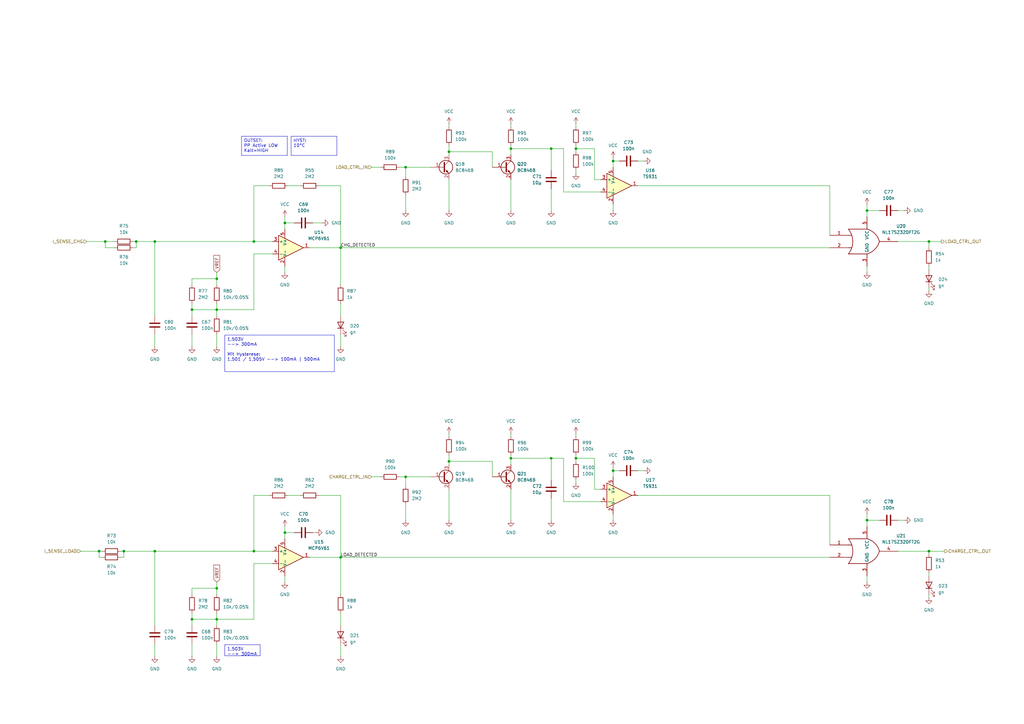
<source format=kicad_sch>
(kicad_sch
	(version 20250114)
	(generator "eeschema")
	(generator_version "9.0")
	(uuid "ae0b96a2-4831-417f-834b-5ffc35c52390")
	(paper "A3")
	(lib_symbols
		(symbol "74xGxx:74AHC1G32"
			(exclude_from_sim no)
			(in_bom yes)
			(on_board yes)
			(property "Reference" "U"
				(at -2.54 3.81 0)
				(effects
					(font
						(size 1.27 1.27)
					)
				)
			)
			(property "Value" "74AHC1G32"
				(at 0 -3.81 0)
				(effects
					(font
						(size 1.27 1.27)
					)
				)
			)
			(property "Footprint" ""
				(at 0 0 0)
				(effects
					(font
						(size 1.27 1.27)
					)
					(hide yes)
				)
			)
			(property "Datasheet" "http://www.ti.com/lit/sg/scyt129e/scyt129e.pdf"
				(at 0 0 0)
				(effects
					(font
						(size 1.27 1.27)
					)
					(hide yes)
				)
			)
			(property "Description" "Single OR Gate, Low-Voltage CMOS"
				(at 0 0 0)
				(effects
					(font
						(size 1.27 1.27)
					)
					(hide yes)
				)
			)
			(property "ki_keywords" "Single Gate OR LVC CMOS"
				(at 0 0 0)
				(effects
					(font
						(size 1.27 1.27)
					)
					(hide yes)
				)
			)
			(property "ki_fp_filters" "SOT* SG-*"
				(at 0 0 0)
				(effects
					(font
						(size 1.27 1.27)
					)
					(hide yes)
				)
			)
			(symbol "74AHC1G32_0_1"
				(arc
					(start -7.62 5.08)
					(mid -5.838 0)
					(end -7.62 -5.08)
					(stroke
						(width 0.254)
						(type default)
					)
					(fill
						(type none)
					)
				)
				(polyline
					(pts
						(xy -7.62 2.54) (xy -6.35 2.54)
					)
					(stroke
						(width 0.254)
						(type default)
					)
					(fill
						(type background)
					)
				)
				(polyline
					(pts
						(xy -7.62 -2.54) (xy -6.35 -2.54)
					)
					(stroke
						(width 0.254)
						(type default)
					)
					(fill
						(type background)
					)
				)
				(arc
					(start 5.08 0)
					(mid 3.202 -3.202)
					(end 0 -5.08)
					(stroke
						(width 0.254)
						(type default)
					)
					(fill
						(type none)
					)
				)
				(arc
					(start 0 5.08)
					(mid 3.2271 3.2271)
					(end 5.08 0)
					(stroke
						(width 0.254)
						(type default)
					)
					(fill
						(type none)
					)
				)
				(polyline
					(pts
						(xy 0 5.08) (xy -7.62 5.08)
					)
					(stroke
						(width 0.254)
						(type default)
					)
					(fill
						(type background)
					)
				)
				(polyline
					(pts
						(xy 0 -5.08) (xy -7.62 -5.08)
					)
					(stroke
						(width 0.254)
						(type default)
					)
					(fill
						(type background)
					)
				)
			)
			(symbol "74AHC1G32_1_1"
				(pin input line
					(at -15.24 2.54 0)
					(length 7.62)
					(name "~"
						(effects
							(font
								(size 1.27 1.27)
							)
						)
					)
					(number "1"
						(effects
							(font
								(size 1.27 1.27)
							)
						)
					)
				)
				(pin input line
					(at -15.24 -2.54 0)
					(length 7.62)
					(name "~"
						(effects
							(font
								(size 1.27 1.27)
							)
						)
					)
					(number "2"
						(effects
							(font
								(size 1.27 1.27)
							)
						)
					)
				)
				(pin power_in line
					(at 0 10.16 270)
					(length 5.08)
					(name "VCC"
						(effects
							(font
								(size 1.27 1.27)
							)
						)
					)
					(number "5"
						(effects
							(font
								(size 1.27 1.27)
							)
						)
					)
				)
				(pin power_in line
					(at 0 -10.16 90)
					(length 5.08)
					(name "GND"
						(effects
							(font
								(size 1.27 1.27)
							)
						)
					)
					(number "3"
						(effects
							(font
								(size 1.27 1.27)
							)
						)
					)
				)
				(pin output line
					(at 12.7 0 180)
					(length 7.62)
					(name "~"
						(effects
							(font
								(size 1.27 1.27)
							)
						)
					)
					(number "4"
						(effects
							(font
								(size 1.27 1.27)
							)
						)
					)
				)
			)
			(embedded_fonts no)
		)
		(symbol "Amplifier_Operational:MCP6001-OT"
			(pin_names
				(offset 0.127)
			)
			(exclude_from_sim no)
			(in_bom yes)
			(on_board yes)
			(property "Reference" "U"
				(at -1.27 6.35 0)
				(effects
					(font
						(size 1.27 1.27)
					)
					(justify left)
				)
			)
			(property "Value" "MCP6001-OT"
				(at -1.27 3.81 0)
				(effects
					(font
						(size 1.27 1.27)
					)
					(justify left)
				)
			)
			(property "Footprint" "Package_TO_SOT_SMD:SOT-23-5"
				(at -2.54 -5.08 0)
				(effects
					(font
						(size 1.27 1.27)
					)
					(justify left)
					(hide yes)
				)
			)
			(property "Datasheet" "https://ww1.microchip.com/downloads/en/DeviceDoc/MCP6001-1R-1U-2-4-1-MHz-Low-Power-Op-Amp-DS20001733L.pdf"
				(at 0 5.08 0)
				(effects
					(font
						(size 1.27 1.27)
					)
					(hide yes)
				)
			)
			(property "Description" "1MHz, Low-Power Op Amp, SOT-23-5"
				(at 0 0 0)
				(effects
					(font
						(size 1.27 1.27)
					)
					(hide yes)
				)
			)
			(property "ki_keywords" "single opamp"
				(at 0 0 0)
				(effects
					(font
						(size 1.27 1.27)
					)
					(hide yes)
				)
			)
			(property "ki_fp_filters" "SOT?23*"
				(at 0 0 0)
				(effects
					(font
						(size 1.27 1.27)
					)
					(hide yes)
				)
			)
			(symbol "MCP6001-OT_0_1"
				(polyline
					(pts
						(xy -5.08 5.08) (xy 5.08 0) (xy -5.08 -5.08) (xy -5.08 5.08)
					)
					(stroke
						(width 0.254)
						(type default)
					)
					(fill
						(type background)
					)
				)
				(pin power_in line
					(at -2.54 7.62 270)
					(length 3.81)
					(name "V+"
						(effects
							(font
								(size 1.27 1.27)
							)
						)
					)
					(number "5"
						(effects
							(font
								(size 1.27 1.27)
							)
						)
					)
				)
				(pin power_in line
					(at -2.54 -7.62 90)
					(length 3.81)
					(name "V-"
						(effects
							(font
								(size 1.27 1.27)
							)
						)
					)
					(number "2"
						(effects
							(font
								(size 1.27 1.27)
							)
						)
					)
				)
			)
			(symbol "MCP6001-OT_1_1"
				(pin input line
					(at -7.62 2.54 0)
					(length 2.54)
					(name "+"
						(effects
							(font
								(size 1.27 1.27)
							)
						)
					)
					(number "3"
						(effects
							(font
								(size 1.27 1.27)
							)
						)
					)
				)
				(pin input line
					(at -7.62 -2.54 0)
					(length 2.54)
					(name "-"
						(effects
							(font
								(size 1.27 1.27)
							)
						)
					)
					(number "4"
						(effects
							(font
								(size 1.27 1.27)
							)
						)
					)
				)
				(pin output line
					(at 7.62 0 180)
					(length 2.54)
					(name "~"
						(effects
							(font
								(size 1.27 1.27)
							)
						)
					)
					(number "1"
						(effects
							(font
								(size 1.27 1.27)
							)
						)
					)
				)
			)
			(embedded_fonts no)
		)
		(symbol "Amplifier_Operational:TLV9301xDBV"
			(pin_names
				(offset 0.127)
			)
			(exclude_from_sim no)
			(in_bom yes)
			(on_board yes)
			(property "Reference" "U"
				(at -1.27 6.35 0)
				(effects
					(font
						(size 1.27 1.27)
					)
					(justify left)
				)
			)
			(property "Value" "TLV9301xDBV"
				(at -1.27 3.81 0)
				(effects
					(font
						(size 1.27 1.27)
					)
					(justify left)
				)
			)
			(property "Footprint" "Package_TO_SOT_SMD:SOT-23-5"
				(at -2.54 -5.08 0)
				(effects
					(font
						(size 1.27 1.27)
					)
					(justify left)
					(hide yes)
				)
			)
			(property "Datasheet" "https://www.ti.com/lit/ds/symlink/tlv9301.pdf"
				(at 0 5.08 0)
				(effects
					(font
						(size 1.27 1.27)
					)
					(hide yes)
				)
			)
			(property "Description" "40-V, 1-MHz, RRO Operational Amplifiers for Cost-Sensitive Systems, SOT-23-5"
				(at 0 0 0)
				(effects
					(font
						(size 1.27 1.27)
					)
					(hide yes)
				)
			)
			(property "ki_keywords" "single opamp 40V rail to rail output"
				(at 0 0 0)
				(effects
					(font
						(size 1.27 1.27)
					)
					(hide yes)
				)
			)
			(property "ki_fp_filters" "SOT?23*"
				(at 0 0 0)
				(effects
					(font
						(size 1.27 1.27)
					)
					(hide yes)
				)
			)
			(symbol "TLV9301xDBV_0_1"
				(polyline
					(pts
						(xy -5.08 5.08) (xy 5.08 0) (xy -5.08 -5.08) (xy -5.08 5.08)
					)
					(stroke
						(width 0.254)
						(type default)
					)
					(fill
						(type background)
					)
				)
				(pin power_in line
					(at -2.54 7.62 270)
					(length 3.81)
					(name "V+"
						(effects
							(font
								(size 1.27 1.27)
							)
						)
					)
					(number "5"
						(effects
							(font
								(size 1.27 1.27)
							)
						)
					)
				)
				(pin power_in line
					(at -2.54 -7.62 90)
					(length 3.81)
					(name "V-"
						(effects
							(font
								(size 1.27 1.27)
							)
						)
					)
					(number "2"
						(effects
							(font
								(size 1.27 1.27)
							)
						)
					)
				)
			)
			(symbol "TLV9301xDBV_1_1"
				(pin input line
					(at -7.62 2.54 0)
					(length 2.54)
					(name "+"
						(effects
							(font
								(size 1.27 1.27)
							)
						)
					)
					(number "3"
						(effects
							(font
								(size 1.27 1.27)
							)
						)
					)
				)
				(pin input line
					(at -7.62 -2.54 0)
					(length 2.54)
					(name "-"
						(effects
							(font
								(size 1.27 1.27)
							)
						)
					)
					(number "4"
						(effects
							(font
								(size 1.27 1.27)
							)
						)
					)
				)
				(pin output line
					(at 7.62 0 180)
					(length 2.54)
					(name "~"
						(effects
							(font
								(size 1.27 1.27)
							)
						)
					)
					(number "1"
						(effects
							(font
								(size 1.27 1.27)
							)
						)
					)
				)
			)
			(embedded_fonts no)
		)
		(symbol "Device:C"
			(pin_numbers
				(hide yes)
			)
			(pin_names
				(offset 0.254)
			)
			(exclude_from_sim no)
			(in_bom yes)
			(on_board yes)
			(property "Reference" "C"
				(at 0.635 2.54 0)
				(effects
					(font
						(size 1.27 1.27)
					)
					(justify left)
				)
			)
			(property "Value" "C"
				(at 0.635 -2.54 0)
				(effects
					(font
						(size 1.27 1.27)
					)
					(justify left)
				)
			)
			(property "Footprint" ""
				(at 0.9652 -3.81 0)
				(effects
					(font
						(size 1.27 1.27)
					)
					(hide yes)
				)
			)
			(property "Datasheet" "~"
				(at 0 0 0)
				(effects
					(font
						(size 1.27 1.27)
					)
					(hide yes)
				)
			)
			(property "Description" "Unpolarized capacitor"
				(at 0 0 0)
				(effects
					(font
						(size 1.27 1.27)
					)
					(hide yes)
				)
			)
			(property "ki_keywords" "cap capacitor"
				(at 0 0 0)
				(effects
					(font
						(size 1.27 1.27)
					)
					(hide yes)
				)
			)
			(property "ki_fp_filters" "C_*"
				(at 0 0 0)
				(effects
					(font
						(size 1.27 1.27)
					)
					(hide yes)
				)
			)
			(symbol "C_0_1"
				(polyline
					(pts
						(xy -2.032 0.762) (xy 2.032 0.762)
					)
					(stroke
						(width 0.508)
						(type default)
					)
					(fill
						(type none)
					)
				)
				(polyline
					(pts
						(xy -2.032 -0.762) (xy 2.032 -0.762)
					)
					(stroke
						(width 0.508)
						(type default)
					)
					(fill
						(type none)
					)
				)
			)
			(symbol "C_1_1"
				(pin passive line
					(at 0 3.81 270)
					(length 2.794)
					(name "~"
						(effects
							(font
								(size 1.27 1.27)
							)
						)
					)
					(number "1"
						(effects
							(font
								(size 1.27 1.27)
							)
						)
					)
				)
				(pin passive line
					(at 0 -3.81 90)
					(length 2.794)
					(name "~"
						(effects
							(font
								(size 1.27 1.27)
							)
						)
					)
					(number "2"
						(effects
							(font
								(size 1.27 1.27)
							)
						)
					)
				)
			)
			(embedded_fonts no)
		)
		(symbol "Device:LED"
			(pin_numbers
				(hide yes)
			)
			(pin_names
				(offset 1.016)
				(hide yes)
			)
			(exclude_from_sim no)
			(in_bom yes)
			(on_board yes)
			(property "Reference" "D"
				(at 0 2.54 0)
				(effects
					(font
						(size 1.27 1.27)
					)
				)
			)
			(property "Value" "LED"
				(at 0 -2.54 0)
				(effects
					(font
						(size 1.27 1.27)
					)
				)
			)
			(property "Footprint" ""
				(at 0 0 0)
				(effects
					(font
						(size 1.27 1.27)
					)
					(hide yes)
				)
			)
			(property "Datasheet" "~"
				(at 0 0 0)
				(effects
					(font
						(size 1.27 1.27)
					)
					(hide yes)
				)
			)
			(property "Description" "Light emitting diode"
				(at 0 0 0)
				(effects
					(font
						(size 1.27 1.27)
					)
					(hide yes)
				)
			)
			(property "ki_keywords" "LED diode"
				(at 0 0 0)
				(effects
					(font
						(size 1.27 1.27)
					)
					(hide yes)
				)
			)
			(property "ki_fp_filters" "LED* LED_SMD:* LED_THT:*"
				(at 0 0 0)
				(effects
					(font
						(size 1.27 1.27)
					)
					(hide yes)
				)
			)
			(symbol "LED_0_1"
				(polyline
					(pts
						(xy -3.048 -0.762) (xy -4.572 -2.286) (xy -3.81 -2.286) (xy -4.572 -2.286) (xy -4.572 -1.524)
					)
					(stroke
						(width 0)
						(type default)
					)
					(fill
						(type none)
					)
				)
				(polyline
					(pts
						(xy -1.778 -0.762) (xy -3.302 -2.286) (xy -2.54 -2.286) (xy -3.302 -2.286) (xy -3.302 -1.524)
					)
					(stroke
						(width 0)
						(type default)
					)
					(fill
						(type none)
					)
				)
				(polyline
					(pts
						(xy -1.27 0) (xy 1.27 0)
					)
					(stroke
						(width 0)
						(type default)
					)
					(fill
						(type none)
					)
				)
				(polyline
					(pts
						(xy -1.27 -1.27) (xy -1.27 1.27)
					)
					(stroke
						(width 0.254)
						(type default)
					)
					(fill
						(type none)
					)
				)
				(polyline
					(pts
						(xy 1.27 -1.27) (xy 1.27 1.27) (xy -1.27 0) (xy 1.27 -1.27)
					)
					(stroke
						(width 0.254)
						(type default)
					)
					(fill
						(type none)
					)
				)
			)
			(symbol "LED_1_1"
				(pin passive line
					(at -3.81 0 0)
					(length 2.54)
					(name "K"
						(effects
							(font
								(size 1.27 1.27)
							)
						)
					)
					(number "1"
						(effects
							(font
								(size 1.27 1.27)
							)
						)
					)
				)
				(pin passive line
					(at 3.81 0 180)
					(length 2.54)
					(name "A"
						(effects
							(font
								(size 1.27 1.27)
							)
						)
					)
					(number "2"
						(effects
							(font
								(size 1.27 1.27)
							)
						)
					)
				)
			)
			(embedded_fonts no)
		)
		(symbol "Device:Q_NPN_BEC"
			(pin_names
				(offset 0)
				(hide yes)
			)
			(exclude_from_sim no)
			(in_bom yes)
			(on_board yes)
			(property "Reference" "Q"
				(at 5.08 1.27 0)
				(effects
					(font
						(size 1.27 1.27)
					)
					(justify left)
				)
			)
			(property "Value" "Q_NPN_BEC"
				(at 5.08 -1.27 0)
				(effects
					(font
						(size 1.27 1.27)
					)
					(justify left)
				)
			)
			(property "Footprint" ""
				(at 5.08 2.54 0)
				(effects
					(font
						(size 1.27 1.27)
					)
					(hide yes)
				)
			)
			(property "Datasheet" "~"
				(at 0 0 0)
				(effects
					(font
						(size 1.27 1.27)
					)
					(hide yes)
				)
			)
			(property "Description" "NPN transistor, base/emitter/collector"
				(at 0 0 0)
				(effects
					(font
						(size 1.27 1.27)
					)
					(hide yes)
				)
			)
			(property "ki_keywords" "transistor NPN"
				(at 0 0 0)
				(effects
					(font
						(size 1.27 1.27)
					)
					(hide yes)
				)
			)
			(symbol "Q_NPN_BEC_0_1"
				(polyline
					(pts
						(xy 0.635 1.905) (xy 0.635 -1.905) (xy 0.635 -1.905)
					)
					(stroke
						(width 0.508)
						(type default)
					)
					(fill
						(type none)
					)
				)
				(polyline
					(pts
						(xy 0.635 0.635) (xy 2.54 2.54)
					)
					(stroke
						(width 0)
						(type default)
					)
					(fill
						(type none)
					)
				)
				(polyline
					(pts
						(xy 0.635 -0.635) (xy 2.54 -2.54) (xy 2.54 -2.54)
					)
					(stroke
						(width 0)
						(type default)
					)
					(fill
						(type none)
					)
				)
				(circle
					(center 1.27 0)
					(radius 2.8194)
					(stroke
						(width 0.254)
						(type default)
					)
					(fill
						(type none)
					)
				)
				(polyline
					(pts
						(xy 1.27 -1.778) (xy 1.778 -1.27) (xy 2.286 -2.286) (xy 1.27 -1.778) (xy 1.27 -1.778)
					)
					(stroke
						(width 0)
						(type default)
					)
					(fill
						(type outline)
					)
				)
			)
			(symbol "Q_NPN_BEC_1_1"
				(pin input line
					(at -5.08 0 0)
					(length 5.715)
					(name "B"
						(effects
							(font
								(size 1.27 1.27)
							)
						)
					)
					(number "1"
						(effects
							(font
								(size 1.27 1.27)
							)
						)
					)
				)
				(pin passive line
					(at 2.54 5.08 270)
					(length 2.54)
					(name "C"
						(effects
							(font
								(size 1.27 1.27)
							)
						)
					)
					(number "3"
						(effects
							(font
								(size 1.27 1.27)
							)
						)
					)
				)
				(pin passive line
					(at 2.54 -5.08 90)
					(length 2.54)
					(name "E"
						(effects
							(font
								(size 1.27 1.27)
							)
						)
					)
					(number "2"
						(effects
							(font
								(size 1.27 1.27)
							)
						)
					)
				)
			)
			(embedded_fonts no)
		)
		(symbol "Device:R"
			(pin_numbers
				(hide yes)
			)
			(pin_names
				(offset 0)
			)
			(exclude_from_sim no)
			(in_bom yes)
			(on_board yes)
			(property "Reference" "R"
				(at 2.032 0 90)
				(effects
					(font
						(size 1.27 1.27)
					)
				)
			)
			(property "Value" "R"
				(at 0 0 90)
				(effects
					(font
						(size 1.27 1.27)
					)
				)
			)
			(property "Footprint" ""
				(at -1.778 0 90)
				(effects
					(font
						(size 1.27 1.27)
					)
					(hide yes)
				)
			)
			(property "Datasheet" "~"
				(at 0 0 0)
				(effects
					(font
						(size 1.27 1.27)
					)
					(hide yes)
				)
			)
			(property "Description" "Resistor"
				(at 0 0 0)
				(effects
					(font
						(size 1.27 1.27)
					)
					(hide yes)
				)
			)
			(property "ki_keywords" "R res resistor"
				(at 0 0 0)
				(effects
					(font
						(size 1.27 1.27)
					)
					(hide yes)
				)
			)
			(property "ki_fp_filters" "R_*"
				(at 0 0 0)
				(effects
					(font
						(size 1.27 1.27)
					)
					(hide yes)
				)
			)
			(symbol "R_0_1"
				(rectangle
					(start -1.016 -2.54)
					(end 1.016 2.54)
					(stroke
						(width 0.254)
						(type default)
					)
					(fill
						(type none)
					)
				)
			)
			(symbol "R_1_1"
				(pin passive line
					(at 0 3.81 270)
					(length 1.27)
					(name "~"
						(effects
							(font
								(size 1.27 1.27)
							)
						)
					)
					(number "1"
						(effects
							(font
								(size 1.27 1.27)
							)
						)
					)
				)
				(pin passive line
					(at 0 -3.81 90)
					(length 1.27)
					(name "~"
						(effects
							(font
								(size 1.27 1.27)
							)
						)
					)
					(number "2"
						(effects
							(font
								(size 1.27 1.27)
							)
						)
					)
				)
			)
			(embedded_fonts no)
		)
		(symbol "power:GND"
			(power)
			(pin_numbers
				(hide yes)
			)
			(pin_names
				(offset 0)
				(hide yes)
			)
			(exclude_from_sim no)
			(in_bom yes)
			(on_board yes)
			(property "Reference" "#PWR"
				(at 0 -6.35 0)
				(effects
					(font
						(size 1.27 1.27)
					)
					(hide yes)
				)
			)
			(property "Value" "GND"
				(at 0 -3.81 0)
				(effects
					(font
						(size 1.27 1.27)
					)
				)
			)
			(property "Footprint" ""
				(at 0 0 0)
				(effects
					(font
						(size 1.27 1.27)
					)
					(hide yes)
				)
			)
			(property "Datasheet" ""
				(at 0 0 0)
				(effects
					(font
						(size 1.27 1.27)
					)
					(hide yes)
				)
			)
			(property "Description" "Power symbol creates a global label with name \"GND\" , ground"
				(at 0 0 0)
				(effects
					(font
						(size 1.27 1.27)
					)
					(hide yes)
				)
			)
			(property "ki_keywords" "global power"
				(at 0 0 0)
				(effects
					(font
						(size 1.27 1.27)
					)
					(hide yes)
				)
			)
			(symbol "GND_0_1"
				(polyline
					(pts
						(xy 0 0) (xy 0 -1.27) (xy 1.27 -1.27) (xy 0 -2.54) (xy -1.27 -1.27) (xy 0 -1.27)
					)
					(stroke
						(width 0)
						(type default)
					)
					(fill
						(type none)
					)
				)
			)
			(symbol "GND_1_1"
				(pin power_in line
					(at 0 0 270)
					(length 0)
					(name "~"
						(effects
							(font
								(size 1.27 1.27)
							)
						)
					)
					(number "1"
						(effects
							(font
								(size 1.27 1.27)
							)
						)
					)
				)
			)
			(embedded_fonts no)
		)
		(symbol "power:VCC"
			(power)
			(pin_numbers
				(hide yes)
			)
			(pin_names
				(offset 0)
				(hide yes)
			)
			(exclude_from_sim no)
			(in_bom yes)
			(on_board yes)
			(property "Reference" "#PWR"
				(at 0 -3.81 0)
				(effects
					(font
						(size 1.27 1.27)
					)
					(hide yes)
				)
			)
			(property "Value" "VCC"
				(at 0 3.556 0)
				(effects
					(font
						(size 1.27 1.27)
					)
				)
			)
			(property "Footprint" ""
				(at 0 0 0)
				(effects
					(font
						(size 1.27 1.27)
					)
					(hide yes)
				)
			)
			(property "Datasheet" ""
				(at 0 0 0)
				(effects
					(font
						(size 1.27 1.27)
					)
					(hide yes)
				)
			)
			(property "Description" "Power symbol creates a global label with name \"VCC\""
				(at 0 0 0)
				(effects
					(font
						(size 1.27 1.27)
					)
					(hide yes)
				)
			)
			(property "ki_keywords" "global power"
				(at 0 0 0)
				(effects
					(font
						(size 1.27 1.27)
					)
					(hide yes)
				)
			)
			(symbol "VCC_0_1"
				(polyline
					(pts
						(xy -0.762 1.27) (xy 0 2.54)
					)
					(stroke
						(width 0)
						(type default)
					)
					(fill
						(type none)
					)
				)
				(polyline
					(pts
						(xy 0 2.54) (xy 0.762 1.27)
					)
					(stroke
						(width 0)
						(type default)
					)
					(fill
						(type none)
					)
				)
				(polyline
					(pts
						(xy 0 0) (xy 0 2.54)
					)
					(stroke
						(width 0)
						(type default)
					)
					(fill
						(type none)
					)
				)
			)
			(symbol "VCC_1_1"
				(pin power_in line
					(at 0 0 90)
					(length 0)
					(name "~"
						(effects
							(font
								(size 1.27 1.27)
							)
						)
					)
					(number "1"
						(effects
							(font
								(size 1.27 1.27)
							)
						)
					)
				)
			)
			(embedded_fonts no)
		)
	)
	(text_box "OUTSET:\nPP Active LOW\nKalt=HIGH"
		(exclude_from_sim no)
		(at 99.06 55.88 0)
		(size 18.796 7.874)
		(margins 0.9525 0.9525 0.9525 0.9525)
		(stroke
			(width 0)
			(type default)
		)
		(fill
			(type none)
		)
		(effects
			(font
				(size 1.27 1.27)
			)
			(justify left top)
		)
		(uuid "23c0376c-20c5-4c21-a50d-c70cdc630faa")
	)
	(text_box "1,503V\n--> 300mA "
		(exclude_from_sim no)
		(at 92.202 264.414 0)
		(size 14.478 4.572)
		(margins 0.9525 0.9525 0.9525 0.9525)
		(stroke
			(width 0)
			(type default)
		)
		(fill
			(type none)
		)
		(effects
			(font
				(size 1.27 1.27)
			)
			(justify left top)
		)
		(uuid "40d17b50-3300-4ed2-b864-e10d0d3e4940")
	)
	(text_box "1,503V\n--> 300mA \n\nMit Hysterese:\n1,501 / 1,505V --> 100mA | 500mA"
		(exclude_from_sim no)
		(at 92.202 137.414 0)
		(size 44.958 14.986)
		(margins 0.9525 0.9525 0.9525 0.9525)
		(stroke
			(width 0)
			(type default)
		)
		(fill
			(type none)
		)
		(effects
			(font
				(size 1.27 1.27)
			)
			(justify left top)
		)
		(uuid "42d7c6c2-ea5c-4ba8-8f23-71f7f7ae87b0")
	)
	(text_box "HYST: \n10°C"
		(exclude_from_sim no)
		(at 119.38 55.88 0)
		(size 18.796 7.874)
		(margins 0.9525 0.9525 0.9525 0.9525)
		(stroke
			(width 0)
			(type default)
		)
		(fill
			(type none)
		)
		(effects
			(font
				(size 1.27 1.27)
			)
			(justify left top)
		)
		(uuid "5e7ffb97-80e2-4881-8764-e863b951be1b")
	)
	(junction
		(at 104.14 226.06)
		(diameter 0)
		(color 0 0 0 0)
		(uuid "1443f2fb-276d-4160-8cb5-42c4046c23e7")
	)
	(junction
		(at 381 99.06)
		(diameter 0)
		(color 0 0 0 0)
		(uuid "1abf1acd-c959-48e1-aa35-de82a5af04c8")
	)
	(junction
		(at 139.7 101.6)
		(diameter 0)
		(color 0 0 0 0)
		(uuid "1d376c80-4fbd-46d6-807a-85a7ed83df36")
	)
	(junction
		(at 63.5 226.06)
		(diameter 0)
		(color 0 0 0 0)
		(uuid "21f6ca15-61c2-49f7-b31b-be162d6ca8ba")
	)
	(junction
		(at 236.22 187.96)
		(diameter 0)
		(color 0 0 0 0)
		(uuid "28eeb6f8-b447-4679-96a6-72e030dc1eb8")
	)
	(junction
		(at 40.64 226.06)
		(diameter 0)
		(color 0 0 0 0)
		(uuid "2df122f2-6237-46c8-bf84-5be1e91717e6")
	)
	(junction
		(at 116.84 218.44)
		(diameter 0)
		(color 0 0 0 0)
		(uuid "37fde800-3f04-47a6-879e-cf26a6aacab5")
	)
	(junction
		(at 55.88 99.06)
		(diameter 0)
		(color 0 0 0 0)
		(uuid "46770d2d-a3d7-4687-8fbd-a80193657f00")
	)
	(junction
		(at 226.06 60.96)
		(diameter 0)
		(color 0 0 0 0)
		(uuid "56586eea-f4e8-4976-a58f-2e11029f8df3")
	)
	(junction
		(at 43.18 99.06)
		(diameter 0)
		(color 0 0 0 0)
		(uuid "5ded7af6-ec18-4c3a-b5af-71b4b0d82500")
	)
	(junction
		(at 381 226.06)
		(diameter 0)
		(color 0 0 0 0)
		(uuid "5ec85c3a-498f-4f12-a634-d96be0a714a4")
	)
	(junction
		(at 251.46 193.04)
		(diameter 0)
		(color 0 0 0 0)
		(uuid "629f7ab9-5230-4038-9efe-cf9b7ea0ce86")
	)
	(junction
		(at 88.9 254)
		(diameter 0)
		(color 0 0 0 0)
		(uuid "6a785adb-4784-43c1-9945-c0e24b9e60fe")
	)
	(junction
		(at 104.14 99.06)
		(diameter 0)
		(color 0 0 0 0)
		(uuid "7cc24e9b-6fe3-4b6a-9568-0db1c93a8ca9")
	)
	(junction
		(at 116.84 91.44)
		(diameter 0)
		(color 0 0 0 0)
		(uuid "7d40be78-b872-4a18-bc5c-9c1f9acb8804")
	)
	(junction
		(at 88.9 114.3)
		(diameter 0)
		(color 0 0 0 0)
		(uuid "8fecf762-75db-4001-9057-d55f17e43dc9")
	)
	(junction
		(at 88.9 241.3)
		(diameter 0)
		(color 0 0 0 0)
		(uuid "9eec9dae-9c2e-4be4-9a4c-1a18402c0a71")
	)
	(junction
		(at 78.74 127)
		(diameter 0)
		(color 0 0 0 0)
		(uuid "a8859905-a96b-4195-aa4b-aa0a4ca6ceab")
	)
	(junction
		(at 166.37 195.58)
		(diameter 0)
		(color 0 0 0 0)
		(uuid "b16f951f-bc22-41fc-b722-0725bf78cded")
	)
	(junction
		(at 166.37 68.58)
		(diameter 0)
		(color 0 0 0 0)
		(uuid "b36f7d83-9a1b-4853-bf8d-22334c4354a1")
	)
	(junction
		(at 63.5 99.06)
		(diameter 0)
		(color 0 0 0 0)
		(uuid "b3de9284-4c54-43b0-a5d5-97526ca9cd48")
	)
	(junction
		(at 355.6 213.36)
		(diameter 0)
		(color 0 0 0 0)
		(uuid "b7bbf467-f288-4c5c-a8bf-4b31eb74294a")
	)
	(junction
		(at 251.46 66.04)
		(diameter 0)
		(color 0 0 0 0)
		(uuid "bab15166-ee8d-4880-acef-d21db043bb58")
	)
	(junction
		(at 139.7 228.6)
		(diameter 0)
		(color 0 0 0 0)
		(uuid "bf2cff2c-d037-4505-a888-bc32c98c4605")
	)
	(junction
		(at 50.8 226.06)
		(diameter 0)
		(color 0 0 0 0)
		(uuid "c837934a-f6ee-4ad4-9a5f-26a525b0b31a")
	)
	(junction
		(at 355.6 86.36)
		(diameter 0)
		(color 0 0 0 0)
		(uuid "c9f6b5b5-1398-4135-b327-ae1ef2dc0de2")
	)
	(junction
		(at 78.74 254)
		(diameter 0)
		(color 0 0 0 0)
		(uuid "d2faf626-39f9-4a12-95ed-67e9f80897da")
	)
	(junction
		(at 236.22 60.96)
		(diameter 0)
		(color 0 0 0 0)
		(uuid "dbc21cdc-e4e4-4efa-9d18-b19500bafc17")
	)
	(junction
		(at 184.15 62.23)
		(diameter 0)
		(color 0 0 0 0)
		(uuid "e337c27f-72ef-4d5f-8f95-87488c482464")
	)
	(junction
		(at 226.06 187.96)
		(diameter 0)
		(color 0 0 0 0)
		(uuid "ebd2c900-f3fc-435b-bbe8-e16f20d9dbb4")
	)
	(junction
		(at 209.55 60.96)
		(diameter 0)
		(color 0 0 0 0)
		(uuid "eece6246-b557-4c5c-bdb9-f71705a86c63")
	)
	(junction
		(at 184.15 189.23)
		(diameter 0)
		(color 0 0 0 0)
		(uuid "f727216d-135f-447d-a0dd-2e56c442bec1")
	)
	(junction
		(at 88.9 127)
		(diameter 0)
		(color 0 0 0 0)
		(uuid "f91bf71f-d4fb-45d5-8005-4d52b749056f")
	)
	(junction
		(at 209.55 187.96)
		(diameter 0)
		(color 0 0 0 0)
		(uuid "f924d590-acb7-49c8-911b-3fa975aa0a9f")
	)
	(wire
		(pts
			(xy 209.55 187.96) (xy 226.06 187.96)
		)
		(stroke
			(width 0)
			(type default)
		)
		(uuid "028f9144-f8a7-4e68-8f84-0330e5c5cce4")
	)
	(wire
		(pts
			(xy 49.53 226.06) (xy 50.8 226.06)
		)
		(stroke
			(width 0)
			(type default)
		)
		(uuid "033a39db-2970-4864-8a82-0cbd56d44a41")
	)
	(wire
		(pts
			(xy 236.22 60.96) (xy 243.84 60.96)
		)
		(stroke
			(width 0)
			(type default)
		)
		(uuid "0587bbfc-29e8-449e-8313-d1387c6c6aab")
	)
	(wire
		(pts
			(xy 184.15 189.23) (xy 184.15 190.5)
		)
		(stroke
			(width 0)
			(type default)
		)
		(uuid "06e3fb12-93ff-46ba-bfe8-919209e7affc")
	)
	(wire
		(pts
			(xy 176.53 68.58) (xy 166.37 68.58)
		)
		(stroke
			(width 0)
			(type default)
		)
		(uuid "08d2b74d-59bf-47c7-b32b-50096cb07289")
	)
	(wire
		(pts
			(xy 55.88 99.06) (xy 63.5 99.06)
		)
		(stroke
			(width 0)
			(type default)
		)
		(uuid "098f26a0-a3bf-46b8-bc18-56800eb15330")
	)
	(wire
		(pts
			(xy 184.15 73.66) (xy 184.15 86.36)
		)
		(stroke
			(width 0)
			(type default)
		)
		(uuid "0a2e090f-c726-4da6-be9d-8e4e7c01ae47")
	)
	(wire
		(pts
			(xy 209.55 177.8) (xy 209.55 179.07)
		)
		(stroke
			(width 0)
			(type default)
		)
		(uuid "0b2ad358-8fb2-4905-b19b-6c7fa3b10087")
	)
	(wire
		(pts
			(xy 163.83 195.58) (xy 166.37 195.58)
		)
		(stroke
			(width 0)
			(type default)
		)
		(uuid "0daa941e-c358-4205-9388-d38a74ef9ae6")
	)
	(wire
		(pts
			(xy 54.61 99.06) (xy 55.88 99.06)
		)
		(stroke
			(width 0)
			(type default)
		)
		(uuid "0e4882ae-73f5-4985-a265-a6ba9b7acd42")
	)
	(wire
		(pts
			(xy 368.3 86.36) (xy 370.84 86.36)
		)
		(stroke
			(width 0)
			(type default)
		)
		(uuid "110ac005-641d-4682-b858-84fdb317c8d7")
	)
	(wire
		(pts
			(xy 226.06 196.85) (xy 226.06 187.96)
		)
		(stroke
			(width 0)
			(type default)
		)
		(uuid "1283d4a2-8b0a-4f02-bc60-8aa8423697b3")
	)
	(wire
		(pts
			(xy 231.14 60.96) (xy 231.14 78.74)
		)
		(stroke
			(width 0)
			(type default)
		)
		(uuid "148b18ce-9e0b-4968-9390-542ce10d0580")
	)
	(wire
		(pts
			(xy 43.18 99.06) (xy 46.99 99.06)
		)
		(stroke
			(width 0)
			(type default)
		)
		(uuid "17f9cf23-092a-4c47-916a-2f69770aca0c")
	)
	(wire
		(pts
			(xy 104.14 254) (xy 104.14 231.14)
		)
		(stroke
			(width 0)
			(type default)
		)
		(uuid "19ea89c1-a34e-42ea-bf33-51f68800e5d5")
	)
	(wire
		(pts
			(xy 116.84 220.98) (xy 116.84 218.44)
		)
		(stroke
			(width 0)
			(type default)
		)
		(uuid "1dbd5dab-5b28-4b9e-936d-9730d6b2612d")
	)
	(wire
		(pts
			(xy 35.56 99.06) (xy 43.18 99.06)
		)
		(stroke
			(width 0)
			(type default)
		)
		(uuid "1de5659d-10fd-42c4-bda4-8803721b2e9e")
	)
	(wire
		(pts
			(xy 128.27 91.44) (xy 132.08 91.44)
		)
		(stroke
			(width 0)
			(type default)
		)
		(uuid "1dfb27d2-e10e-449a-beff-7e9c1e8b68ea")
	)
	(wire
		(pts
			(xy 88.9 114.3) (xy 88.9 116.84)
		)
		(stroke
			(width 0)
			(type default)
		)
		(uuid "1ea0d333-8388-4619-ad08-ab1ca2f039c0")
	)
	(wire
		(pts
			(xy 139.7 264.16) (xy 139.7 269.24)
		)
		(stroke
			(width 0)
			(type default)
		)
		(uuid "1f619fe2-4903-44c2-bf2c-e406a980caa6")
	)
	(wire
		(pts
			(xy 261.62 203.2) (xy 340.36 203.2)
		)
		(stroke
			(width 0)
			(type default)
		)
		(uuid "1fefb5a2-0fbf-421c-82e5-62d356c8d613")
	)
	(wire
		(pts
			(xy 261.62 66.04) (xy 264.16 66.04)
		)
		(stroke
			(width 0)
			(type default)
		)
		(uuid "215d3f9f-b743-48dd-ac8f-4133a8e73578")
	)
	(wire
		(pts
			(xy 355.6 215.9) (xy 355.6 213.36)
		)
		(stroke
			(width 0)
			(type default)
		)
		(uuid "2265bfc2-c3fd-4813-90a9-6df1a69b6393")
	)
	(wire
		(pts
			(xy 118.11 203.2) (xy 123.19 203.2)
		)
		(stroke
			(width 0)
			(type default)
		)
		(uuid "228ab80c-6b6d-4775-9435-535a62a3b118")
	)
	(wire
		(pts
			(xy 209.55 186.69) (xy 209.55 187.96)
		)
		(stroke
			(width 0)
			(type default)
		)
		(uuid "23542c33-cc3e-4ee0-86b8-00820c12bac8")
	)
	(wire
		(pts
			(xy 163.83 68.58) (xy 166.37 68.58)
		)
		(stroke
			(width 0)
			(type default)
		)
		(uuid "23dc4c89-c2b1-4765-a5fd-45152f436b4f")
	)
	(wire
		(pts
			(xy 50.8 228.6) (xy 50.8 226.06)
		)
		(stroke
			(width 0)
			(type default)
		)
		(uuid "2608d304-4e71-454f-8e4e-c796fc6ce861")
	)
	(wire
		(pts
			(xy 201.93 62.23) (xy 201.93 68.58)
		)
		(stroke
			(width 0)
			(type default)
		)
		(uuid "2c245386-7525-43d8-ab4f-246e72e35ef2")
	)
	(wire
		(pts
			(xy 139.7 203.2) (xy 139.7 228.6)
		)
		(stroke
			(width 0)
			(type default)
		)
		(uuid "2ff7426f-5dec-4ad6-85b7-002dcb2d9264")
	)
	(wire
		(pts
			(xy 139.7 228.6) (xy 340.36 228.6)
		)
		(stroke
			(width 0)
			(type default)
		)
		(uuid "33fa46bd-b2a9-492c-8d98-05e755764798")
	)
	(wire
		(pts
			(xy 120.65 218.44) (xy 116.84 218.44)
		)
		(stroke
			(width 0)
			(type default)
		)
		(uuid "35861de3-c069-4915-8c29-bf0d873c42ca")
	)
	(wire
		(pts
			(xy 381 243.84) (xy 381 245.11)
		)
		(stroke
			(width 0)
			(type default)
		)
		(uuid "3754a9ab-e8b6-4297-b9dd-66bb7ecd9ae4")
	)
	(wire
		(pts
			(xy 104.14 104.14) (xy 111.76 104.14)
		)
		(stroke
			(width 0)
			(type default)
		)
		(uuid "38b6cecd-3232-4b90-8dca-e10aaa32a8d4")
	)
	(wire
		(pts
			(xy 355.6 88.9) (xy 355.6 86.36)
		)
		(stroke
			(width 0)
			(type default)
		)
		(uuid "3b54f5e0-33dd-413c-a797-7f6ee8a84f55")
	)
	(wire
		(pts
			(xy 236.22 177.8) (xy 236.22 179.07)
		)
		(stroke
			(width 0)
			(type default)
		)
		(uuid "3b611b67-10f2-408b-aa63-6d914daf899a")
	)
	(wire
		(pts
			(xy 130.81 76.2) (xy 139.7 76.2)
		)
		(stroke
			(width 0)
			(type default)
		)
		(uuid "3c1b4671-4ed0-4184-8a1d-90fc90c0d3b4")
	)
	(wire
		(pts
			(xy 381 99.06) (xy 381 101.6)
		)
		(stroke
			(width 0)
			(type default)
		)
		(uuid "3c4fbf27-8e4f-4d76-93ea-990dcdcce9eb")
	)
	(wire
		(pts
			(xy 88.9 241.3) (xy 88.9 243.84)
		)
		(stroke
			(width 0)
			(type default)
		)
		(uuid "3c797d75-71f0-4239-8c1c-d3096c5d0c87")
	)
	(wire
		(pts
			(xy 139.7 101.6) (xy 127 101.6)
		)
		(stroke
			(width 0)
			(type default)
		)
		(uuid "428c8b77-0bc7-46c0-a58e-e7d31e51d192")
	)
	(wire
		(pts
			(xy 139.7 137.16) (xy 139.7 142.24)
		)
		(stroke
			(width 0)
			(type default)
		)
		(uuid "457901bc-9471-4a5b-b04c-c25ee767118c")
	)
	(wire
		(pts
			(xy 88.9 127) (xy 104.14 127)
		)
		(stroke
			(width 0)
			(type default)
		)
		(uuid "47d57da5-44dd-41e0-897b-a4dc91698354")
	)
	(wire
		(pts
			(xy 63.5 226.06) (xy 104.14 226.06)
		)
		(stroke
			(width 0)
			(type default)
		)
		(uuid "47f8e843-03ef-46b7-aa5f-705661710a97")
	)
	(wire
		(pts
			(xy 116.84 111.76) (xy 116.84 109.22)
		)
		(stroke
			(width 0)
			(type default)
		)
		(uuid "4a257fb9-9401-49c2-9adc-4bbb54eaeef7")
	)
	(wire
		(pts
			(xy 120.65 91.44) (xy 116.84 91.44)
		)
		(stroke
			(width 0)
			(type default)
		)
		(uuid "4d92c2be-64dc-4af5-bb37-b337ac38de24")
	)
	(wire
		(pts
			(xy 41.91 228.6) (xy 40.64 228.6)
		)
		(stroke
			(width 0)
			(type default)
		)
		(uuid "4df785b4-f11e-45e9-8fbe-3feb5f677445")
	)
	(wire
		(pts
			(xy 78.74 251.46) (xy 78.74 254)
		)
		(stroke
			(width 0)
			(type default)
		)
		(uuid "4e6cd83c-f1ba-4df2-b4bb-36fc5f6b7cd5")
	)
	(wire
		(pts
			(xy 251.46 66.04) (xy 251.46 68.58)
		)
		(stroke
			(width 0)
			(type default)
		)
		(uuid "52c1d495-1b43-4890-9018-70031bc1aad7")
	)
	(wire
		(pts
			(xy 78.74 254) (xy 78.74 256.54)
		)
		(stroke
			(width 0)
			(type default)
		)
		(uuid "52e207bd-8c7d-4676-ba1c-d801556b4313")
	)
	(wire
		(pts
			(xy 49.53 228.6) (xy 50.8 228.6)
		)
		(stroke
			(width 0)
			(type default)
		)
		(uuid "55848b1c-1681-4791-a46f-ba9c82c537d0")
	)
	(wire
		(pts
			(xy 33.02 226.06) (xy 40.64 226.06)
		)
		(stroke
			(width 0)
			(type default)
		)
		(uuid "55b95d90-ed94-4bc6-b00a-1617e99fa407")
	)
	(wire
		(pts
			(xy 368.3 226.06) (xy 381 226.06)
		)
		(stroke
			(width 0)
			(type default)
		)
		(uuid "55c9b8b5-e4d8-47f7-8600-ba3ffcde17ad")
	)
	(wire
		(pts
			(xy 139.7 228.6) (xy 127 228.6)
		)
		(stroke
			(width 0)
			(type default)
		)
		(uuid "55e0af07-6fa4-411e-ae3a-0ed68ff22282")
	)
	(wire
		(pts
			(xy 54.61 101.6) (xy 55.88 101.6)
		)
		(stroke
			(width 0)
			(type default)
		)
		(uuid "5bdc6b84-fb7f-4454-affe-8c0286aaedb5")
	)
	(wire
		(pts
			(xy 231.14 78.74) (xy 246.38 78.74)
		)
		(stroke
			(width 0)
			(type default)
		)
		(uuid "5e92b618-97a9-4ba8-80a0-88068d628da4")
	)
	(wire
		(pts
			(xy 261.62 76.2) (xy 340.36 76.2)
		)
		(stroke
			(width 0)
			(type default)
		)
		(uuid "605d7d53-6c7a-467c-92ed-f450c64e90a1")
	)
	(wire
		(pts
			(xy 209.55 60.96) (xy 226.06 60.96)
		)
		(stroke
			(width 0)
			(type default)
		)
		(uuid "60bcea5f-5d54-4a02-b017-7ea1c4fabb05")
	)
	(wire
		(pts
			(xy 139.7 76.2) (xy 139.7 101.6)
		)
		(stroke
			(width 0)
			(type default)
		)
		(uuid "61790986-342c-497d-9ae4-a0dbe940819e")
	)
	(wire
		(pts
			(xy 236.22 69.85) (xy 236.22 71.12)
		)
		(stroke
			(width 0)
			(type default)
		)
		(uuid "62272906-9af5-4b6e-9d3d-10c1e3c99c0d")
	)
	(wire
		(pts
			(xy 88.9 129.54) (xy 88.9 127)
		)
		(stroke
			(width 0)
			(type default)
		)
		(uuid "62cd92ce-2ae4-4ba5-8114-37facf4e7ab5")
	)
	(wire
		(pts
			(xy 261.62 193.04) (xy 264.16 193.04)
		)
		(stroke
			(width 0)
			(type default)
		)
		(uuid "63168197-983a-4bf4-ada6-6bef232bd34b")
	)
	(wire
		(pts
			(xy 251.46 193.04) (xy 254 193.04)
		)
		(stroke
			(width 0)
			(type default)
		)
		(uuid "64009ee0-4602-42c3-a6eb-c4d55c1cd412")
	)
	(wire
		(pts
			(xy 63.5 99.06) (xy 104.14 99.06)
		)
		(stroke
			(width 0)
			(type default)
		)
		(uuid "6503532e-c1db-4ffa-a31d-7907354cae38")
	)
	(wire
		(pts
			(xy 243.84 200.66) (xy 246.38 200.66)
		)
		(stroke
			(width 0)
			(type default)
		)
		(uuid "683c099f-8dc6-45da-b112-228065f5881d")
	)
	(wire
		(pts
			(xy 104.14 99.06) (xy 111.76 99.06)
		)
		(stroke
			(width 0)
			(type default)
		)
		(uuid "6c75dbe0-46f4-43dd-aa57-08a4d51cf200")
	)
	(wire
		(pts
			(xy 78.74 241.3) (xy 88.9 241.3)
		)
		(stroke
			(width 0)
			(type default)
		)
		(uuid "6ce24a1d-ecdb-43c2-87ce-794bbf116818")
	)
	(wire
		(pts
			(xy 251.46 83.82) (xy 251.46 86.36)
		)
		(stroke
			(width 0)
			(type default)
		)
		(uuid "6cf91a71-a610-447d-9221-d095f7cd231f")
	)
	(wire
		(pts
			(xy 78.74 114.3) (xy 88.9 114.3)
		)
		(stroke
			(width 0)
			(type default)
		)
		(uuid "6e15bed4-decc-4a7a-8478-646bb5bd38ca")
	)
	(wire
		(pts
			(xy 55.88 101.6) (xy 55.88 99.06)
		)
		(stroke
			(width 0)
			(type default)
		)
		(uuid "6e7384f6-eea5-4457-bcf2-9e5595e2baef")
	)
	(wire
		(pts
			(xy 251.46 193.04) (xy 251.46 195.58)
		)
		(stroke
			(width 0)
			(type default)
		)
		(uuid "6fc9b7d9-27fd-428c-ad71-193e3a3e90d6")
	)
	(wire
		(pts
			(xy 355.6 213.36) (xy 355.6 210.82)
		)
		(stroke
			(width 0)
			(type default)
		)
		(uuid "70aef669-560b-4d5d-99a4-7c2cd5d33a22")
	)
	(wire
		(pts
			(xy 243.84 187.96) (xy 243.84 200.66)
		)
		(stroke
			(width 0)
			(type default)
		)
		(uuid "731c4cd9-2bca-42ce-896a-d3aa3215dac0")
	)
	(wire
		(pts
			(xy 236.22 50.8) (xy 236.22 52.07)
		)
		(stroke
			(width 0)
			(type default)
		)
		(uuid "74393d24-c2fc-4912-b674-f8643a8a81b6")
	)
	(wire
		(pts
			(xy 116.84 238.76) (xy 116.84 236.22)
		)
		(stroke
			(width 0)
			(type default)
		)
		(uuid "74911077-23eb-4044-a81e-779b58937239")
	)
	(wire
		(pts
			(xy 184.15 59.69) (xy 184.15 62.23)
		)
		(stroke
			(width 0)
			(type default)
		)
		(uuid "76253f97-9905-42ac-8c36-b4a7eee6ec5a")
	)
	(wire
		(pts
			(xy 110.49 76.2) (xy 104.14 76.2)
		)
		(stroke
			(width 0)
			(type default)
		)
		(uuid "783031f2-803e-42e2-96d7-69dc8d5a3ec6")
	)
	(wire
		(pts
			(xy 251.46 210.82) (xy 251.46 213.36)
		)
		(stroke
			(width 0)
			(type default)
		)
		(uuid "7a75324c-8bb3-49a7-ac8b-02ee4d0ae6a0")
	)
	(wire
		(pts
			(xy 43.18 101.6) (xy 43.18 99.06)
		)
		(stroke
			(width 0)
			(type default)
		)
		(uuid "7aa1318e-5cfa-4e02-976d-3459647029bc")
	)
	(wire
		(pts
			(xy 88.9 142.24) (xy 88.9 137.16)
		)
		(stroke
			(width 0)
			(type default)
		)
		(uuid "7b2a1877-ce14-4654-bd76-1a9cf03e2b90")
	)
	(wire
		(pts
			(xy 209.55 200.66) (xy 209.55 213.36)
		)
		(stroke
			(width 0)
			(type default)
		)
		(uuid "7baf66a6-7ddd-417c-92a4-1f19186b8743")
	)
	(wire
		(pts
			(xy 209.55 59.69) (xy 209.55 60.96)
		)
		(stroke
			(width 0)
			(type default)
		)
		(uuid "7c72d72f-38d1-45a5-8361-f444da01c302")
	)
	(wire
		(pts
			(xy 139.7 129.54) (xy 139.7 124.46)
		)
		(stroke
			(width 0)
			(type default)
		)
		(uuid "7dfdfd52-e423-451a-aaf9-404ab563bd89")
	)
	(wire
		(pts
			(xy 46.99 101.6) (xy 43.18 101.6)
		)
		(stroke
			(width 0)
			(type default)
		)
		(uuid "7f79c401-b836-4b38-bf9a-e21ae6240981")
	)
	(wire
		(pts
			(xy 251.46 191.77) (xy 251.46 193.04)
		)
		(stroke
			(width 0)
			(type default)
		)
		(uuid "833d7749-5dbb-4bf6-847d-4f393e3af0cf")
	)
	(wire
		(pts
			(xy 116.84 91.44) (xy 116.84 88.9)
		)
		(stroke
			(width 0)
			(type default)
		)
		(uuid "835900b2-33fc-4065-8851-9e16f94a6fe2")
	)
	(wire
		(pts
			(xy 88.9 254) (xy 88.9 251.46)
		)
		(stroke
			(width 0)
			(type default)
		)
		(uuid "839375c8-b138-486e-9c40-401d25867c09")
	)
	(wire
		(pts
			(xy 231.14 187.96) (xy 231.14 205.74)
		)
		(stroke
			(width 0)
			(type default)
		)
		(uuid "83962734-e8e5-41f1-9ab6-86424ea8ab88")
	)
	(wire
		(pts
			(xy 88.9 127) (xy 88.9 124.46)
		)
		(stroke
			(width 0)
			(type default)
		)
		(uuid "83d4fda5-7684-4980-9bb2-a0c048566e17")
	)
	(wire
		(pts
			(xy 78.74 243.84) (xy 78.74 241.3)
		)
		(stroke
			(width 0)
			(type default)
		)
		(uuid "853e4f03-7196-4750-a817-37f3f624576d")
	)
	(wire
		(pts
			(xy 104.14 231.14) (xy 111.76 231.14)
		)
		(stroke
			(width 0)
			(type default)
		)
		(uuid "89afca63-863e-4b3b-93a2-0a4b2185a669")
	)
	(wire
		(pts
			(xy 139.7 116.84) (xy 139.7 101.6)
		)
		(stroke
			(width 0)
			(type default)
		)
		(uuid "8a53d80a-6bed-4a82-9bee-39638426b325")
	)
	(wire
		(pts
			(xy 152.4 68.58) (xy 156.21 68.58)
		)
		(stroke
			(width 0)
			(type default)
		)
		(uuid "8a88365b-b433-4361-a388-833374bf653e")
	)
	(wire
		(pts
			(xy 209.55 187.96) (xy 209.55 190.5)
		)
		(stroke
			(width 0)
			(type default)
		)
		(uuid "8b981866-cf5d-49f3-8c22-35bfb9a7d7fc")
	)
	(wire
		(pts
			(xy 110.49 203.2) (xy 104.14 203.2)
		)
		(stroke
			(width 0)
			(type default)
		)
		(uuid "8f36b862-e975-4c33-8e0b-2c7b5835c89f")
	)
	(wire
		(pts
			(xy 251.46 66.04) (xy 254 66.04)
		)
		(stroke
			(width 0)
			(type default)
		)
		(uuid "8f9affae-a4e3-49e1-8559-14df7c5692d0")
	)
	(wire
		(pts
			(xy 176.53 195.58) (xy 166.37 195.58)
		)
		(stroke
			(width 0)
			(type default)
		)
		(uuid "91dad071-234d-4e33-85d6-9a184485337e")
	)
	(wire
		(pts
			(xy 78.74 127) (xy 88.9 127)
		)
		(stroke
			(width 0)
			(type default)
		)
		(uuid "926c3cdf-3a92-4b26-9258-1352b10085e1")
	)
	(wire
		(pts
			(xy 88.9 238.76) (xy 88.9 241.3)
		)
		(stroke
			(width 0)
			(type default)
		)
		(uuid "92dc6c25-c684-4625-9271-cdb2a0d96529")
	)
	(wire
		(pts
			(xy 236.22 186.69) (xy 236.22 187.96)
		)
		(stroke
			(width 0)
			(type default)
		)
		(uuid "94105a6b-fb5d-4e9e-9f23-d5362a154ddf")
	)
	(wire
		(pts
			(xy 166.37 80.01) (xy 166.37 86.36)
		)
		(stroke
			(width 0)
			(type default)
		)
		(uuid "94755331-4870-4665-9498-0e1c0ef9bad6")
	)
	(wire
		(pts
			(xy 63.5 99.06) (xy 63.5 129.54)
		)
		(stroke
			(width 0)
			(type default)
		)
		(uuid "983eb1ed-55d0-40b7-8446-43be1a012016")
	)
	(wire
		(pts
			(xy 381 226.06) (xy 387.35 226.06)
		)
		(stroke
			(width 0)
			(type default)
		)
		(uuid "9a01ca9d-0612-40bb-b532-d94401f24ec1")
	)
	(wire
		(pts
			(xy 40.64 226.06) (xy 41.91 226.06)
		)
		(stroke
			(width 0)
			(type default)
		)
		(uuid "9d0044aa-6f76-48d7-9492-c892a49e43ba")
	)
	(wire
		(pts
			(xy 40.64 228.6) (xy 40.64 226.06)
		)
		(stroke
			(width 0)
			(type default)
		)
		(uuid "9f090e51-cfa3-49c9-ab8f-22a9a287bb51")
	)
	(wire
		(pts
			(xy 116.84 93.98) (xy 116.84 91.44)
		)
		(stroke
			(width 0)
			(type default)
		)
		(uuid "9f5c7051-dd2a-4264-b1a2-a65de21afbcc")
	)
	(wire
		(pts
			(xy 355.6 238.76) (xy 355.6 236.22)
		)
		(stroke
			(width 0)
			(type default)
		)
		(uuid "a0cb055a-c5c2-40d7-83f2-0f89d324e77d")
	)
	(wire
		(pts
			(xy 78.74 124.46) (xy 78.74 127)
		)
		(stroke
			(width 0)
			(type default)
		)
		(uuid "a18ada25-93eb-407c-a8dc-65778217e866")
	)
	(wire
		(pts
			(xy 226.06 86.36) (xy 226.06 77.47)
		)
		(stroke
			(width 0)
			(type default)
		)
		(uuid "a29e5515-7cfc-4116-9267-5fc2e94a1ae0")
	)
	(wire
		(pts
			(xy 184.15 189.23) (xy 201.93 189.23)
		)
		(stroke
			(width 0)
			(type default)
		)
		(uuid "a35f021e-fda9-4e7b-a7d5-2a4ebe888499")
	)
	(wire
		(pts
			(xy 236.22 187.96) (xy 236.22 189.23)
		)
		(stroke
			(width 0)
			(type default)
		)
		(uuid "a4dc0b15-f491-43ee-8bb2-67f183de1e16")
	)
	(wire
		(pts
			(xy 381 110.49) (xy 381 109.22)
		)
		(stroke
			(width 0)
			(type default)
		)
		(uuid "a990da7a-3310-4786-9fe6-07fbfc816783")
	)
	(wire
		(pts
			(xy 184.15 177.8) (xy 184.15 179.07)
		)
		(stroke
			(width 0)
			(type default)
		)
		(uuid "aa01a528-f922-4cc1-b148-e3fd66045090")
	)
	(wire
		(pts
			(xy 166.37 195.58) (xy 166.37 199.39)
		)
		(stroke
			(width 0)
			(type default)
		)
		(uuid "ab2e4e84-655c-4db2-80ea-7157d7e469f0")
	)
	(wire
		(pts
			(xy 104.14 203.2) (xy 104.14 226.06)
		)
		(stroke
			(width 0)
			(type default)
		)
		(uuid "abd27e4e-a4ed-4012-84c9-40e64f6c8ae5")
	)
	(wire
		(pts
			(xy 78.74 254) (xy 88.9 254)
		)
		(stroke
			(width 0)
			(type default)
		)
		(uuid "abf0536c-61b2-41c6-bf9a-3c8a8280c2c3")
	)
	(wire
		(pts
			(xy 88.9 269.24) (xy 88.9 264.16)
		)
		(stroke
			(width 0)
			(type default)
		)
		(uuid "ac2aba8b-e7a8-4799-bd48-f04a12f1b009")
	)
	(wire
		(pts
			(xy 139.7 256.54) (xy 139.7 251.46)
		)
		(stroke
			(width 0)
			(type default)
		)
		(uuid "ae56cab4-9207-45b0-8634-5b1baa79aee1")
	)
	(wire
		(pts
			(xy 381 118.11) (xy 381 119.38)
		)
		(stroke
			(width 0)
			(type default)
		)
		(uuid "afbc4c05-c0e1-40eb-98de-26915d4281c2")
	)
	(wire
		(pts
			(xy 63.5 264.16) (xy 63.5 269.24)
		)
		(stroke
			(width 0)
			(type default)
		)
		(uuid "afbcfb08-219b-4936-9f12-33f5fd9110f1")
	)
	(wire
		(pts
			(xy 152.4 195.58) (xy 156.21 195.58)
		)
		(stroke
			(width 0)
			(type default)
		)
		(uuid "b2478306-f763-401d-91b3-a9a920cd3806")
	)
	(wire
		(pts
			(xy 360.68 86.36) (xy 355.6 86.36)
		)
		(stroke
			(width 0)
			(type default)
		)
		(uuid "b3ee30f8-8362-4b97-b82b-31cb9a29c539")
	)
	(wire
		(pts
			(xy 78.74 142.24) (xy 78.74 137.16)
		)
		(stroke
			(width 0)
			(type default)
		)
		(uuid "b9fc5fb5-9d48-4e4d-aecd-b28386aebf46")
	)
	(wire
		(pts
			(xy 104.14 76.2) (xy 104.14 99.06)
		)
		(stroke
			(width 0)
			(type default)
		)
		(uuid "baee4044-ba0a-42f1-bd3e-ecf6268bb6c5")
	)
	(wire
		(pts
			(xy 78.74 116.84) (xy 78.74 114.3)
		)
		(stroke
			(width 0)
			(type default)
		)
		(uuid "bb675904-070a-44fa-86ff-6f507d0bfe96")
	)
	(wire
		(pts
			(xy 226.06 213.36) (xy 226.06 204.47)
		)
		(stroke
			(width 0)
			(type default)
		)
		(uuid "bd76547d-d4be-47ce-80e2-248bfb822acb")
	)
	(wire
		(pts
			(xy 381 99.06) (xy 386.08 99.06)
		)
		(stroke
			(width 0)
			(type default)
		)
		(uuid "beedebcb-311e-48ea-b263-2a52078c16df")
	)
	(wire
		(pts
			(xy 209.55 73.66) (xy 209.55 86.36)
		)
		(stroke
			(width 0)
			(type default)
		)
		(uuid "bf331b17-3408-459a-9adc-76686cac4233")
	)
	(wire
		(pts
			(xy 340.36 76.2) (xy 340.36 96.52)
		)
		(stroke
			(width 0)
			(type default)
		)
		(uuid "bfccff47-4de5-4336-86e5-6bb7cf661414")
	)
	(wire
		(pts
			(xy 236.22 60.96) (xy 236.22 62.23)
		)
		(stroke
			(width 0)
			(type default)
		)
		(uuid "c126e344-7314-4173-b4b9-5fd6acec1f66")
	)
	(wire
		(pts
			(xy 226.06 187.96) (xy 231.14 187.96)
		)
		(stroke
			(width 0)
			(type default)
		)
		(uuid "c2921639-f947-42e5-9cbf-a0480be30b2e")
	)
	(wire
		(pts
			(xy 243.84 73.66) (xy 246.38 73.66)
		)
		(stroke
			(width 0)
			(type default)
		)
		(uuid "c2ee05cf-c8dc-4dbd-82e8-57e48bfb03cb")
	)
	(wire
		(pts
			(xy 236.22 59.69) (xy 236.22 60.96)
		)
		(stroke
			(width 0)
			(type default)
		)
		(uuid "c2f0daae-d053-4955-91c3-571d0753cffc")
	)
	(wire
		(pts
			(xy 104.14 127) (xy 104.14 104.14)
		)
		(stroke
			(width 0)
			(type default)
		)
		(uuid "c46a4d2b-1d5a-42ca-b9cb-4e8029747787")
	)
	(wire
		(pts
			(xy 63.5 137.16) (xy 63.5 142.24)
		)
		(stroke
			(width 0)
			(type default)
		)
		(uuid "c4a744ca-8ba0-49e2-bd62-d7afa6127dd7")
	)
	(wire
		(pts
			(xy 251.46 64.77) (xy 251.46 66.04)
		)
		(stroke
			(width 0)
			(type default)
		)
		(uuid "c512add2-3683-4fdc-a089-44ae19150ed5")
	)
	(wire
		(pts
			(xy 236.22 187.96) (xy 243.84 187.96)
		)
		(stroke
			(width 0)
			(type default)
		)
		(uuid "c7a37bd5-d8f4-42a9-b795-59ce1d27dbe1")
	)
	(wire
		(pts
			(xy 184.15 62.23) (xy 201.93 62.23)
		)
		(stroke
			(width 0)
			(type default)
		)
		(uuid "c85058bb-c397-4e99-aa55-1dfda132889f")
	)
	(wire
		(pts
			(xy 360.68 213.36) (xy 355.6 213.36)
		)
		(stroke
			(width 0)
			(type default)
		)
		(uuid "c984bbee-9095-4b26-8efc-d3cc720cb203")
	)
	(wire
		(pts
			(xy 104.14 226.06) (xy 111.76 226.06)
		)
		(stroke
			(width 0)
			(type default)
		)
		(uuid "ca2eb5dd-24cd-4b0b-94f3-f5c0e2bfc669")
	)
	(wire
		(pts
			(xy 78.74 127) (xy 78.74 129.54)
		)
		(stroke
			(width 0)
			(type default)
		)
		(uuid "ca976134-e8dc-4d57-88c9-9a87968a7f4d")
	)
	(wire
		(pts
			(xy 226.06 69.85) (xy 226.06 60.96)
		)
		(stroke
			(width 0)
			(type default)
		)
		(uuid "cbbea687-c77d-4da5-af51-f9a096ef2742")
	)
	(wire
		(pts
			(xy 184.15 186.69) (xy 184.15 189.23)
		)
		(stroke
			(width 0)
			(type default)
		)
		(uuid "cebf51f3-2eca-4750-b14f-9136e7d6b70c")
	)
	(wire
		(pts
			(xy 381 226.06) (xy 381 227.33)
		)
		(stroke
			(width 0)
			(type default)
		)
		(uuid "d4a43936-788f-4720-b7a2-7786522ee246")
	)
	(wire
		(pts
			(xy 118.11 76.2) (xy 123.19 76.2)
		)
		(stroke
			(width 0)
			(type default)
		)
		(uuid "d5dc3e45-1a9f-4ebc-b11a-360588b380e5")
	)
	(wire
		(pts
			(xy 368.3 213.36) (xy 370.84 213.36)
		)
		(stroke
			(width 0)
			(type default)
		)
		(uuid "d6122c1b-cf5a-45f9-91c0-ce5d8d482313")
	)
	(wire
		(pts
			(xy 166.37 68.58) (xy 166.37 72.39)
		)
		(stroke
			(width 0)
			(type default)
		)
		(uuid "d66a1402-a3fa-41fc-8a5a-f06dca1abee4")
	)
	(wire
		(pts
			(xy 88.9 254) (xy 104.14 254)
		)
		(stroke
			(width 0)
			(type default)
		)
		(uuid "d802e350-a625-4c51-8738-0910a5cb7af2")
	)
	(wire
		(pts
			(xy 184.15 50.8) (xy 184.15 52.07)
		)
		(stroke
			(width 0)
			(type default)
		)
		(uuid "d9618074-5478-4818-913c-c44d45458a6c")
	)
	(wire
		(pts
			(xy 88.9 111.76) (xy 88.9 114.3)
		)
		(stroke
			(width 0)
			(type default)
		)
		(uuid "d97f0e0a-1148-4bef-a4ef-d3875ae7cd6f")
	)
	(wire
		(pts
			(xy 139.7 243.84) (xy 139.7 228.6)
		)
		(stroke
			(width 0)
			(type default)
		)
		(uuid "dc6dc7a2-26c9-47c9-ade5-21bbe2f6464c")
	)
	(wire
		(pts
			(xy 63.5 226.06) (xy 63.5 256.54)
		)
		(stroke
			(width 0)
			(type default)
		)
		(uuid "dcdb9644-3d23-4ba8-a9ba-95a2666fb6a6")
	)
	(wire
		(pts
			(xy 355.6 86.36) (xy 355.6 83.82)
		)
		(stroke
			(width 0)
			(type default)
		)
		(uuid "dd34a36f-f5cf-4852-936f-8361a1cbef58")
	)
	(wire
		(pts
			(xy 340.36 203.2) (xy 340.36 223.52)
		)
		(stroke
			(width 0)
			(type default)
		)
		(uuid "df9efb33-8ca1-44d0-a8d0-514aab25b29f")
	)
	(wire
		(pts
			(xy 50.8 226.06) (xy 63.5 226.06)
		)
		(stroke
			(width 0)
			(type default)
		)
		(uuid "dfe94cc9-8ebc-4849-a4ae-fba1657ddbdd")
	)
	(wire
		(pts
			(xy 209.55 50.8) (xy 209.55 52.07)
		)
		(stroke
			(width 0)
			(type default)
		)
		(uuid "e037d041-c385-4eab-8868-a8e8263dbc45")
	)
	(wire
		(pts
			(xy 381 236.22) (xy 381 234.95)
		)
		(stroke
			(width 0)
			(type default)
		)
		(uuid "e343d7b6-685c-4c02-a1eb-a7acc0cdec18")
	)
	(wire
		(pts
			(xy 184.15 200.66) (xy 184.15 213.36)
		)
		(stroke
			(width 0)
			(type default)
		)
		(uuid "e3fb835f-f1db-4a50-bd36-f9f40250b3b5")
	)
	(wire
		(pts
			(xy 166.37 207.01) (xy 166.37 213.36)
		)
		(stroke
			(width 0)
			(type default)
		)
		(uuid "e47df74e-aa9e-41fd-a4b2-04128b0514b2")
	)
	(wire
		(pts
			(xy 116.84 218.44) (xy 116.84 215.9)
		)
		(stroke
			(width 0)
			(type default)
		)
		(uuid "e4f37ea6-3081-4af9-a405-bf7fd41cae75")
	)
	(wire
		(pts
			(xy 226.06 60.96) (xy 231.14 60.96)
		)
		(stroke
			(width 0)
			(type default)
		)
		(uuid "e5fc9b9b-55c9-47a1-802e-81b681bf1285")
	)
	(wire
		(pts
			(xy 209.55 60.96) (xy 209.55 63.5)
		)
		(stroke
			(width 0)
			(type default)
		)
		(uuid "e61c883a-af4f-4f65-b896-2508b04f2f71")
	)
	(wire
		(pts
			(xy 78.74 269.24) (xy 78.74 264.16)
		)
		(stroke
			(width 0)
			(type default)
		)
		(uuid "e66878c4-4f78-4e62-9a65-94aacdb6bbbf")
	)
	(wire
		(pts
			(xy 201.93 189.23) (xy 201.93 195.58)
		)
		(stroke
			(width 0)
			(type default)
		)
		(uuid "e6fda16e-5579-4341-abe2-d64099e84430")
	)
	(wire
		(pts
			(xy 243.84 60.96) (xy 243.84 73.66)
		)
		(stroke
			(width 0)
			(type default)
		)
		(uuid "e7b2106c-fde8-4947-be33-2ca74df62946")
	)
	(wire
		(pts
			(xy 88.9 256.54) (xy 88.9 254)
		)
		(stroke
			(width 0)
			(type default)
		)
		(uuid "eb038a7e-3ab8-4dcb-bc21-e55add5f1a30")
	)
	(wire
		(pts
			(xy 184.15 62.23) (xy 184.15 63.5)
		)
		(stroke
			(width 0)
			(type default)
		)
		(uuid "ed2bf5f2-7221-4574-b6d8-f36b882fc43a")
	)
	(wire
		(pts
			(xy 236.22 196.85) (xy 236.22 198.12)
		)
		(stroke
			(width 0)
			(type default)
		)
		(uuid "f0262918-6cf4-47b0-8d9f-bb49a57ebfb2")
	)
	(wire
		(pts
			(xy 128.27 218.44) (xy 129.54 218.44)
		)
		(stroke
			(width 0)
			(type default)
		)
		(uuid "f370567c-63d0-48fe-b8a0-bda006202747")
	)
	(wire
		(pts
			(xy 130.81 203.2) (xy 139.7 203.2)
		)
		(stroke
			(width 0)
			(type default)
		)
		(uuid "f4bc0315-8e27-42c0-96e5-500c53284f99")
	)
	(wire
		(pts
			(xy 139.7 101.6) (xy 340.36 101.6)
		)
		(stroke
			(width 0)
			(type default)
		)
		(uuid "fb5a9666-e030-4678-a4cb-1de59f61face")
	)
	(wire
		(pts
			(xy 355.6 111.76) (xy 355.6 109.22)
		)
		(stroke
			(width 0)
			(type default)
		)
		(uuid "fb8874d4-7351-459c-b5f7-63f92d3135ca")
	)
	(wire
		(pts
			(xy 231.14 205.74) (xy 246.38 205.74)
		)
		(stroke
			(width 0)
			(type default)
		)
		(uuid "fd45ff20-52a2-41ce-9c76-f75cb38dea81")
	)
	(wire
		(pts
			(xy 368.3 99.06) (xy 381 99.06)
		)
		(stroke
			(width 0)
			(type default)
		)
		(uuid "fe8f5225-97e8-46fe-92b5-92caf572974f")
	)
	(label "CHG_DETECTED"
		(at 139.7 101.6 0)
		(effects
			(font
				(size 1.27 1.27)
			)
			(justify left bottom)
		)
		(uuid "5690ee78-79e0-4e26-b4ee-3c7baa68bd23")
	)
	(label "LOAD_DETECTED"
		(at 139.7 228.6 0)
		(effects
			(font
				(size 1.27 1.27)
			)
			(justify left bottom)
		)
		(uuid "ec0f2cea-e510-4043-8e06-74891ebd2ec7")
	)
	(global_label "VREF"
		(shape input)
		(at 88.9 111.76 90)
		(fields_autoplaced yes)
		(effects
			(font
				(size 1.27 1.27)
			)
			(justify left)
		)
		(uuid "9dfcd1cd-bff1-47fa-9194-688e60369cef")
		(property "Intersheetrefs" "${INTERSHEET_REFS}"
			(at 88.9 104.1786 90)
			(effects
				(font
					(size 1.27 1.27)
				)
				(justify left)
				(hide yes)
			)
		)
	)
	(global_label "VREF"
		(shape input)
		(at 88.9 238.76 90)
		(fields_autoplaced yes)
		(effects
			(font
				(size 1.27 1.27)
			)
			(justify left)
		)
		(uuid "f97201c1-d430-4472-8895-f435c97ba8c7")
		(property "Intersheetrefs" "${INTERSHEET_REFS}"
			(at 88.9 231.1786 90)
			(effects
				(font
					(size 1.27 1.27)
				)
				(justify left)
				(hide yes)
			)
		)
	)
	(hierarchical_label "CHARGE_CTRL_IN"
		(shape input)
		(at 152.4 195.58 180)
		(effects
			(font
				(size 1.27 1.27)
			)
			(justify right)
		)
		(uuid "1de8b531-7daa-4bb1-99e3-4085cf3758d6")
	)
	(hierarchical_label "I_SENSE_CHG"
		(shape input)
		(at 35.56 99.06 180)
		(effects
			(font
				(size 1.27 1.27)
			)
			(justify right)
		)
		(uuid "59325649-9875-49e4-bf34-b6710e1d4f99")
	)
	(hierarchical_label "LOAD_CTRL_OUT"
		(shape output)
		(at 386.08 99.06 0)
		(effects
			(font
				(size 1.27 1.27)
			)
			(justify left)
		)
		(uuid "830b53bb-e382-4e36-a7b9-99f711865e28")
	)
	(hierarchical_label "I_SENSE_LOAD"
		(shape input)
		(at 33.02 226.06 180)
		(effects
			(font
				(size 1.27 1.27)
			)
			(justify right)
		)
		(uuid "a3bbb524-7a38-49da-8b01-acd6d3c9ebe5")
	)
	(hierarchical_label "CHARGE_CTRL_OUT"
		(shape output)
		(at 387.35 226.06 0)
		(effects
			(font
				(size 1.27 1.27)
			)
			(justify left)
		)
		(uuid "a82455a4-672d-4c00-8e16-46aa659baa1d")
	)
	(hierarchical_label "LOAD_CTRL_IN"
		(shape input)
		(at 152.4 68.58 180)
		(effects
			(font
				(size 1.27 1.27)
			)
			(justify right)
		)
		(uuid "a9e76210-09d3-4d8b-98e4-7e2271498c16")
	)
	(symbol
		(lib_id "Device:LED")
		(at 381 114.3 90)
		(unit 1)
		(exclude_from_sim no)
		(in_bom yes)
		(on_board yes)
		(dnp no)
		(fields_autoplaced yes)
		(uuid "019a958f-a5a7-4e79-a11d-d3d3916b29e4")
		(property "Reference" "D24"
			(at 384.81 114.6174 90)
			(effects
				(font
					(size 1.27 1.27)
				)
				(justify right)
			)
		)
		(property "Value" "gn"
			(at 384.81 117.1574 90)
			(effects
				(font
					(size 1.27 1.27)
				)
				(justify right)
			)
		)
		(property "Footprint" "LED_SMD:LED_0603_1608Metric"
			(at 381 114.3 0)
			(effects
				(font
					(size 1.27 1.27)
				)
				(hide yes)
			)
		)
		(property "Datasheet" "~"
			(at 381 114.3 0)
			(effects
				(font
					(size 1.27 1.27)
				)
				(hide yes)
			)
		)
		(property "Description" "150060VS75000 LED GRÜN 40MCD 2V 20MA 0603 SMD"
			(at 381 114.3 0)
			(effects
				(font
					(size 1.27 1.27)
				)
				(hide yes)
			)
		)
		(property "Field-1" ""
			(at 381 114.3 0)
			(effects
				(font
					(size 1.27 1.27)
				)
				(hide yes)
			)
		)
		(property "Sim.Device" ""
			(at 381 114.3 0)
			(effects
				(font
					(size 1.27 1.27)
				)
				(hide yes)
			)
		)
		(property "Sim.Pins" ""
			(at 381 114.3 0)
			(effects
				(font
					(size 1.27 1.27)
				)
				(hide yes)
			)
		)
		(property "ECS Art#" "D185"
			(at 381 114.3 0)
			(effects
				(font
					(size 1.27 1.27)
				)
				(hide yes)
			)
		)
		(property "HAN" "150 060 VS7 500 0"
			(at 381 114.3 0)
			(effects
				(font
					(size 1.27 1.27)
				)
				(hide yes)
			)
		)
		(property "Hersteller" "Würth"
			(at 381 114.3 0)
			(effects
				(font
					(size 1.27 1.27)
				)
				(hide yes)
			)
		)
		(pin "1"
			(uuid "2c0a4058-7b9a-4d8d-98cf-ce708b0bcce2")
		)
		(pin "2"
			(uuid "d99744c3-2cc9-4b22-9780-e845a9ad172e")
		)
		(instances
			(project "greenSmartSwitch"
				(path "/bf1f8167-8e29-49cc-a467-dd9cc2c77246/81d06683-0ac5-4428-9aba-04cf8d65750e"
					(reference "D24")
					(unit 1)
				)
			)
		)
	)
	(symbol
		(lib_id "Device:Q_NPN_BEC")
		(at 207.01 195.58 0)
		(unit 1)
		(exclude_from_sim no)
		(in_bom yes)
		(on_board yes)
		(dnp no)
		(fields_autoplaced yes)
		(uuid "0de62f54-62c9-470e-99f5-91f68e442813")
		(property "Reference" "Q21"
			(at 212.09 194.3099 0)
			(effects
				(font
					(size 1.27 1.27)
				)
				(justify left)
			)
		)
		(property "Value" "BC846B"
			(at 212.09 196.8499 0)
			(effects
				(font
					(size 1.27 1.27)
				)
				(justify left)
			)
		)
		(property "Footprint" "Package_TO_SOT_SMD:SOT-23"
			(at 212.09 193.04 0)
			(effects
				(font
					(size 1.27 1.27)
				)
				(hide yes)
			)
		)
		(property "Datasheet" "https://services.taiwansemi.com/storage/resources/datasheet/BC846A%20SERIES_I2001.pdf"
			(at 207.01 195.58 0)
			(effects
				(font
					(size 1.27 1.27)
				)
				(hide yes)
			)
		)
		(property "Description" "BC846B NPN SMALL SIGNAL TRANSISTOR SOT23  65V 0,1A"
			(at 207.01 195.58 0)
			(effects
				(font
					(size 1.27 1.27)
				)
				(hide yes)
			)
		)
		(property "ECS Art#" "T045"
			(at 207.01 195.58 0)
			(effects
				(font
					(size 1.27 1.27)
				)
				(hide yes)
			)
		)
		(property "HAN" "BC846B"
			(at 207.01 195.58 0)
			(effects
				(font
					(size 1.27 1.27)
				)
				(hide yes)
			)
		)
		(property "Voltage" ""
			(at 207.01 195.58 0)
			(effects
				(font
					(size 1.27 1.27)
				)
				(hide yes)
			)
		)
		(property "Toleranz" ""
			(at 207.01 195.58 0)
			(effects
				(font
					(size 1.27 1.27)
				)
				(hide yes)
			)
		)
		(property "Hersteller" "TSC"
			(at 207.01 195.58 0)
			(effects
				(font
					(size 1.27 1.27)
				)
				(hide yes)
			)
		)
		(property "Field-1" ""
			(at 207.01 195.58 0)
			(effects
				(font
					(size 1.27 1.27)
				)
				(hide yes)
			)
		)
		(property "Sim.Device" ""
			(at 207.01 195.58 0)
			(effects
				(font
					(size 1.27 1.27)
				)
				(hide yes)
			)
		)
		(property "Sim.Pins" ""
			(at 207.01 195.58 0)
			(effects
				(font
					(size 1.27 1.27)
				)
				(hide yes)
			)
		)
		(pin "2"
			(uuid "27863fa3-7257-43cc-93e8-733234f5d86a")
		)
		(pin "1"
			(uuid "f031dcb6-820a-4ed1-9bb2-899438b231de")
		)
		(pin "3"
			(uuid "1d7b619d-2f97-45af-8e78-ffa8a5ce915b")
		)
		(instances
			(project "greenSmartSwitch"
				(path "/bf1f8167-8e29-49cc-a467-dd9cc2c77246/81d06683-0ac5-4428-9aba-04cf8d65750e"
					(reference "Q21")
					(unit 1)
				)
			)
		)
	)
	(symbol
		(lib_id "Device:R")
		(at 381 231.14 180)
		(unit 1)
		(exclude_from_sim no)
		(in_bom yes)
		(on_board yes)
		(dnp no)
		(fields_autoplaced yes)
		(uuid "0fb6f72c-d9ae-4f0a-820c-61c56c68c024")
		(property "Reference" "R53"
			(at 383.54 229.8699 0)
			(effects
				(font
					(size 1.27 1.27)
				)
				(justify right)
			)
		)
		(property "Value" "1k"
			(at 383.54 232.4099 0)
			(effects
				(font
					(size 1.27 1.27)
				)
				(justify right)
			)
		)
		(property "Footprint" "Resistor_SMD:R_0603_1608Metric"
			(at 382.778 231.14 90)
			(effects
				(font
					(size 1.27 1.27)
				)
				(hide yes)
			)
		)
		(property "Datasheet" "~"
			(at 381 231.14 0)
			(effects
				(font
					(size 1.27 1.27)
				)
				(hide yes)
			)
		)
		(property "Description" "1k00 0,1W 1% 0603 SMD"
			(at 381 231.14 0)
			(effects
				(font
					(size 1.27 1.27)
				)
				(hide yes)
			)
		)
		(property "Field-1" ""
			(at 381 231.14 0)
			(effects
				(font
					(size 1.27 1.27)
				)
				(hide yes)
			)
		)
		(property "Sim.Device" ""
			(at 381 231.14 0)
			(effects
				(font
					(size 1.27 1.27)
				)
				(hide yes)
			)
		)
		(property "Sim.Pins" ""
			(at 381 231.14 0)
			(effects
				(font
					(size 1.27 1.27)
				)
				(hide yes)
			)
		)
		(property "ECS Art#" "R197"
			(at 381 231.14 0)
			(effects
				(font
					(size 1.27 1.27)
				)
				(hide yes)
			)
		)
		(property "HAN" "RC0603FR-071KL"
			(at 381 231.14 0)
			(effects
				(font
					(size 1.27 1.27)
				)
				(hide yes)
			)
		)
		(property "Hersteller" "YAGEO"
			(at 381 231.14 0)
			(effects
				(font
					(size 1.27 1.27)
				)
				(hide yes)
			)
		)
		(pin "2"
			(uuid "ee139e5d-d9a0-4c69-9ef9-36fa2db4f278")
		)
		(pin "1"
			(uuid "a9579b76-3ecb-44ef-b743-748b203f6c1d")
		)
		(instances
			(project "greenSmartSwitch"
				(path "/bf1f8167-8e29-49cc-a467-dd9cc2c77246/81d06683-0ac5-4428-9aba-04cf8d65750e"
					(reference "R53")
					(unit 1)
				)
			)
		)
	)
	(symbol
		(lib_id "Device:R")
		(at 184.15 55.88 0)
		(unit 1)
		(exclude_from_sim no)
		(in_bom yes)
		(on_board yes)
		(dnp no)
		(fields_autoplaced yes)
		(uuid "155d84cc-46b2-4f73-8a35-b8f2625bfcee")
		(property "Reference" "R93"
			(at 186.69 54.6099 0)
			(effects
				(font
					(size 1.27 1.27)
				)
				(justify left)
			)
		)
		(property "Value" "100k"
			(at 186.69 57.1499 0)
			(effects
				(font
					(size 1.27 1.27)
				)
				(justify left)
			)
		)
		(property "Footprint" "Resistor_SMD:R_0603_1608Metric"
			(at 182.372 55.88 90)
			(effects
				(font
					(size 1.27 1.27)
				)
				(hide yes)
			)
		)
		(property "Datasheet" "~"
			(at 184.15 55.88 0)
			(effects
				(font
					(size 1.27 1.27)
				)
				(hide yes)
			)
		)
		(property "Description" "100k0 0,1W 1% 0603 SMD"
			(at 184.15 55.88 0)
			(effects
				(font
					(size 1.27 1.27)
				)
				(hide yes)
			)
		)
		(property "Field-1" ""
			(at 184.15 55.88 0)
			(effects
				(font
					(size 1.27 1.27)
				)
				(hide yes)
			)
		)
		(property "Sim.Device" ""
			(at 184.15 55.88 0)
			(effects
				(font
					(size 1.27 1.27)
				)
				(hide yes)
			)
		)
		(property "Sim.Pins" ""
			(at 184.15 55.88 0)
			(effects
				(font
					(size 1.27 1.27)
				)
				(hide yes)
			)
		)
		(property "ECS Art#" "R245"
			(at 184.15 55.88 0)
			(effects
				(font
					(size 1.27 1.27)
				)
				(hide yes)
			)
		)
		(property "HAN" "RC0603FR-07100KL"
			(at 184.15 55.88 0)
			(effects
				(font
					(size 1.27 1.27)
				)
				(hide yes)
			)
		)
		(property "Hersteller" "YAGEO"
			(at 184.15 55.88 0)
			(effects
				(font
					(size 1.27 1.27)
				)
				(hide yes)
			)
		)
		(pin "2"
			(uuid "f2b143f3-0caa-4573-ab4f-ebc0bb87cbbf")
		)
		(pin "1"
			(uuid "aee0f6bf-a57f-4a15-95a1-87031650027d")
		)
		(instances
			(project "greenSmartSwitch"
				(path "/bf1f8167-8e29-49cc-a467-dd9cc2c77246/81d06683-0ac5-4428-9aba-04cf8d65750e"
					(reference "R93")
					(unit 1)
				)
			)
		)
	)
	(symbol
		(lib_id "Device:LED")
		(at 381 240.03 90)
		(unit 1)
		(exclude_from_sim no)
		(in_bom yes)
		(on_board yes)
		(dnp no)
		(fields_autoplaced yes)
		(uuid "15fbe937-2091-4c1a-bcb7-130ab6cac851")
		(property "Reference" "D23"
			(at 384.81 240.3474 90)
			(effects
				(font
					(size 1.27 1.27)
				)
				(justify right)
			)
		)
		(property "Value" "gn"
			(at 384.81 242.8874 90)
			(effects
				(font
					(size 1.27 1.27)
				)
				(justify right)
			)
		)
		(property "Footprint" "LED_SMD:LED_0603_1608Metric"
			(at 381 240.03 0)
			(effects
				(font
					(size 1.27 1.27)
				)
				(hide yes)
			)
		)
		(property "Datasheet" "~"
			(at 381 240.03 0)
			(effects
				(font
					(size 1.27 1.27)
				)
				(hide yes)
			)
		)
		(property "Description" "150060VS75000 LED GRÜN 40MCD 2V 20MA 0603 SMD"
			(at 381 240.03 0)
			(effects
				(font
					(size 1.27 1.27)
				)
				(hide yes)
			)
		)
		(property "Field-1" ""
			(at 381 240.03 0)
			(effects
				(font
					(size 1.27 1.27)
				)
				(hide yes)
			)
		)
		(property "Sim.Device" ""
			(at 381 240.03 0)
			(effects
				(font
					(size 1.27 1.27)
				)
				(hide yes)
			)
		)
		(property "Sim.Pins" ""
			(at 381 240.03 0)
			(effects
				(font
					(size 1.27 1.27)
				)
				(hide yes)
			)
		)
		(property "ECS Art#" "D185"
			(at 381 240.03 0)
			(effects
				(font
					(size 1.27 1.27)
				)
				(hide yes)
			)
		)
		(property "HAN" "150 060 VS7 500 0"
			(at 381 240.03 0)
			(effects
				(font
					(size 1.27 1.27)
				)
				(hide yes)
			)
		)
		(property "Hersteller" "Würth"
			(at 381 240.03 0)
			(effects
				(font
					(size 1.27 1.27)
				)
				(hide yes)
			)
		)
		(pin "1"
			(uuid "9a307679-6c08-471b-b4e7-88a3560f7233")
		)
		(pin "2"
			(uuid "98011787-186b-4c11-bd5b-d757e932706e")
		)
		(instances
			(project "greenSmartSwitch"
				(path "/bf1f8167-8e29-49cc-a467-dd9cc2c77246/81d06683-0ac5-4428-9aba-04cf8d65750e"
					(reference "D23")
					(unit 1)
				)
			)
		)
	)
	(symbol
		(lib_id "Device:R")
		(at 88.9 133.35 180)
		(unit 1)
		(exclude_from_sim no)
		(in_bom yes)
		(on_board yes)
		(dnp no)
		(fields_autoplaced yes)
		(uuid "162ac097-b6e9-41ef-a929-c2bb6af61655")
		(property "Reference" "R81"
			(at 91.44 132.0799 0)
			(effects
				(font
					(size 1.27 1.27)
				)
				(justify right)
			)
		)
		(property "Value" "10k/0,05%"
			(at 91.44 134.6199 0)
			(effects
				(font
					(size 1.27 1.27)
				)
				(justify right)
			)
		)
		(property "Footprint" "Resistor_SMD:R_0603_1608Metric"
			(at 90.678 133.35 90)
			(effects
				(font
					(size 1.27 1.27)
				)
				(hide yes)
			)
		)
		(property "Datasheet" "~"
			(at 88.9 133.35 0)
			(effects
				(font
					(size 1.27 1.27)
				)
				(hide yes)
			)
		)
		(property "Description" "10K0 0,1W 0,05% 10ppm 0603 SMD"
			(at 88.9 133.35 0)
			(effects
				(font
					(size 1.27 1.27)
				)
				(hide yes)
			)
		)
		(property "Field-1" ""
			(at 88.9 133.35 0)
			(effects
				(font
					(size 1.27 1.27)
				)
				(hide yes)
			)
		)
		(property "Sim.Device" ""
			(at 88.9 133.35 0)
			(effects
				(font
					(size 1.27 1.27)
				)
				(hide yes)
			)
		)
		(property "Sim.Pins" ""
			(at 88.9 133.35 0)
			(effects
				(font
					(size 1.27 1.27)
				)
				(hide yes)
			)
		)
		(property "ECS Art#" "R869"
			(at 88.9 133.35 0)
			(effects
				(font
					(size 1.27 1.27)
				)
				(hide yes)
			)
		)
		(property "HAN" "RG1608N-103-W-T1 "
			(at 88.9 133.35 0)
			(effects
				(font
					(size 1.27 1.27)
				)
				(hide yes)
			)
		)
		(property "Hersteller" "Susumu"
			(at 88.9 133.35 0)
			(effects
				(font
					(size 1.27 1.27)
				)
				(hide yes)
			)
		)
		(pin "2"
			(uuid "20d4aa26-5587-4ddf-8347-9444b53b3868")
		)
		(pin "1"
			(uuid "36489cd0-b780-46bc-b3d1-b5539cbaa799")
		)
		(instances
			(project "greenSmartSwitch"
				(path "/bf1f8167-8e29-49cc-a467-dd9cc2c77246/81d06683-0ac5-4428-9aba-04cf8d65750e"
					(reference "R81")
					(unit 1)
				)
			)
		)
	)
	(symbol
		(lib_id "Device:R")
		(at 166.37 76.2 0)
		(unit 1)
		(exclude_from_sim no)
		(in_bom yes)
		(on_board yes)
		(dnp no)
		(fields_autoplaced yes)
		(uuid "17422543-0b20-4b89-9121-31573f4ad9fa")
		(property "Reference" "R91"
			(at 168.91 74.9299 0)
			(effects
				(font
					(size 1.27 1.27)
				)
				(justify left)
			)
		)
		(property "Value" "2M2"
			(at 168.91 77.4699 0)
			(effects
				(font
					(size 1.27 1.27)
				)
				(justify left)
			)
		)
		(property "Footprint" "Resistor_SMD:R_0603_1608Metric"
			(at 164.592 76.2 90)
			(effects
				(font
					(size 1.27 1.27)
				)
				(hide yes)
			)
		)
		(property "Datasheet" "~"
			(at 166.37 76.2 0)
			(effects
				(font
					(size 1.27 1.27)
				)
				(hide yes)
			)
		)
		(property "Description" "2M20 0,1W 1% 0603 SMD"
			(at 166.37 76.2 0)
			(effects
				(font
					(size 1.27 1.27)
				)
				(hide yes)
			)
		)
		(property "Field-1" ""
			(at 166.37 76.2 0)
			(effects
				(font
					(size 1.27 1.27)
				)
				(hide yes)
			)
		)
		(property "Sim.Device" ""
			(at 166.37 76.2 0)
			(effects
				(font
					(size 1.27 1.27)
				)
				(hide yes)
			)
		)
		(property "Sim.Pins" ""
			(at 166.37 76.2 0)
			(effects
				(font
					(size 1.27 1.27)
				)
				(hide yes)
			)
		)
		(property "ECS Art#" "R277"
			(at 166.37 76.2 0)
			(effects
				(font
					(size 1.27 1.27)
				)
				(hide yes)
			)
		)
		(property "HAN" "RC0603FR-072M2L"
			(at 166.37 76.2 0)
			(effects
				(font
					(size 1.27 1.27)
				)
				(hide yes)
			)
		)
		(property "Hersteller" "YAGEO"
			(at 166.37 76.2 0)
			(effects
				(font
					(size 1.27 1.27)
				)
				(hide yes)
			)
		)
		(pin "2"
			(uuid "6942a05c-4b16-4893-8f0b-28f84ca6488e")
		)
		(pin "1"
			(uuid "5bfe63ab-ba13-4c22-9f44-cf24a15e5f3d")
		)
		(instances
			(project "greenSmartSwitch"
				(path "/bf1f8167-8e29-49cc-a467-dd9cc2c77246/81d06683-0ac5-4428-9aba-04cf8d65750e"
					(reference "R91")
					(unit 1)
				)
			)
		)
	)
	(symbol
		(lib_id "Device:R")
		(at 166.37 203.2 0)
		(unit 1)
		(exclude_from_sim no)
		(in_bom yes)
		(on_board yes)
		(dnp no)
		(fields_autoplaced yes)
		(uuid "186ba171-4b56-4a4e-92d0-569c0ed57f1d")
		(property "Reference" "R92"
			(at 168.91 201.9299 0)
			(effects
				(font
					(size 1.27 1.27)
				)
				(justify left)
			)
		)
		(property "Value" "2M2"
			(at 168.91 204.4699 0)
			(effects
				(font
					(size 1.27 1.27)
				)
				(justify left)
			)
		)
		(property "Footprint" "Resistor_SMD:R_0603_1608Metric"
			(at 164.592 203.2 90)
			(effects
				(font
					(size 1.27 1.27)
				)
				(hide yes)
			)
		)
		(property "Datasheet" "~"
			(at 166.37 203.2 0)
			(effects
				(font
					(size 1.27 1.27)
				)
				(hide yes)
			)
		)
		(property "Description" "2M20 0,1W 1% 0603 SMD"
			(at 166.37 203.2 0)
			(effects
				(font
					(size 1.27 1.27)
				)
				(hide yes)
			)
		)
		(property "Field-1" ""
			(at 166.37 203.2 0)
			(effects
				(font
					(size 1.27 1.27)
				)
				(hide yes)
			)
		)
		(property "Sim.Device" ""
			(at 166.37 203.2 0)
			(effects
				(font
					(size 1.27 1.27)
				)
				(hide yes)
			)
		)
		(property "Sim.Pins" ""
			(at 166.37 203.2 0)
			(effects
				(font
					(size 1.27 1.27)
				)
				(hide yes)
			)
		)
		(property "ECS Art#" "R277"
			(at 166.37 203.2 0)
			(effects
				(font
					(size 1.27 1.27)
				)
				(hide yes)
			)
		)
		(property "HAN" "RC0603FR-072M2L"
			(at 166.37 203.2 0)
			(effects
				(font
					(size 1.27 1.27)
				)
				(hide yes)
			)
		)
		(property "Hersteller" "YAGEO"
			(at 166.37 203.2 0)
			(effects
				(font
					(size 1.27 1.27)
				)
				(hide yes)
			)
		)
		(pin "2"
			(uuid "593b940a-c333-421c-94b4-35f35b952c20")
		)
		(pin "1"
			(uuid "f1e25adf-976e-4971-8cec-e7218cbd3ae2")
		)
		(instances
			(project "greenSmartSwitch"
				(path "/bf1f8167-8e29-49cc-a467-dd9cc2c77246/81d06683-0ac5-4428-9aba-04cf8d65750e"
					(reference "R92")
					(unit 1)
				)
			)
		)
	)
	(symbol
		(lib_id "power:GND")
		(at 381 245.11 0)
		(unit 1)
		(exclude_from_sim no)
		(in_bom yes)
		(on_board yes)
		(dnp no)
		(fields_autoplaced yes)
		(uuid "19455c50-3ada-4f14-8395-c466683e2e25")
		(property "Reference" "#PWR081"
			(at 381 251.46 0)
			(effects
				(font
					(size 1.27 1.27)
				)
				(hide yes)
			)
		)
		(property "Value" "GND"
			(at 381 250.19 0)
			(effects
				(font
					(size 1.27 1.27)
				)
			)
		)
		(property "Footprint" ""
			(at 381 245.11 0)
			(effects
				(font
					(size 1.27 1.27)
				)
				(hide yes)
			)
		)
		(property "Datasheet" ""
			(at 381 245.11 0)
			(effects
				(font
					(size 1.27 1.27)
				)
				(hide yes)
			)
		)
		(property "Description" "Power symbol creates a global label with name \"GND\" , ground"
			(at 381 245.11 0)
			(effects
				(font
					(size 1.27 1.27)
				)
				(hide yes)
			)
		)
		(pin "1"
			(uuid "1670130f-741e-49ec-a20f-3331d8103022")
		)
		(instances
			(project "greenSmartSwitch"
				(path "/bf1f8167-8e29-49cc-a467-dd9cc2c77246/81d06683-0ac5-4428-9aba-04cf8d65750e"
					(reference "#PWR081")
					(unit 1)
				)
			)
		)
	)
	(symbol
		(lib_id "power:GND")
		(at 139.7 269.24 0)
		(unit 1)
		(exclude_from_sim no)
		(in_bom yes)
		(on_board yes)
		(dnp no)
		(fields_autoplaced yes)
		(uuid "1a097fee-2ecd-4c92-9ba3-2fe43bd96439")
		(property "Reference" "#PWR0147"
			(at 139.7 275.59 0)
			(effects
				(font
					(size 1.27 1.27)
				)
				(hide yes)
			)
		)
		(property "Value" "GND"
			(at 139.7 274.32 0)
			(effects
				(font
					(size 1.27 1.27)
				)
			)
		)
		(property "Footprint" ""
			(at 139.7 269.24 0)
			(effects
				(font
					(size 1.27 1.27)
				)
				(hide yes)
			)
		)
		(property "Datasheet" ""
			(at 139.7 269.24 0)
			(effects
				(font
					(size 1.27 1.27)
				)
				(hide yes)
			)
		)
		(property "Description" "Power symbol creates a global label with name \"GND\" , ground"
			(at 139.7 269.24 0)
			(effects
				(font
					(size 1.27 1.27)
				)
				(hide yes)
			)
		)
		(pin "1"
			(uuid "b94618eb-cd34-404b-9765-70dd6506ecc7")
		)
		(instances
			(project "greenSmartSwitch"
				(path "/bf1f8167-8e29-49cc-a467-dd9cc2c77246/81d06683-0ac5-4428-9aba-04cf8d65750e"
					(reference "#PWR0147")
					(unit 1)
				)
			)
		)
	)
	(symbol
		(lib_id "power:GND")
		(at 264.16 66.04 90)
		(unit 1)
		(exclude_from_sim no)
		(in_bom yes)
		(on_board yes)
		(dnp no)
		(fields_autoplaced yes)
		(uuid "1f2adf4c-984d-4ae6-b752-b0a2cacddf8f")
		(property "Reference" "#PWR0168"
			(at 270.51 66.04 0)
			(effects
				(font
					(size 1.27 1.27)
				)
				(hide yes)
			)
		)
		(property "Value" "GND"
			(at 265.43 62.23 90)
			(effects
				(font
					(size 1.27 1.27)
				)
			)
		)
		(property "Footprint" ""
			(at 264.16 66.04 0)
			(effects
				(font
					(size 1.27 1.27)
				)
				(hide yes)
			)
		)
		(property "Datasheet" ""
			(at 264.16 66.04 0)
			(effects
				(font
					(size 1.27 1.27)
				)
				(hide yes)
			)
		)
		(property "Description" "Power symbol creates a global label with name \"GND\" , ground"
			(at 264.16 66.04 0)
			(effects
				(font
					(size 1.27 1.27)
				)
				(hide yes)
			)
		)
		(pin "1"
			(uuid "33537ee4-1551-4fdf-9644-4f509e55ee37")
		)
		(instances
			(project "greenSmartSwitch"
				(path "/bf1f8167-8e29-49cc-a467-dd9cc2c77246/81d06683-0ac5-4428-9aba-04cf8d65750e"
					(reference "#PWR0168")
					(unit 1)
				)
			)
		)
	)
	(symbol
		(lib_id "Device:C")
		(at 63.5 260.35 0)
		(unit 1)
		(exclude_from_sim no)
		(in_bom yes)
		(on_board yes)
		(dnp no)
		(fields_autoplaced yes)
		(uuid "1fb2d5d2-dd6c-438f-9096-3d534d6f079f")
		(property "Reference" "C79"
			(at 67.31 259.0799 0)
			(effects
				(font
					(size 1.27 1.27)
				)
				(justify left)
			)
		)
		(property "Value" "100n"
			(at 67.31 261.6199 0)
			(effects
				(font
					(size 1.27 1.27)
				)
				(justify left)
			)
		)
		(property "Footprint" "Capacitor_SMD:C_0603_1608Metric"
			(at 64.4652 264.16 0)
			(effects
				(font
					(size 1.27 1.27)
				)
				(hide yes)
			)
		)
		(property "Datasheet" "~"
			(at 63.5 260.35 0)
			(effects
				(font
					(size 1.27 1.27)
				)
				(hide yes)
			)
		)
		(property "Description" "100n 10% 50V X7R 0603 SMD"
			(at 63.5 260.35 0)
			(effects
				(font
					(size 1.27 1.27)
				)
				(hide yes)
			)
		)
		(property "ECS Art#" "C067"
			(at 63.5 260.35 0)
			(effects
				(font
					(size 1.27 1.27)
				)
				(hide yes)
			)
		)
		(property "HAN" "CL10B104KB8NNNC"
			(at 63.5 260.35 0)
			(effects
				(font
					(size 1.27 1.27)
				)
				(hide yes)
			)
		)
		(property "Voltage" "50V"
			(at 63.5 260.35 0)
			(effects
				(font
					(size 1.27 1.27)
				)
				(hide yes)
			)
		)
		(property "Toleranz" ""
			(at 63.5 260.35 0)
			(effects
				(font
					(size 1.27 1.27)
				)
				(hide yes)
			)
		)
		(property "Hersteller" "SAMSUNG"
			(at 63.5 260.35 0)
			(effects
				(font
					(size 1.27 1.27)
				)
				(hide yes)
			)
		)
		(property "Field-1" ""
			(at 63.5 260.35 0)
			(effects
				(font
					(size 1.27 1.27)
				)
				(hide yes)
			)
		)
		(property "Sim.Device" ""
			(at 63.5 260.35 0)
			(effects
				(font
					(size 1.27 1.27)
				)
				(hide yes)
			)
		)
		(property "Sim.Pins" ""
			(at 63.5 260.35 0)
			(effects
				(font
					(size 1.27 1.27)
				)
				(hide yes)
			)
		)
		(pin "2"
			(uuid "4146260a-b41f-422e-94fa-635c787662fe")
		)
		(pin "1"
			(uuid "a82d5e76-294a-40b7-8fdf-df649ef09a47")
		)
		(instances
			(project "greenSmartSwitch"
				(path "/bf1f8167-8e29-49cc-a467-dd9cc2c77246/81d06683-0ac5-4428-9aba-04cf8d65750e"
					(reference "C79")
					(unit 1)
				)
			)
		)
	)
	(symbol
		(lib_id "Amplifier_Operational:MCP6001-OT")
		(at 119.38 101.6 0)
		(unit 1)
		(exclude_from_sim no)
		(in_bom yes)
		(on_board yes)
		(dnp no)
		(fields_autoplaced yes)
		(uuid "21b90331-7f41-4a0f-8fb4-7c715579d490")
		(property "Reference" "U14"
			(at 130.81 95.2814 0)
			(effects
				(font
					(size 1.27 1.27)
				)
			)
		)
		(property "Value" "MCP6V61"
			(at 130.81 97.8214 0)
			(effects
				(font
					(size 1.27 1.27)
				)
			)
		)
		(property "Footprint" "Package_TO_SOT_SMD:SOT-23-5"
			(at 116.84 106.68 0)
			(effects
				(font
					(size 1.27 1.27)
				)
				(justify left)
				(hide yes)
			)
		)
		(property "Datasheet" "https://ww1.microchip.com/downloads/aemDocuments/documents/OTH/ProductDocuments/DataSheets/20005367B.pdf"
			(at 119.38 96.52 0)
			(effects
				(font
					(size 1.27 1.27)
				)
				(hide yes)
			)
		)
		(property "Description" "MCP6V61 OP-VERSTÄRKER 80µA 1Mhz Zero-Drift 1,8 bis 5,5V OFFSET_MAX=0,008mV SOT23-5"
			(at 119.38 101.6 0)
			(effects
				(font
					(size 1.27 1.27)
				)
				(hide yes)
			)
		)
		(property "Field-1" ""
			(at 119.38 101.6 0)
			(effects
				(font
					(size 1.27 1.27)
				)
				(hide yes)
			)
		)
		(property "Sim.Device" ""
			(at 119.38 101.6 0)
			(effects
				(font
					(size 1.27 1.27)
				)
				(hide yes)
			)
		)
		(property "Sim.Pins" ""
			(at 119.38 101.6 0)
			(effects
				(font
					(size 1.27 1.27)
				)
				(hide yes)
			)
		)
		(property "ECS Art#" "IC389"
			(at 119.38 101.6 0)
			(effects
				(font
					(size 1.27 1.27)
				)
				(hide yes)
			)
		)
		(property "HAN" "MCP6V61T-E/OT"
			(at 119.38 101.6 0)
			(effects
				(font
					(size 1.27 1.27)
				)
				(hide yes)
			)
		)
		(property "Hersteller" "MICROCHIP"
			(at 119.38 101.6 0)
			(effects
				(font
					(size 1.27 1.27)
				)
				(hide yes)
			)
		)
		(pin "3"
			(uuid "f4d84a8c-6799-4976-bd87-edbad3bd62a2")
		)
		(pin "5"
			(uuid "9f787b11-95ff-404f-af37-b9684943cc80")
		)
		(pin "2"
			(uuid "e520b51e-3ab9-4362-8981-e132343fc852")
		)
		(pin "1"
			(uuid "b98d101a-0561-4894-a2f3-a3be6aec0fd0")
		)
		(pin "4"
			(uuid "879c2037-ccbf-408a-bdd2-e929137c1802")
		)
		(instances
			(project ""
				(path "/bf1f8167-8e29-49cc-a467-dd9cc2c77246/81d06683-0ac5-4428-9aba-04cf8d65750e"
					(reference "U14")
					(unit 1)
				)
			)
		)
	)
	(symbol
		(lib_id "Device:R")
		(at 45.72 226.06 270)
		(unit 1)
		(exclude_from_sim no)
		(in_bom yes)
		(on_board yes)
		(dnp no)
		(fields_autoplaced yes)
		(uuid "24afc1af-5014-4eb2-a23a-7d0e5029c6fb")
		(property "Reference" "R73"
			(at 45.72 219.71 90)
			(effects
				(font
					(size 1.27 1.27)
				)
			)
		)
		(property "Value" "10k"
			(at 45.72 222.25 90)
			(effects
				(font
					(size 1.27 1.27)
				)
			)
		)
		(property "Footprint" "Resistor_SMD:R_0603_1608Metric"
			(at 45.72 224.282 90)
			(effects
				(font
					(size 1.27 1.27)
				)
				(hide yes)
			)
		)
		(property "Datasheet" "~"
			(at 45.72 226.06 0)
			(effects
				(font
					(size 1.27 1.27)
				)
				(hide yes)
			)
		)
		(property "Description" "10k0 0,1W 1% 0603 SMD"
			(at 45.72 226.06 0)
			(effects
				(font
					(size 1.27 1.27)
				)
				(hide yes)
			)
		)
		(property "Field-1" ""
			(at 45.72 226.06 0)
			(effects
				(font
					(size 1.27 1.27)
				)
				(hide yes)
			)
		)
		(property "Sim.Device" ""
			(at 45.72 226.06 0)
			(effects
				(font
					(size 1.27 1.27)
				)
				(hide yes)
			)
		)
		(property "Sim.Pins" ""
			(at 45.72 226.06 0)
			(effects
				(font
					(size 1.27 1.27)
				)
				(hide yes)
			)
		)
		(property "ECS Art#" "R221"
			(at 45.72 226.06 0)
			(effects
				(font
					(size 1.27 1.27)
				)
				(hide yes)
			)
		)
		(property "HAN" "RC0603FR-0710KL"
			(at 45.72 226.06 0)
			(effects
				(font
					(size 1.27 1.27)
				)
				(hide yes)
			)
		)
		(property "Hersteller" "YAGEO"
			(at 45.72 226.06 0)
			(effects
				(font
					(size 1.27 1.27)
				)
				(hide yes)
			)
		)
		(pin "2"
			(uuid "e7ce059f-23ad-4239-9733-77b2c3a2c08d")
		)
		(pin "1"
			(uuid "717e1a07-453e-4a6e-80f4-d2cc6ef4f16f")
		)
		(instances
			(project "greenSmartSwitch"
				(path "/bf1f8167-8e29-49cc-a467-dd9cc2c77246/81d06683-0ac5-4428-9aba-04cf8d65750e"
					(reference "R73")
					(unit 1)
				)
			)
		)
	)
	(symbol
		(lib_id "74xGxx:74AHC1G32")
		(at 355.6 99.06 0)
		(unit 1)
		(exclude_from_sim no)
		(in_bom yes)
		(on_board yes)
		(dnp no)
		(fields_autoplaced yes)
		(uuid "2633ca4a-2686-498e-bb1a-14251bf51227")
		(property "Reference" "U20"
			(at 369.57 92.7414 0)
			(effects
				(font
					(size 1.27 1.27)
				)
			)
		)
		(property "Value" "NL17SZ32DFT2G"
			(at 369.57 95.2814 0)
			(effects
				(font
					(size 1.27 1.27)
				)
			)
		)
		(property "Footprint" "Package_TO_SOT_SMD:SOT-353_SC-70-5"
			(at 355.6 99.06 0)
			(effects
				(font
					(size 1.27 1.27)
				)
				(hide yes)
			)
		)
		(property "Datasheet" "http://www.ti.com/lit/sg/scyt129e/scyt129e.pdf"
			(at 355.6 99.06 0)
			(effects
				(font
					(size 1.27 1.27)
				)
				(hide yes)
			)
		)
		(property "Description" "NL17SZ32DFT2G OR GATTER SINGLE 5,5V 2-IN SMD SOT353"
			(at 355.6 99.06 0)
			(effects
				(font
					(size 1.27 1.27)
				)
				(hide yes)
			)
		)
		(property "Field-1" ""
			(at 355.6 99.06 0)
			(effects
				(font
					(size 1.27 1.27)
				)
				(hide yes)
			)
		)
		(property "Sim.Device" ""
			(at 355.6 99.06 0)
			(effects
				(font
					(size 1.27 1.27)
				)
				(hide yes)
			)
		)
		(property "Sim.Pins" ""
			(at 355.6 99.06 0)
			(effects
				(font
					(size 1.27 1.27)
				)
				(hide yes)
			)
		)
		(property "ECS Art#" "IC217"
			(at 355.6 99.06 0)
			(effects
				(font
					(size 1.27 1.27)
				)
				(hide yes)
			)
		)
		(property "HAN" "NL17SZ32DFT2G"
			(at 355.6 99.06 0)
			(effects
				(font
					(size 1.27 1.27)
				)
				(hide yes)
			)
		)
		(property "Hersteller" "ONSEMI"
			(at 355.6 99.06 0)
			(effects
				(font
					(size 1.27 1.27)
				)
				(hide yes)
			)
		)
		(pin "1"
			(uuid "958a977e-c416-475d-beb6-ca18aa0565af")
		)
		(pin "3"
			(uuid "1c075743-ef02-4db4-9aca-b2094dddaf37")
		)
		(pin "4"
			(uuid "21e0ab58-9059-47df-b6e0-651fae854544")
		)
		(pin "2"
			(uuid "d1d5df53-af7a-40ee-9ee1-98a7ded426f9")
		)
		(pin "5"
			(uuid "4d7f8074-2946-4189-881b-d4a6b8e30439")
		)
		(instances
			(project ""
				(path "/bf1f8167-8e29-49cc-a467-dd9cc2c77246/81d06683-0ac5-4428-9aba-04cf8d65750e"
					(reference "U20")
					(unit 1)
				)
			)
		)
	)
	(symbol
		(lib_id "Device:R")
		(at 50.8 101.6 270)
		(unit 1)
		(exclude_from_sim no)
		(in_bom yes)
		(on_board yes)
		(dnp no)
		(fields_autoplaced yes)
		(uuid "26d2cf1b-1e57-422f-827d-7d0fa37859f5")
		(property "Reference" "R76"
			(at 50.8 105.41 90)
			(effects
				(font
					(size 1.27 1.27)
				)
			)
		)
		(property "Value" "10k"
			(at 50.8 107.95 90)
			(effects
				(font
					(size 1.27 1.27)
				)
			)
		)
		(property "Footprint" "Resistor_SMD:R_0603_1608Metric"
			(at 50.8 99.822 90)
			(effects
				(font
					(size 1.27 1.27)
				)
				(hide yes)
			)
		)
		(property "Datasheet" "~"
			(at 50.8 101.6 0)
			(effects
				(font
					(size 1.27 1.27)
				)
				(hide yes)
			)
		)
		(property "Description" "10k0 0,1W 1% 0603 SMD"
			(at 50.8 101.6 0)
			(effects
				(font
					(size 1.27 1.27)
				)
				(hide yes)
			)
		)
		(property "Field-1" ""
			(at 50.8 101.6 0)
			(effects
				(font
					(size 1.27 1.27)
				)
				(hide yes)
			)
		)
		(property "Sim.Device" ""
			(at 50.8 101.6 0)
			(effects
				(font
					(size 1.27 1.27)
				)
				(hide yes)
			)
		)
		(property "Sim.Pins" ""
			(at 50.8 101.6 0)
			(effects
				(font
					(size 1.27 1.27)
				)
				(hide yes)
			)
		)
		(property "ECS Art#" "R221"
			(at 50.8 101.6 0)
			(effects
				(font
					(size 1.27 1.27)
				)
				(hide yes)
			)
		)
		(property "HAN" "RC0603FR-0710KL"
			(at 50.8 101.6 0)
			(effects
				(font
					(size 1.27 1.27)
				)
				(hide yes)
			)
		)
		(property "Hersteller" "YAGEO"
			(at 50.8 101.6 0)
			(effects
				(font
					(size 1.27 1.27)
				)
				(hide yes)
			)
		)
		(pin "2"
			(uuid "0cd047ea-61dc-4e57-b2b8-a7cc51bd2ed2")
		)
		(pin "1"
			(uuid "54ef0cef-7066-458d-b0d6-6d0a7328382f")
		)
		(instances
			(project "greenSmartSwitch"
				(path "/bf1f8167-8e29-49cc-a467-dd9cc2c77246/81d06683-0ac5-4428-9aba-04cf8d65750e"
					(reference "R76")
					(unit 1)
				)
			)
		)
	)
	(symbol
		(lib_id "Device:C")
		(at 78.74 133.35 0)
		(unit 1)
		(exclude_from_sim no)
		(in_bom yes)
		(on_board yes)
		(dnp no)
		(fields_autoplaced yes)
		(uuid "27626a9c-af0d-4238-99f1-b1475c4842b7")
		(property "Reference" "C67"
			(at 82.55 132.0799 0)
			(effects
				(font
					(size 1.27 1.27)
				)
				(justify left)
			)
		)
		(property "Value" "100n"
			(at 82.55 134.6199 0)
			(effects
				(font
					(size 1.27 1.27)
				)
				(justify left)
			)
		)
		(property "Footprint" "Capacitor_SMD:C_0603_1608Metric"
			(at 79.7052 137.16 0)
			(effects
				(font
					(size 1.27 1.27)
				)
				(hide yes)
			)
		)
		(property "Datasheet" "~"
			(at 78.74 133.35 0)
			(effects
				(font
					(size 1.27 1.27)
				)
				(hide yes)
			)
		)
		(property "Description" "100n 10% 50V X7R 0603 SMD"
			(at 78.74 133.35 0)
			(effects
				(font
					(size 1.27 1.27)
				)
				(hide yes)
			)
		)
		(property "ECS Art#" "C067"
			(at 78.74 133.35 0)
			(effects
				(font
					(size 1.27 1.27)
				)
				(hide yes)
			)
		)
		(property "HAN" "CL10B104KB8NNNC"
			(at 78.74 133.35 0)
			(effects
				(font
					(size 1.27 1.27)
				)
				(hide yes)
			)
		)
		(property "Voltage" "50V"
			(at 78.74 133.35 0)
			(effects
				(font
					(size 1.27 1.27)
				)
				(hide yes)
			)
		)
		(property "Toleranz" ""
			(at 78.74 133.35 0)
			(effects
				(font
					(size 1.27 1.27)
				)
				(hide yes)
			)
		)
		(property "Hersteller" "SAMSUNG"
			(at 78.74 133.35 0)
			(effects
				(font
					(size 1.27 1.27)
				)
				(hide yes)
			)
		)
		(property "Field-1" ""
			(at 78.74 133.35 0)
			(effects
				(font
					(size 1.27 1.27)
				)
				(hide yes)
			)
		)
		(property "Sim.Device" ""
			(at 78.74 133.35 0)
			(effects
				(font
					(size 1.27 1.27)
				)
				(hide yes)
			)
		)
		(property "Sim.Pins" ""
			(at 78.74 133.35 0)
			(effects
				(font
					(size 1.27 1.27)
				)
				(hide yes)
			)
		)
		(pin "2"
			(uuid "0ba59ec7-ca74-4bfd-98e6-f8ba631b5ad3")
		)
		(pin "1"
			(uuid "4068e4d1-adb8-4529-9a8d-39ff1589622e")
		)
		(instances
			(project ""
				(path "/bf1f8167-8e29-49cc-a467-dd9cc2c77246/81d06683-0ac5-4428-9aba-04cf8d65750e"
					(reference "C67")
					(unit 1)
				)
			)
		)
	)
	(symbol
		(lib_id "Device:R")
		(at 45.72 228.6 270)
		(unit 1)
		(exclude_from_sim no)
		(in_bom yes)
		(on_board yes)
		(dnp no)
		(fields_autoplaced yes)
		(uuid "34592376-d8a1-4361-8e03-5338f0a0bb9c")
		(property "Reference" "R74"
			(at 45.72 232.41 90)
			(effects
				(font
					(size 1.27 1.27)
				)
			)
		)
		(property "Value" "10k"
			(at 45.72 234.95 90)
			(effects
				(font
					(size 1.27 1.27)
				)
			)
		)
		(property "Footprint" "Resistor_SMD:R_0603_1608Metric"
			(at 45.72 226.822 90)
			(effects
				(font
					(size 1.27 1.27)
				)
				(hide yes)
			)
		)
		(property "Datasheet" "~"
			(at 45.72 228.6 0)
			(effects
				(font
					(size 1.27 1.27)
				)
				(hide yes)
			)
		)
		(property "Description" "10k0 0,1W 1% 0603 SMD"
			(at 45.72 228.6 0)
			(effects
				(font
					(size 1.27 1.27)
				)
				(hide yes)
			)
		)
		(property "Field-1" ""
			(at 45.72 228.6 0)
			(effects
				(font
					(size 1.27 1.27)
				)
				(hide yes)
			)
		)
		(property "Sim.Device" ""
			(at 45.72 228.6 0)
			(effects
				(font
					(size 1.27 1.27)
				)
				(hide yes)
			)
		)
		(property "Sim.Pins" ""
			(at 45.72 228.6 0)
			(effects
				(font
					(size 1.27 1.27)
				)
				(hide yes)
			)
		)
		(property "ECS Art#" "R221"
			(at 45.72 228.6 0)
			(effects
				(font
					(size 1.27 1.27)
				)
				(hide yes)
			)
		)
		(property "HAN" "RC0603FR-0710KL"
			(at 45.72 228.6 0)
			(effects
				(font
					(size 1.27 1.27)
				)
				(hide yes)
			)
		)
		(property "Hersteller" "YAGEO"
			(at 45.72 228.6 0)
			(effects
				(font
					(size 1.27 1.27)
				)
				(hide yes)
			)
		)
		(pin "2"
			(uuid "498e38c0-4303-4145-81eb-2fc7d1319e05")
		)
		(pin "1"
			(uuid "1f35042b-7111-460f-8b5c-ec2377aae40e")
		)
		(instances
			(project "greenSmartSwitch"
				(path "/bf1f8167-8e29-49cc-a467-dd9cc2c77246/81d06683-0ac5-4428-9aba-04cf8d65750e"
					(reference "R74")
					(unit 1)
				)
			)
		)
	)
	(symbol
		(lib_id "Device:Q_NPN_BEC")
		(at 207.01 68.58 0)
		(unit 1)
		(exclude_from_sim no)
		(in_bom yes)
		(on_board yes)
		(dnp no)
		(fields_autoplaced yes)
		(uuid "352163b4-5867-46ae-bbb6-c33e4a634093")
		(property "Reference" "Q20"
			(at 212.09 67.3099 0)
			(effects
				(font
					(size 1.27 1.27)
				)
				(justify left)
			)
		)
		(property "Value" "BC846B"
			(at 212.09 69.8499 0)
			(effects
				(font
					(size 1.27 1.27)
				)
				(justify left)
			)
		)
		(property "Footprint" "Package_TO_SOT_SMD:SOT-23"
			(at 212.09 66.04 0)
			(effects
				(font
					(size 1.27 1.27)
				)
				(hide yes)
			)
		)
		(property "Datasheet" "https://services.taiwansemi.com/storage/resources/datasheet/BC846A%20SERIES_I2001.pdf"
			(at 207.01 68.58 0)
			(effects
				(font
					(size 1.27 1.27)
				)
				(hide yes)
			)
		)
		(property "Description" "BC846B NPN SMALL SIGNAL TRANSISTOR SOT23  65V 0,1A"
			(at 207.01 68.58 0)
			(effects
				(font
					(size 1.27 1.27)
				)
				(hide yes)
			)
		)
		(property "ECS Art#" "T045"
			(at 207.01 68.58 0)
			(effects
				(font
					(size 1.27 1.27)
				)
				(hide yes)
			)
		)
		(property "HAN" "BC846B"
			(at 207.01 68.58 0)
			(effects
				(font
					(size 1.27 1.27)
				)
				(hide yes)
			)
		)
		(property "Voltage" ""
			(at 207.01 68.58 0)
			(effects
				(font
					(size 1.27 1.27)
				)
				(hide yes)
			)
		)
		(property "Toleranz" ""
			(at 207.01 68.58 0)
			(effects
				(font
					(size 1.27 1.27)
				)
				(hide yes)
			)
		)
		(property "Hersteller" "TSC"
			(at 207.01 68.58 0)
			(effects
				(font
					(size 1.27 1.27)
				)
				(hide yes)
			)
		)
		(property "Field-1" ""
			(at 207.01 68.58 0)
			(effects
				(font
					(size 1.27 1.27)
				)
				(hide yes)
			)
		)
		(property "Sim.Device" ""
			(at 207.01 68.58 0)
			(effects
				(font
					(size 1.27 1.27)
				)
				(hide yes)
			)
		)
		(property "Sim.Pins" ""
			(at 207.01 68.58 0)
			(effects
				(font
					(size 1.27 1.27)
				)
				(hide yes)
			)
		)
		(pin "2"
			(uuid "d69447a0-187e-4ce7-97a5-b7bdd866a7dd")
		)
		(pin "1"
			(uuid "7be60b36-1e57-40e1-bf2e-22abc1bd9fc7")
		)
		(pin "3"
			(uuid "f7bac077-2870-42b4-8a8e-bb895c538763")
		)
		(instances
			(project "greenSmartSwitch"
				(path "/bf1f8167-8e29-49cc-a467-dd9cc2c77246/81d06683-0ac5-4428-9aba-04cf8d65750e"
					(reference "Q20")
					(unit 1)
				)
			)
		)
	)
	(symbol
		(lib_id "Device:R")
		(at 236.22 193.04 0)
		(unit 1)
		(exclude_from_sim no)
		(in_bom yes)
		(on_board yes)
		(dnp no)
		(fields_autoplaced yes)
		(uuid "3789ddba-ca2b-4069-b189-0ffe9faca29b")
		(property "Reference" "R100"
			(at 238.76 191.7699 0)
			(effects
				(font
					(size 1.27 1.27)
				)
				(justify left)
			)
		)
		(property "Value" "100k"
			(at 238.76 194.3099 0)
			(effects
				(font
					(size 1.27 1.27)
				)
				(justify left)
			)
		)
		(property "Footprint" "Resistor_SMD:R_0603_1608Metric"
			(at 234.442 193.04 90)
			(effects
				(font
					(size 1.27 1.27)
				)
				(hide yes)
			)
		)
		(property "Datasheet" "~"
			(at 236.22 193.04 0)
			(effects
				(font
					(size 1.27 1.27)
				)
				(hide yes)
			)
		)
		(property "Description" "100k0 0,1W 1% 0603 SMD"
			(at 236.22 193.04 0)
			(effects
				(font
					(size 1.27 1.27)
				)
				(hide yes)
			)
		)
		(property "Field-1" ""
			(at 236.22 193.04 0)
			(effects
				(font
					(size 1.27 1.27)
				)
				(hide yes)
			)
		)
		(property "Sim.Device" ""
			(at 236.22 193.04 0)
			(effects
				(font
					(size 1.27 1.27)
				)
				(hide yes)
			)
		)
		(property "Sim.Pins" ""
			(at 236.22 193.04 0)
			(effects
				(font
					(size 1.27 1.27)
				)
				(hide yes)
			)
		)
		(property "ECS Art#" "R245"
			(at 236.22 193.04 0)
			(effects
				(font
					(size 1.27 1.27)
				)
				(hide yes)
			)
		)
		(property "HAN" "RC0603FR-07100KL"
			(at 236.22 193.04 0)
			(effects
				(font
					(size 1.27 1.27)
				)
				(hide yes)
			)
		)
		(property "Hersteller" "YAGEO"
			(at 236.22 193.04 0)
			(effects
				(font
					(size 1.27 1.27)
				)
				(hide yes)
			)
		)
		(pin "2"
			(uuid "9e8997e8-228a-4226-bdd3-5220864c4c3c")
		)
		(pin "1"
			(uuid "f3be76e1-65d8-437f-9a64-06187ba41d9f")
		)
		(instances
			(project "greenSmartSwitch"
				(path "/bf1f8167-8e29-49cc-a467-dd9cc2c77246/81d06683-0ac5-4428-9aba-04cf8d65750e"
					(reference "R100")
					(unit 1)
				)
			)
		)
	)
	(symbol
		(lib_id "power:GND")
		(at 236.22 198.12 0)
		(unit 1)
		(exclude_from_sim no)
		(in_bom yes)
		(on_board yes)
		(dnp no)
		(fields_autoplaced yes)
		(uuid "3a512b9d-4bd2-4178-8a9f-414322d46b48")
		(property "Reference" "#PWR0163"
			(at 236.22 204.47 0)
			(effects
				(font
					(size 1.27 1.27)
				)
				(hide yes)
			)
		)
		(property "Value" "GND"
			(at 236.22 203.2 0)
			(effects
				(font
					(size 1.27 1.27)
				)
			)
		)
		(property "Footprint" ""
			(at 236.22 198.12 0)
			(effects
				(font
					(size 1.27 1.27)
				)
				(hide yes)
			)
		)
		(property "Datasheet" ""
			(at 236.22 198.12 0)
			(effects
				(font
					(size 1.27 1.27)
				)
				(hide yes)
			)
		)
		(property "Description" "Power symbol creates a global label with name \"GND\" , ground"
			(at 236.22 198.12 0)
			(effects
				(font
					(size 1.27 1.27)
				)
				(hide yes)
			)
		)
		(pin "1"
			(uuid "12a74bc3-5e74-47fc-a5d8-8533fe304267")
		)
		(instances
			(project "greenSmartSwitch"
				(path "/bf1f8167-8e29-49cc-a467-dd9cc2c77246/81d06683-0ac5-4428-9aba-04cf8d65750e"
					(reference "#PWR0163")
					(unit 1)
				)
			)
		)
	)
	(symbol
		(lib_id "Device:R")
		(at 160.02 195.58 270)
		(unit 1)
		(exclude_from_sim no)
		(in_bom yes)
		(on_board yes)
		(dnp no)
		(fields_autoplaced yes)
		(uuid "3bf75b41-f655-4d73-8c6a-0b8e19008938")
		(property "Reference" "R90"
			(at 160.02 189.23 90)
			(effects
				(font
					(size 1.27 1.27)
				)
			)
		)
		(property "Value" "100k"
			(at 160.02 191.77 90)
			(effects
				(font
					(size 1.27 1.27)
				)
			)
		)
		(property "Footprint" "Resistor_SMD:R_0603_1608Metric"
			(at 160.02 193.802 90)
			(effects
				(font
					(size 1.27 1.27)
				)
				(hide yes)
			)
		)
		(property "Datasheet" "~"
			(at 160.02 195.58 0)
			(effects
				(font
					(size 1.27 1.27)
				)
				(hide yes)
			)
		)
		(property "Description" "100k0 0,1W 1% 0603 SMD"
			(at 160.02 195.58 0)
			(effects
				(font
					(size 1.27 1.27)
				)
				(hide yes)
			)
		)
		(property "Field-1" ""
			(at 160.02 195.58 0)
			(effects
				(font
					(size 1.27 1.27)
				)
				(hide yes)
			)
		)
		(property "Sim.Device" ""
			(at 160.02 195.58 0)
			(effects
				(font
					(size 1.27 1.27)
				)
				(hide yes)
			)
		)
		(property "Sim.Pins" ""
			(at 160.02 195.58 0)
			(effects
				(font
					(size 1.27 1.27)
				)
				(hide yes)
			)
		)
		(property "ECS Art#" "R245"
			(at 160.02 195.58 0)
			(effects
				(font
					(size 1.27 1.27)
				)
				(hide yes)
			)
		)
		(property "HAN" "RC0603FR-07100KL"
			(at 160.02 195.58 0)
			(effects
				(font
					(size 1.27 1.27)
				)
				(hide yes)
			)
		)
		(property "Hersteller" "YAGEO"
			(at 160.02 195.58 0)
			(effects
				(font
					(size 1.27 1.27)
				)
				(hide yes)
			)
		)
		(pin "2"
			(uuid "de8c223c-81b7-4d47-bc75-2c226b20e514")
		)
		(pin "1"
			(uuid "728becf6-b39d-49de-a887-6233ea0ad309")
		)
		(instances
			(project "greenSmartSwitch"
				(path "/bf1f8167-8e29-49cc-a467-dd9cc2c77246/81d06683-0ac5-4428-9aba-04cf8d65750e"
					(reference "R90")
					(unit 1)
				)
			)
		)
	)
	(symbol
		(lib_id "power:GND")
		(at 63.5 142.24 0)
		(unit 1)
		(exclude_from_sim no)
		(in_bom yes)
		(on_board yes)
		(dnp no)
		(fields_autoplaced yes)
		(uuid "3efedf61-bebe-4f2f-9787-d3744e8a28c6")
		(property "Reference" "#PWR0139"
			(at 63.5 148.59 0)
			(effects
				(font
					(size 1.27 1.27)
				)
				(hide yes)
			)
		)
		(property "Value" "GND"
			(at 63.5 147.32 0)
			(effects
				(font
					(size 1.27 1.27)
				)
			)
		)
		(property "Footprint" ""
			(at 63.5 142.24 0)
			(effects
				(font
					(size 1.27 1.27)
				)
				(hide yes)
			)
		)
		(property "Datasheet" ""
			(at 63.5 142.24 0)
			(effects
				(font
					(size 1.27 1.27)
				)
				(hide yes)
			)
		)
		(property "Description" "Power symbol creates a global label with name \"GND\" , ground"
			(at 63.5 142.24 0)
			(effects
				(font
					(size 1.27 1.27)
				)
				(hide yes)
			)
		)
		(pin "1"
			(uuid "3496ba3d-3fef-48d0-a029-af14886a8154")
		)
		(instances
			(project "greenSmartSwitch"
				(path "/bf1f8167-8e29-49cc-a467-dd9cc2c77246/81d06683-0ac5-4428-9aba-04cf8d65750e"
					(reference "#PWR0139")
					(unit 1)
				)
			)
		)
	)
	(symbol
		(lib_id "power:GND")
		(at 226.06 86.36 0)
		(unit 1)
		(exclude_from_sim no)
		(in_bom yes)
		(on_board yes)
		(dnp no)
		(fields_autoplaced yes)
		(uuid "411bcdec-f4dc-4492-9ac2-f270a8fd453a")
		(property "Reference" "#PWR0158"
			(at 226.06 92.71 0)
			(effects
				(font
					(size 1.27 1.27)
				)
				(hide yes)
			)
		)
		(property "Value" "GND"
			(at 226.06 91.44 0)
			(effects
				(font
					(size 1.27 1.27)
				)
			)
		)
		(property "Footprint" ""
			(at 226.06 86.36 0)
			(effects
				(font
					(size 1.27 1.27)
				)
				(hide yes)
			)
		)
		(property "Datasheet" ""
			(at 226.06 86.36 0)
			(effects
				(font
					(size 1.27 1.27)
				)
				(hide yes)
			)
		)
		(property "Description" "Power symbol creates a global label with name \"GND\" , ground"
			(at 226.06 86.36 0)
			(effects
				(font
					(size 1.27 1.27)
				)
				(hide yes)
			)
		)
		(pin "1"
			(uuid "bcb338e4-d0b7-4af9-9ba7-7d5af31ae301")
		)
		(instances
			(project "greenSmartSwitch"
				(path "/bf1f8167-8e29-49cc-a467-dd9cc2c77246/81d06683-0ac5-4428-9aba-04cf8d65750e"
					(reference "#PWR0158")
					(unit 1)
				)
			)
		)
	)
	(symbol
		(lib_id "Device:C")
		(at 257.81 66.04 90)
		(unit 1)
		(exclude_from_sim no)
		(in_bom yes)
		(on_board yes)
		(dnp no)
		(fields_autoplaced yes)
		(uuid "47d50f00-1131-44d9-9259-b9eb81c6bdff")
		(property "Reference" "C73"
			(at 257.81 58.42 90)
			(effects
				(font
					(size 1.27 1.27)
				)
			)
		)
		(property "Value" "100n"
			(at 257.81 60.96 90)
			(effects
				(font
					(size 1.27 1.27)
				)
			)
		)
		(property "Footprint" "Capacitor_SMD:C_0603_1608Metric"
			(at 261.62 65.0748 0)
			(effects
				(font
					(size 1.27 1.27)
				)
				(hide yes)
			)
		)
		(property "Datasheet" "~"
			(at 257.81 66.04 0)
			(effects
				(font
					(size 1.27 1.27)
				)
				(hide yes)
			)
		)
		(property "Description" "100n 10% 50V X7R 0603 SMD"
			(at 257.81 66.04 0)
			(effects
				(font
					(size 1.27 1.27)
				)
				(hide yes)
			)
		)
		(property "ECS Art#" "C067"
			(at 257.81 66.04 0)
			(effects
				(font
					(size 1.27 1.27)
				)
				(hide yes)
			)
		)
		(property "Field-1" ""
			(at 257.81 66.04 0)
			(effects
				(font
					(size 1.27 1.27)
				)
				(hide yes)
			)
		)
		(property "HAN" "CL10B104KB8NNNC"
			(at 257.81 66.04 0)
			(effects
				(font
					(size 1.27 1.27)
				)
				(hide yes)
			)
		)
		(property "Hersteller" "SAMSUNG"
			(at 257.81 66.04 0)
			(effects
				(font
					(size 1.27 1.27)
				)
				(hide yes)
			)
		)
		(property "Voltage" "50V"
			(at 257.81 66.04 0)
			(effects
				(font
					(size 1.27 1.27)
				)
				(hide yes)
			)
		)
		(property "Sim.Device" ""
			(at 257.81 66.04 0)
			(effects
				(font
					(size 1.27 1.27)
				)
				(hide yes)
			)
		)
		(property "Sim.Pins" ""
			(at 257.81 66.04 0)
			(effects
				(font
					(size 1.27 1.27)
				)
				(hide yes)
			)
		)
		(pin "1"
			(uuid "b419f178-87b7-4206-8ab6-916a4ae8037c")
		)
		(pin "2"
			(uuid "747b4eba-5bcd-424c-9440-1e22519ca8ba")
		)
		(instances
			(project "greenSmartSwitch"
				(path "/bf1f8167-8e29-49cc-a467-dd9cc2c77246/81d06683-0ac5-4428-9aba-04cf8d65750e"
					(reference "C73")
					(unit 1)
				)
			)
		)
	)
	(symbol
		(lib_id "power:VCC")
		(at 184.15 177.8 0)
		(unit 1)
		(exclude_from_sim no)
		(in_bom yes)
		(on_board yes)
		(dnp no)
		(fields_autoplaced yes)
		(uuid "497b2668-bf7c-426e-8c51-d27d8722da66")
		(property "Reference" "#PWR0152"
			(at 184.15 181.61 0)
			(effects
				(font
					(size 1.27 1.27)
				)
				(hide yes)
			)
		)
		(property "Value" "VCC"
			(at 184.15 172.72 0)
			(effects
				(font
					(size 1.27 1.27)
				)
			)
		)
		(property "Footprint" ""
			(at 184.15 177.8 0)
			(effects
				(font
					(size 1.27 1.27)
				)
				(hide yes)
			)
		)
		(property "Datasheet" ""
			(at 184.15 177.8 0)
			(effects
				(font
					(size 1.27 1.27)
				)
				(hide yes)
			)
		)
		(property "Description" "Power symbol creates a global label with name \"VCC\""
			(at 184.15 177.8 0)
			(effects
				(font
					(size 1.27 1.27)
				)
				(hide yes)
			)
		)
		(pin "1"
			(uuid "bfe64b1f-2990-4dbe-b155-9eff7b4c3ec5")
		)
		(instances
			(project "greenSmartSwitch"
				(path "/bf1f8167-8e29-49cc-a467-dd9cc2c77246/81d06683-0ac5-4428-9aba-04cf8d65750e"
					(reference "#PWR0152")
					(unit 1)
				)
			)
		)
	)
	(symbol
		(lib_id "Device:C")
		(at 364.49 86.36 90)
		(unit 1)
		(exclude_from_sim no)
		(in_bom yes)
		(on_board yes)
		(dnp no)
		(fields_autoplaced yes)
		(uuid "4c8f842d-f247-4905-bb39-8f35a53c8f74")
		(property "Reference" "C77"
			(at 364.49 78.74 90)
			(effects
				(font
					(size 1.27 1.27)
				)
			)
		)
		(property "Value" "100n"
			(at 364.49 81.28 90)
			(effects
				(font
					(size 1.27 1.27)
				)
			)
		)
		(property "Footprint" "Capacitor_SMD:C_0603_1608Metric"
			(at 368.3 85.3948 0)
			(effects
				(font
					(size 1.27 1.27)
				)
				(hide yes)
			)
		)
		(property "Datasheet" "~"
			(at 364.49 86.36 0)
			(effects
				(font
					(size 1.27 1.27)
				)
				(hide yes)
			)
		)
		(property "Description" "100n 10% 50V X7R 0603 SMD"
			(at 364.49 86.36 0)
			(effects
				(font
					(size 1.27 1.27)
				)
				(hide yes)
			)
		)
		(property "ECS Art#" "C067"
			(at 364.49 86.36 0)
			(effects
				(font
					(size 1.27 1.27)
				)
				(hide yes)
			)
		)
		(property "Field-1" ""
			(at 364.49 86.36 0)
			(effects
				(font
					(size 1.27 1.27)
				)
				(hide yes)
			)
		)
		(property "HAN" "CL10B104KB8NNNC"
			(at 364.49 86.36 0)
			(effects
				(font
					(size 1.27 1.27)
				)
				(hide yes)
			)
		)
		(property "Hersteller" "SAMSUNG"
			(at 364.49 86.36 0)
			(effects
				(font
					(size 1.27 1.27)
				)
				(hide yes)
			)
		)
		(property "Voltage" "50V"
			(at 364.49 86.36 0)
			(effects
				(font
					(size 1.27 1.27)
				)
				(hide yes)
			)
		)
		(property "Sim.Device" ""
			(at 364.49 86.36 0)
			(effects
				(font
					(size 1.27 1.27)
				)
				(hide yes)
			)
		)
		(property "Sim.Pins" ""
			(at 364.49 86.36 0)
			(effects
				(font
					(size 1.27 1.27)
				)
				(hide yes)
			)
		)
		(pin "1"
			(uuid "0f6976aa-2d66-4cb0-a696-b23a79057eca")
		)
		(pin "2"
			(uuid "6dce4f81-fae2-447e-9aa8-dc21b259481b")
		)
		(instances
			(project "greenSmartSwitch"
				(path "/bf1f8167-8e29-49cc-a467-dd9cc2c77246/81d06683-0ac5-4428-9aba-04cf8d65750e"
					(reference "C77")
					(unit 1)
				)
			)
		)
	)
	(symbol
		(lib_id "power:GND")
		(at 132.08 91.44 90)
		(unit 1)
		(exclude_from_sim no)
		(in_bom yes)
		(on_board yes)
		(dnp no)
		(fields_autoplaced yes)
		(uuid "535f45bd-0716-4e6e-9510-02f9cb5dd9eb")
		(property "Reference" "#PWR0145"
			(at 138.43 91.44 0)
			(effects
				(font
					(size 1.27 1.27)
				)
				(hide yes)
			)
		)
		(property "Value" "GND"
			(at 135.89 91.4399 90)
			(effects
				(font
					(size 1.27 1.27)
				)
				(justify right)
			)
		)
		(property "Footprint" ""
			(at 132.08 91.44 0)
			(effects
				(font
					(size 1.27 1.27)
				)
				(hide yes)
			)
		)
		(property "Datasheet" ""
			(at 132.08 91.44 0)
			(effects
				(font
					(size 1.27 1.27)
				)
				(hide yes)
			)
		)
		(property "Description" "Power symbol creates a global label with name \"GND\" , ground"
			(at 132.08 91.44 0)
			(effects
				(font
					(size 1.27 1.27)
				)
				(hide yes)
			)
		)
		(pin "1"
			(uuid "a5eac87f-1c53-4247-9e8c-2d2e223ffa52")
		)
		(instances
			(project "greenSmartSwitch"
				(path "/bf1f8167-8e29-49cc-a467-dd9cc2c77246/81d06683-0ac5-4428-9aba-04cf8d65750e"
					(reference "#PWR0145")
					(unit 1)
				)
			)
		)
	)
	(symbol
		(lib_id "power:GND")
		(at 226.06 213.36 0)
		(unit 1)
		(exclude_from_sim no)
		(in_bom yes)
		(on_board yes)
		(dnp no)
		(fields_autoplaced yes)
		(uuid "56877b13-0143-4e1b-91d1-bc0997522e50")
		(property "Reference" "#PWR0159"
			(at 226.06 219.71 0)
			(effects
				(font
					(size 1.27 1.27)
				)
				(hide yes)
			)
		)
		(property "Value" "GND"
			(at 226.06 218.44 0)
			(effects
				(font
					(size 1.27 1.27)
				)
			)
		)
		(property "Footprint" ""
			(at 226.06 213.36 0)
			(effects
				(font
					(size 1.27 1.27)
				)
				(hide yes)
			)
		)
		(property "Datasheet" ""
			(at 226.06 213.36 0)
			(effects
				(font
					(size 1.27 1.27)
				)
				(hide yes)
			)
		)
		(property "Description" "Power symbol creates a global label with name \"GND\" , ground"
			(at 226.06 213.36 0)
			(effects
				(font
					(size 1.27 1.27)
				)
				(hide yes)
			)
		)
		(pin "1"
			(uuid "732a3fd7-466f-4e96-a96d-02081ff876f9")
		)
		(instances
			(project "greenSmartSwitch"
				(path "/bf1f8167-8e29-49cc-a467-dd9cc2c77246/81d06683-0ac5-4428-9aba-04cf8d65750e"
					(reference "#PWR0159")
					(unit 1)
				)
			)
		)
	)
	(symbol
		(lib_id "Device:R")
		(at 184.15 182.88 0)
		(unit 1)
		(exclude_from_sim no)
		(in_bom yes)
		(on_board yes)
		(dnp no)
		(fields_autoplaced yes)
		(uuid "5d7f71ed-1272-4342-a652-26d7d47e69e3")
		(property "Reference" "R94"
			(at 186.69 181.6099 0)
			(effects
				(font
					(size 1.27 1.27)
				)
				(justify left)
			)
		)
		(property "Value" "100k"
			(at 186.69 184.1499 0)
			(effects
				(font
					(size 1.27 1.27)
				)
				(justify left)
			)
		)
		(property "Footprint" "Resistor_SMD:R_0603_1608Metric"
			(at 182.372 182.88 90)
			(effects
				(font
					(size 1.27 1.27)
				)
				(hide yes)
			)
		)
		(property "Datasheet" "~"
			(at 184.15 182.88 0)
			(effects
				(font
					(size 1.27 1.27)
				)
				(hide yes)
			)
		)
		(property "Description" "100k0 0,1W 1% 0603 SMD"
			(at 184.15 182.88 0)
			(effects
				(font
					(size 1.27 1.27)
				)
				(hide yes)
			)
		)
		(property "Field-1" ""
			(at 184.15 182.88 0)
			(effects
				(font
					(size 1.27 1.27)
				)
				(hide yes)
			)
		)
		(property "Sim.Device" ""
			(at 184.15 182.88 0)
			(effects
				(font
					(size 1.27 1.27)
				)
				(hide yes)
			)
		)
		(property "Sim.Pins" ""
			(at 184.15 182.88 0)
			(effects
				(font
					(size 1.27 1.27)
				)
				(hide yes)
			)
		)
		(property "ECS Art#" "R245"
			(at 184.15 182.88 0)
			(effects
				(font
					(size 1.27 1.27)
				)
				(hide yes)
			)
		)
		(property "HAN" "RC0603FR-07100KL"
			(at 184.15 182.88 0)
			(effects
				(font
					(size 1.27 1.27)
				)
				(hide yes)
			)
		)
		(property "Hersteller" "YAGEO"
			(at 184.15 182.88 0)
			(effects
				(font
					(size 1.27 1.27)
				)
				(hide yes)
			)
		)
		(pin "2"
			(uuid "ba32046f-c5af-4225-9248-ceaa356e5002")
		)
		(pin "1"
			(uuid "92bebbd5-6f43-4719-8dbd-20dd3a1ec9a5")
		)
		(instances
			(project "greenSmartSwitch"
				(path "/bf1f8167-8e29-49cc-a467-dd9cc2c77246/81d06683-0ac5-4428-9aba-04cf8d65750e"
					(reference "R94")
					(unit 1)
				)
			)
		)
	)
	(symbol
		(lib_id "power:GND")
		(at 251.46 86.36 0)
		(unit 1)
		(exclude_from_sim no)
		(in_bom yes)
		(on_board yes)
		(dnp no)
		(fields_autoplaced yes)
		(uuid "5f6dd37d-2bcd-45dc-aa28-e0831d0d4dcd")
		(property "Reference" "#PWR0165"
			(at 251.46 92.71 0)
			(effects
				(font
					(size 1.27 1.27)
				)
				(hide yes)
			)
		)
		(property "Value" "GND"
			(at 251.46 91.44 0)
			(effects
				(font
					(size 1.27 1.27)
				)
			)
		)
		(property "Footprint" ""
			(at 251.46 86.36 0)
			(effects
				(font
					(size 1.27 1.27)
				)
				(hide yes)
			)
		)
		(property "Datasheet" ""
			(at 251.46 86.36 0)
			(effects
				(font
					(size 1.27 1.27)
				)
				(hide yes)
			)
		)
		(property "Description" "Power symbol creates a global label with name \"GND\" , ground"
			(at 251.46 86.36 0)
			(effects
				(font
					(size 1.27 1.27)
				)
				(hide yes)
			)
		)
		(pin "1"
			(uuid "9112fa4d-029c-4be9-a797-f9bf566bcd75")
		)
		(instances
			(project "greenSmartSwitch"
				(path "/bf1f8167-8e29-49cc-a467-dd9cc2c77246/81d06683-0ac5-4428-9aba-04cf8d65750e"
					(reference "#PWR0165")
					(unit 1)
				)
			)
		)
	)
	(symbol
		(lib_id "Device:R")
		(at 127 76.2 270)
		(unit 1)
		(exclude_from_sim no)
		(in_bom yes)
		(on_board yes)
		(dnp no)
		(fields_autoplaced yes)
		(uuid "63649aae-ae2d-471b-816e-80d5b63c9797")
		(property "Reference" "R55"
			(at 127 69.85 90)
			(effects
				(font
					(size 1.27 1.27)
				)
			)
		)
		(property "Value" "2M2"
			(at 127 72.39 90)
			(effects
				(font
					(size 1.27 1.27)
				)
			)
		)
		(property "Footprint" "Resistor_SMD:R_0603_1608Metric"
			(at 127 74.422 90)
			(effects
				(font
					(size 1.27 1.27)
				)
				(hide yes)
			)
		)
		(property "Datasheet" "~"
			(at 127 76.2 0)
			(effects
				(font
					(size 1.27 1.27)
				)
				(hide yes)
			)
		)
		(property "Description" "2M20 0,1W 1% 0603 SMD"
			(at 127 76.2 0)
			(effects
				(font
					(size 1.27 1.27)
				)
				(hide yes)
			)
		)
		(property "Field-1" ""
			(at 127 76.2 0)
			(effects
				(font
					(size 1.27 1.27)
				)
				(hide yes)
			)
		)
		(property "Sim.Device" ""
			(at 127 76.2 0)
			(effects
				(font
					(size 1.27 1.27)
				)
				(hide yes)
			)
		)
		(property "Sim.Pins" ""
			(at 127 76.2 0)
			(effects
				(font
					(size 1.27 1.27)
				)
				(hide yes)
			)
		)
		(property "ECS Art#" "R277"
			(at 127 76.2 0)
			(effects
				(font
					(size 1.27 1.27)
				)
				(hide yes)
			)
		)
		(property "HAN" "RC0603FR-072M2L"
			(at 127 76.2 0)
			(effects
				(font
					(size 1.27 1.27)
				)
				(hide yes)
			)
		)
		(property "Hersteller" "YAGEO"
			(at 127 76.2 0)
			(effects
				(font
					(size 1.27 1.27)
				)
				(hide yes)
			)
		)
		(pin "2"
			(uuid "5764046f-c2dc-4f5a-9301-38443c39cd9d")
		)
		(pin "1"
			(uuid "07e0e135-1c5b-42df-96d1-bf2c874f1b05")
		)
		(instances
			(project "greenSmartSwitch"
				(path "/bf1f8167-8e29-49cc-a467-dd9cc2c77246/81d06683-0ac5-4428-9aba-04cf8d65750e"
					(reference "R55")
					(unit 1)
				)
			)
		)
	)
	(symbol
		(lib_id "Device:R")
		(at 78.74 247.65 180)
		(unit 1)
		(exclude_from_sim no)
		(in_bom yes)
		(on_board yes)
		(dnp no)
		(fields_autoplaced yes)
		(uuid "656413d6-72be-4768-b664-298f1c7538e1")
		(property "Reference" "R78"
			(at 81.28 246.3799 0)
			(effects
				(font
					(size 1.27 1.27)
				)
				(justify right)
			)
		)
		(property "Value" "2M2"
			(at 81.28 248.9199 0)
			(effects
				(font
					(size 1.27 1.27)
				)
				(justify right)
			)
		)
		(property "Footprint" "Resistor_SMD:R_0603_1608Metric"
			(at 80.518 247.65 90)
			(effects
				(font
					(size 1.27 1.27)
				)
				(hide yes)
			)
		)
		(property "Datasheet" "~"
			(at 78.74 247.65 0)
			(effects
				(font
					(size 1.27 1.27)
				)
				(hide yes)
			)
		)
		(property "Description" "2M20 0,1W 1% 0603 SMD"
			(at 78.74 247.65 0)
			(effects
				(font
					(size 1.27 1.27)
				)
				(hide yes)
			)
		)
		(property "Field-1" ""
			(at 78.74 247.65 0)
			(effects
				(font
					(size 1.27 1.27)
				)
				(hide yes)
			)
		)
		(property "Sim.Device" ""
			(at 78.74 247.65 0)
			(effects
				(font
					(size 1.27 1.27)
				)
				(hide yes)
			)
		)
		(property "Sim.Pins" ""
			(at 78.74 247.65 0)
			(effects
				(font
					(size 1.27 1.27)
				)
				(hide yes)
			)
		)
		(property "ECS Art#" "R277"
			(at 78.74 247.65 0)
			(effects
				(font
					(size 1.27 1.27)
				)
				(hide yes)
			)
		)
		(property "HAN" "RC0603FR-072M2L"
			(at 78.74 247.65 0)
			(effects
				(font
					(size 1.27 1.27)
				)
				(hide yes)
			)
		)
		(property "Hersteller" "YAGEO"
			(at 78.74 247.65 0)
			(effects
				(font
					(size 1.27 1.27)
				)
				(hide yes)
			)
		)
		(pin "2"
			(uuid "35f2eea1-9636-4222-a882-3057c4c4f60b")
		)
		(pin "1"
			(uuid "6db83281-2fb9-4407-885f-56e3f2b490bd")
		)
		(instances
			(project "greenSmartSwitch"
				(path "/bf1f8167-8e29-49cc-a467-dd9cc2c77246/81d06683-0ac5-4428-9aba-04cf8d65750e"
					(reference "R78")
					(unit 1)
				)
			)
		)
	)
	(symbol
		(lib_id "Device:C")
		(at 226.06 73.66 0)
		(unit 1)
		(exclude_from_sim no)
		(in_bom yes)
		(on_board yes)
		(dnp no)
		(fields_autoplaced yes)
		(uuid "658a876a-d90f-4d9f-be6c-3663ddbd93af")
		(property "Reference" "C71"
			(at 222.25 72.3899 0)
			(effects
				(font
					(size 1.27 1.27)
				)
				(justify right)
			)
		)
		(property "Value" "10µ"
			(at 222.25 74.9299 0)
			(effects
				(font
					(size 1.27 1.27)
				)
				(justify right)
			)
		)
		(property "Footprint" "Capacitor_SMD:C_1206_3216Metric"
			(at 227.0252 77.47 0)
			(effects
				(font
					(size 1.27 1.27)
				)
				(hide yes)
			)
		)
		(property "Datasheet" "~"
			(at 226.06 73.66 0)
			(effects
				(font
					(size 1.27 1.27)
				)
				(hide yes)
			)
		)
		(property "Description" "10µ0 10% 16V X7R 1206 SMD"
			(at 226.06 73.66 0)
			(effects
				(font
					(size 1.27 1.27)
				)
				(hide yes)
			)
		)
		(property "Field-1" ""
			(at 226.06 73.66 0)
			(effects
				(font
					(size 1.27 1.27)
				)
				(hide yes)
			)
		)
		(property "ECS Art#" "C242"
			(at 226.06 73.66 0)
			(effects
				(font
					(size 1.27 1.27)
				)
				(hide yes)
			)
		)
		(property "HAN" "CL31B106KOHNNNE"
			(at 226.06 73.66 0)
			(effects
				(font
					(size 1.27 1.27)
				)
				(hide yes)
			)
		)
		(property "Hersteller" "SAMSUNG"
			(at 226.06 73.66 0)
			(effects
				(font
					(size 1.27 1.27)
				)
				(hide yes)
			)
		)
		(property "Voltage" "16V"
			(at 226.06 73.66 0)
			(effects
				(font
					(size 1.27 1.27)
				)
				(hide yes)
			)
		)
		(property "Sim.Device" ""
			(at 226.06 73.66 0)
			(effects
				(font
					(size 1.27 1.27)
				)
				(hide yes)
			)
		)
		(property "Sim.Pins" ""
			(at 226.06 73.66 0)
			(effects
				(font
					(size 1.27 1.27)
				)
				(hide yes)
			)
		)
		(pin "1"
			(uuid "ade49aff-04ee-47d1-b366-9492a9a79a88")
		)
		(pin "2"
			(uuid "009d5efb-62fc-4eff-9fb5-84a8c310c7c2")
		)
		(instances
			(project "greenSmartSwitch"
				(path "/bf1f8167-8e29-49cc-a467-dd9cc2c77246/81d06683-0ac5-4428-9aba-04cf8d65750e"
					(reference "C71")
					(unit 1)
				)
			)
		)
	)
	(symbol
		(lib_id "power:VCC")
		(at 209.55 177.8 0)
		(unit 1)
		(exclude_from_sim no)
		(in_bom yes)
		(on_board yes)
		(dnp no)
		(fields_autoplaced yes)
		(uuid "65caee71-db60-4ea7-993e-3c9653b59271")
		(property "Reference" "#PWR0156"
			(at 209.55 181.61 0)
			(effects
				(font
					(size 1.27 1.27)
				)
				(hide yes)
			)
		)
		(property "Value" "VCC"
			(at 209.55 172.72 0)
			(effects
				(font
					(size 1.27 1.27)
				)
			)
		)
		(property "Footprint" ""
			(at 209.55 177.8 0)
			(effects
				(font
					(size 1.27 1.27)
				)
				(hide yes)
			)
		)
		(property "Datasheet" ""
			(at 209.55 177.8 0)
			(effects
				(font
					(size 1.27 1.27)
				)
				(hide yes)
			)
		)
		(property "Description" "Power symbol creates a global label with name \"VCC\""
			(at 209.55 177.8 0)
			(effects
				(font
					(size 1.27 1.27)
				)
				(hide yes)
			)
		)
		(pin "1"
			(uuid "3d5d4dcc-4da0-4afb-977c-fccc343d0c25")
		)
		(instances
			(project "greenSmartSwitch"
				(path "/bf1f8167-8e29-49cc-a467-dd9cc2c77246/81d06683-0ac5-4428-9aba-04cf8d65750e"
					(reference "#PWR0156")
					(unit 1)
				)
			)
		)
	)
	(symbol
		(lib_id "power:GND")
		(at 116.84 238.76 0)
		(unit 1)
		(exclude_from_sim no)
		(in_bom yes)
		(on_board yes)
		(dnp no)
		(fields_autoplaced yes)
		(uuid "678f9eb9-838b-46d2-9ffe-6c70f785e57a")
		(property "Reference" "#PWR0143"
			(at 116.84 245.11 0)
			(effects
				(font
					(size 1.27 1.27)
				)
				(hide yes)
			)
		)
		(property "Value" "GND"
			(at 116.84 243.84 0)
			(effects
				(font
					(size 1.27 1.27)
				)
			)
		)
		(property "Footprint" ""
			(at 116.84 238.76 0)
			(effects
				(font
					(size 1.27 1.27)
				)
				(hide yes)
			)
		)
		(property "Datasheet" ""
			(at 116.84 238.76 0)
			(effects
				(font
					(size 1.27 1.27)
				)
				(hide yes)
			)
		)
		(property "Description" "Power symbol creates a global label with name \"GND\" , ground"
			(at 116.84 238.76 0)
			(effects
				(font
					(size 1.27 1.27)
				)
				(hide yes)
			)
		)
		(pin "1"
			(uuid "c9ee910e-0e8c-4dc8-9a4d-2629c7ff585d")
		)
		(instances
			(project "greenSmartSwitch"
				(path "/bf1f8167-8e29-49cc-a467-dd9cc2c77246/81d06683-0ac5-4428-9aba-04cf8d65750e"
					(reference "#PWR0143")
					(unit 1)
				)
			)
		)
	)
	(symbol
		(lib_id "Device:R")
		(at 114.3 76.2 270)
		(unit 1)
		(exclude_from_sim no)
		(in_bom yes)
		(on_board yes)
		(dnp no)
		(fields_autoplaced yes)
		(uuid "68dda00c-563d-4fb1-9f59-53c93e06d94a")
		(property "Reference" "R85"
			(at 114.3 69.85 90)
			(effects
				(font
					(size 1.27 1.27)
				)
			)
		)
		(property "Value" "2M2"
			(at 114.3 72.39 90)
			(effects
				(font
					(size 1.27 1.27)
				)
			)
		)
		(property "Footprint" "Resistor_SMD:R_0603_1608Metric"
			(at 114.3 74.422 90)
			(effects
				(font
					(size 1.27 1.27)
				)
				(hide yes)
			)
		)
		(property "Datasheet" "~"
			(at 114.3 76.2 0)
			(effects
				(font
					(size 1.27 1.27)
				)
				(hide yes)
			)
		)
		(property "Description" "2M20 0,1W 1% 0603 SMD"
			(at 114.3 76.2 0)
			(effects
				(font
					(size 1.27 1.27)
				)
				(hide yes)
			)
		)
		(property "Field-1" ""
			(at 114.3 76.2 0)
			(effects
				(font
					(size 1.27 1.27)
				)
				(hide yes)
			)
		)
		(property "Sim.Device" ""
			(at 114.3 76.2 0)
			(effects
				(font
					(size 1.27 1.27)
				)
				(hide yes)
			)
		)
		(property "Sim.Pins" ""
			(at 114.3 76.2 0)
			(effects
				(font
					(size 1.27 1.27)
				)
				(hide yes)
			)
		)
		(property "ECS Art#" "R277"
			(at 114.3 76.2 0)
			(effects
				(font
					(size 1.27 1.27)
				)
				(hide yes)
			)
		)
		(property "HAN" "RC0603FR-072M2L"
			(at 114.3 76.2 0)
			(effects
				(font
					(size 1.27 1.27)
				)
				(hide yes)
			)
		)
		(property "Hersteller" "YAGEO"
			(at 114.3 76.2 0)
			(effects
				(font
					(size 1.27 1.27)
				)
				(hide yes)
			)
		)
		(pin "2"
			(uuid "a9f1d46b-e97e-4684-a378-0050a7e59283")
		)
		(pin "1"
			(uuid "c78a3901-b30a-4067-a907-4c1f07fe6719")
		)
		(instances
			(project "greenSmartSwitch"
				(path "/bf1f8167-8e29-49cc-a467-dd9cc2c77246/81d06683-0ac5-4428-9aba-04cf8d65750e"
					(reference "R85")
					(unit 1)
				)
			)
		)
	)
	(symbol
		(lib_id "Device:R")
		(at 236.22 66.04 0)
		(unit 1)
		(exclude_from_sim no)
		(in_bom yes)
		(on_board yes)
		(dnp no)
		(fields_autoplaced yes)
		(uuid "69461426-2f46-49ec-a15c-5d58b4963358")
		(property "Reference" "R98"
			(at 238.76 64.7699 0)
			(effects
				(font
					(size 1.27 1.27)
				)
				(justify left)
			)
		)
		(property "Value" "100k"
			(at 238.76 67.3099 0)
			(effects
				(font
					(size 1.27 1.27)
				)
				(justify left)
			)
		)
		(property "Footprint" "Resistor_SMD:R_0603_1608Metric"
			(at 234.442 66.04 90)
			(effects
				(font
					(size 1.27 1.27)
				)
				(hide yes)
			)
		)
		(property "Datasheet" "~"
			(at 236.22 66.04 0)
			(effects
				(font
					(size 1.27 1.27)
				)
				(hide yes)
			)
		)
		(property "Description" "100k0 0,1W 1% 0603 SMD"
			(at 236.22 66.04 0)
			(effects
				(font
					(size 1.27 1.27)
				)
				(hide yes)
			)
		)
		(property "Field-1" ""
			(at 236.22 66.04 0)
			(effects
				(font
					(size 1.27 1.27)
				)
				(hide yes)
			)
		)
		(property "Sim.Device" ""
			(at 236.22 66.04 0)
			(effects
				(font
					(size 1.27 1.27)
				)
				(hide yes)
			)
		)
		(property "Sim.Pins" ""
			(at 236.22 66.04 0)
			(effects
				(font
					(size 1.27 1.27)
				)
				(hide yes)
			)
		)
		(property "ECS Art#" "R245"
			(at 236.22 66.04 0)
			(effects
				(font
					(size 1.27 1.27)
				)
				(hide yes)
			)
		)
		(property "HAN" "RC0603FR-07100KL"
			(at 236.22 66.04 0)
			(effects
				(font
					(size 1.27 1.27)
				)
				(hide yes)
			)
		)
		(property "Hersteller" "YAGEO"
			(at 236.22 66.04 0)
			(effects
				(font
					(size 1.27 1.27)
				)
				(hide yes)
			)
		)
		(pin "2"
			(uuid "89d7c758-c664-4819-8396-90e2adf46a1c")
		)
		(pin "1"
			(uuid "7c45d391-8154-421c-8fe2-797da4f7e8ce")
		)
		(instances
			(project "greenSmartSwitch"
				(path "/bf1f8167-8e29-49cc-a467-dd9cc2c77246/81d06683-0ac5-4428-9aba-04cf8d65750e"
					(reference "R98")
					(unit 1)
				)
			)
		)
	)
	(symbol
		(lib_id "power:VCC")
		(at 251.46 191.77 0)
		(unit 1)
		(exclude_from_sim no)
		(in_bom yes)
		(on_board yes)
		(dnp no)
		(fields_autoplaced yes)
		(uuid "69ad6b9f-0acb-4a30-9443-b117afb1c9ff")
		(property "Reference" "#PWR0166"
			(at 251.46 195.58 0)
			(effects
				(font
					(size 1.27 1.27)
				)
				(hide yes)
			)
		)
		(property "Value" "VCC"
			(at 251.46 186.69 0)
			(effects
				(font
					(size 1.27 1.27)
				)
			)
		)
		(property "Footprint" ""
			(at 251.46 191.77 0)
			(effects
				(font
					(size 1.27 1.27)
				)
				(hide yes)
			)
		)
		(property "Datasheet" ""
			(at 251.46 191.77 0)
			(effects
				(font
					(size 1.27 1.27)
				)
				(hide yes)
			)
		)
		(property "Description" "Power symbol creates a global label with name \"VCC\""
			(at 251.46 191.77 0)
			(effects
				(font
					(size 1.27 1.27)
				)
				(hide yes)
			)
		)
		(pin "1"
			(uuid "e966b897-763b-4534-a1a3-a8b599143d8c")
		)
		(instances
			(project "greenSmartSwitch"
				(path "/bf1f8167-8e29-49cc-a467-dd9cc2c77246/81d06683-0ac5-4428-9aba-04cf8d65750e"
					(reference "#PWR0166")
					(unit 1)
				)
			)
		)
	)
	(symbol
		(lib_id "power:GND")
		(at 78.74 142.24 0)
		(unit 1)
		(exclude_from_sim no)
		(in_bom yes)
		(on_board yes)
		(dnp no)
		(fields_autoplaced yes)
		(uuid "6ce7c1a3-b7f9-4402-a878-020ccd5130ed")
		(property "Reference" "#PWR0131"
			(at 78.74 148.59 0)
			(effects
				(font
					(size 1.27 1.27)
				)
				(hide yes)
			)
		)
		(property "Value" "GND"
			(at 78.74 147.32 0)
			(effects
				(font
					(size 1.27 1.27)
				)
			)
		)
		(property "Footprint" ""
			(at 78.74 142.24 0)
			(effects
				(font
					(size 1.27 1.27)
				)
				(hide yes)
			)
		)
		(property "Datasheet" ""
			(at 78.74 142.24 0)
			(effects
				(font
					(size 1.27 1.27)
				)
				(hide yes)
			)
		)
		(property "Description" "Power symbol creates a global label with name \"GND\" , ground"
			(at 78.74 142.24 0)
			(effects
				(font
					(size 1.27 1.27)
				)
				(hide yes)
			)
		)
		(pin "1"
			(uuid "7cb2b1ab-5cc6-48fb-9362-61a306f06d65")
		)
		(instances
			(project "greenSmartSwitch"
				(path "/bf1f8167-8e29-49cc-a467-dd9cc2c77246/81d06683-0ac5-4428-9aba-04cf8d65750e"
					(reference "#PWR0131")
					(unit 1)
				)
			)
		)
	)
	(symbol
		(lib_id "Amplifier_Operational:MCP6001-OT")
		(at 119.38 228.6 0)
		(unit 1)
		(exclude_from_sim no)
		(in_bom yes)
		(on_board yes)
		(dnp no)
		(fields_autoplaced yes)
		(uuid "74108b3b-60ef-41fb-b940-5081228d368b")
		(property "Reference" "U15"
			(at 130.81 222.2814 0)
			(effects
				(font
					(size 1.27 1.27)
				)
			)
		)
		(property "Value" "MCP6V61"
			(at 130.81 224.8214 0)
			(effects
				(font
					(size 1.27 1.27)
				)
			)
		)
		(property "Footprint" "Package_TO_SOT_SMD:SOT-23-5"
			(at 116.84 233.68 0)
			(effects
				(font
					(size 1.27 1.27)
				)
				(justify left)
				(hide yes)
			)
		)
		(property "Datasheet" "https://ww1.microchip.com/downloads/aemDocuments/documents/OTH/ProductDocuments/DataSheets/20005367B.pdf"
			(at 119.38 223.52 0)
			(effects
				(font
					(size 1.27 1.27)
				)
				(hide yes)
			)
		)
		(property "Description" "MCP6V61 OP-VERSTÄRKER 80µA 1Mhz Zero-Drift 1,8 bis 5,5V OFFSET_MAX=0,008mV SOT23-5"
			(at 119.38 228.6 0)
			(effects
				(font
					(size 1.27 1.27)
				)
				(hide yes)
			)
		)
		(property "Field-1" ""
			(at 119.38 228.6 0)
			(effects
				(font
					(size 1.27 1.27)
				)
				(hide yes)
			)
		)
		(property "Sim.Device" ""
			(at 119.38 228.6 0)
			(effects
				(font
					(size 1.27 1.27)
				)
				(hide yes)
			)
		)
		(property "Sim.Pins" ""
			(at 119.38 228.6 0)
			(effects
				(font
					(size 1.27 1.27)
				)
				(hide yes)
			)
		)
		(property "ECS Art#" "IC389"
			(at 119.38 228.6 0)
			(effects
				(font
					(size 1.27 1.27)
				)
				(hide yes)
			)
		)
		(property "HAN" "MCP6V61T-E/OT"
			(at 119.38 228.6 0)
			(effects
				(font
					(size 1.27 1.27)
				)
				(hide yes)
			)
		)
		(property "Hersteller" "MICROCHIP"
			(at 119.38 228.6 0)
			(effects
				(font
					(size 1.27 1.27)
				)
				(hide yes)
			)
		)
		(pin "3"
			(uuid "6c469212-9c88-4f71-b0a6-de5e7150f461")
		)
		(pin "5"
			(uuid "42e92468-ea09-47a4-93f3-4b9311ce2348")
		)
		(pin "2"
			(uuid "3668ba76-372d-454c-a638-2688ae276ee2")
		)
		(pin "1"
			(uuid "a298c863-f024-47b2-85cc-760aeab67617")
		)
		(pin "4"
			(uuid "242d76cc-760a-420f-a7e8-e45a7805e4ed")
		)
		(instances
			(project "greenSmartSwitch"
				(path "/bf1f8167-8e29-49cc-a467-dd9cc2c77246/81d06683-0ac5-4428-9aba-04cf8d65750e"
					(reference "U15")
					(unit 1)
				)
			)
		)
	)
	(symbol
		(lib_id "Amplifier_Operational:TLV9301xDBV")
		(at 254 203.2 0)
		(unit 1)
		(exclude_from_sim no)
		(in_bom yes)
		(on_board yes)
		(dnp no)
		(fields_autoplaced yes)
		(uuid "74cfbecb-c7ae-4e2c-b341-a89e93f98a7c")
		(property "Reference" "U17"
			(at 266.7 196.8814 0)
			(effects
				(font
					(size 1.27 1.27)
				)
			)
		)
		(property "Value" "TS931"
			(at 266.7 199.4214 0)
			(effects
				(font
					(size 1.27 1.27)
				)
			)
		)
		(property "Footprint" "Package_TO_SOT_SMD:SOT-23-5"
			(at 251.46 208.28 0)
			(effects
				(font
					(size 1.27 1.27)
				)
				(justify left)
				(hide yes)
			)
		)
		(property "Datasheet" "https://www.st.com/en/amplifiers-and-comparators/ts931.html"
			(at 254 198.12 0)
			(effects
				(font
					(size 1.27 1.27)
				)
				(hide yes)
			)
		)
		(property "Description" "TS931ILT OP-VERSTÄRKER SINGLE OFFSET_MAX=10mV SOT23-5"
			(at 254 203.2 0)
			(effects
				(font
					(size 1.27 1.27)
				)
				(hide yes)
			)
		)
		(property "Field-1" ""
			(at 254 203.2 0)
			(effects
				(font
					(size 1.27 1.27)
				)
				(hide yes)
			)
		)
		(property "Sim.Device" ""
			(at 254 203.2 0)
			(effects
				(font
					(size 1.27 1.27)
				)
				(hide yes)
			)
		)
		(property "Sim.Pins" ""
			(at 254 203.2 0)
			(effects
				(font
					(size 1.27 1.27)
				)
				(hide yes)
			)
		)
		(property "ECS Art#" "IC219"
			(at 254 203.2 0)
			(effects
				(font
					(size 1.27 1.27)
				)
				(hide yes)
			)
		)
		(property "HAN" "TS931ILT "
			(at 254 203.2 0)
			(effects
				(font
					(size 1.27 1.27)
				)
				(hide yes)
			)
		)
		(property "Hersteller" "ST"
			(at 254 203.2 0)
			(effects
				(font
					(size 1.27 1.27)
				)
				(hide yes)
			)
		)
		(pin "5"
			(uuid "cd16b430-257e-4c35-b381-b34b9562c62d")
		)
		(pin "4"
			(uuid "2ad5339a-3843-4c3e-b9f5-b3b4f016b3b6")
		)
		(pin "1"
			(uuid "4250c75a-d36d-4ea4-9188-e0b362dbd28c")
		)
		(pin "2"
			(uuid "9e17c17b-df46-42b8-9ad6-af17c52071d9")
		)
		(pin "3"
			(uuid "3abf433b-b31c-4fba-9b74-e00b11338a57")
		)
		(instances
			(project "greenSmartSwitch"
				(path "/bf1f8167-8e29-49cc-a467-dd9cc2c77246/81d06683-0ac5-4428-9aba-04cf8d65750e"
					(reference "U17")
					(unit 1)
				)
			)
		)
	)
	(symbol
		(lib_id "Device:R")
		(at 160.02 68.58 270)
		(unit 1)
		(exclude_from_sim no)
		(in_bom yes)
		(on_board yes)
		(dnp no)
		(fields_autoplaced yes)
		(uuid "7549a575-2b43-4309-aa5d-103344f38a02")
		(property "Reference" "R89"
			(at 160.02 62.23 90)
			(effects
				(font
					(size 1.27 1.27)
				)
			)
		)
		(property "Value" "100k"
			(at 160.02 64.77 90)
			(effects
				(font
					(size 1.27 1.27)
				)
			)
		)
		(property "Footprint" "Resistor_SMD:R_0603_1608Metric"
			(at 160.02 66.802 90)
			(effects
				(font
					(size 1.27 1.27)
				)
				(hide yes)
			)
		)
		(property "Datasheet" "~"
			(at 160.02 68.58 0)
			(effects
				(font
					(size 1.27 1.27)
				)
				(hide yes)
			)
		)
		(property "Description" "100k0 0,1W 1% 0603 SMD"
			(at 160.02 68.58 0)
			(effects
				(font
					(size 1.27 1.27)
				)
				(hide yes)
			)
		)
		(property "Field-1" ""
			(at 160.02 68.58 0)
			(effects
				(font
					(size 1.27 1.27)
				)
				(hide yes)
			)
		)
		(property "Sim.Device" ""
			(at 160.02 68.58 0)
			(effects
				(font
					(size 1.27 1.27)
				)
				(hide yes)
			)
		)
		(property "Sim.Pins" ""
			(at 160.02 68.58 0)
			(effects
				(font
					(size 1.27 1.27)
				)
				(hide yes)
			)
		)
		(property "ECS Art#" "R245"
			(at 160.02 68.58 0)
			(effects
				(font
					(size 1.27 1.27)
				)
				(hide yes)
			)
		)
		(property "HAN" "RC0603FR-07100KL"
			(at 160.02 68.58 0)
			(effects
				(font
					(size 1.27 1.27)
				)
				(hide yes)
			)
		)
		(property "Hersteller" "YAGEO"
			(at 160.02 68.58 0)
			(effects
				(font
					(size 1.27 1.27)
				)
				(hide yes)
			)
		)
		(pin "2"
			(uuid "fb50a0a4-c632-4f7c-891a-4a766d809877")
		)
		(pin "1"
			(uuid "b177122f-ebe5-42b3-bb7c-c6cde07b37c0")
		)
		(instances
			(project "greenSmartSwitch"
				(path "/bf1f8167-8e29-49cc-a467-dd9cc2c77246/81d06683-0ac5-4428-9aba-04cf8d65750e"
					(reference "R89")
					(unit 1)
				)
			)
		)
	)
	(symbol
		(lib_id "Device:R")
		(at 209.55 55.88 0)
		(unit 1)
		(exclude_from_sim no)
		(in_bom yes)
		(on_board yes)
		(dnp no)
		(fields_autoplaced yes)
		(uuid "75a3e624-3855-4094-9e78-afd62cbf3e3d")
		(property "Reference" "R95"
			(at 212.09 54.6099 0)
			(effects
				(font
					(size 1.27 1.27)
				)
				(justify left)
			)
		)
		(property "Value" "100k"
			(at 212.09 57.1499 0)
			(effects
				(font
					(size 1.27 1.27)
				)
				(justify left)
			)
		)
		(property "Footprint" "Resistor_SMD:R_0603_1608Metric"
			(at 207.772 55.88 90)
			(effects
				(font
					(size 1.27 1.27)
				)
				(hide yes)
			)
		)
		(property "Datasheet" "~"
			(at 209.55 55.88 0)
			(effects
				(font
					(size 1.27 1.27)
				)
				(hide yes)
			)
		)
		(property "Description" "100k0 0,1W 1% 0603 SMD"
			(at 209.55 55.88 0)
			(effects
				(font
					(size 1.27 1.27)
				)
				(hide yes)
			)
		)
		(property "Field-1" ""
			(at 209.55 55.88 0)
			(effects
				(font
					(size 1.27 1.27)
				)
				(hide yes)
			)
		)
		(property "Sim.Device" ""
			(at 209.55 55.88 0)
			(effects
				(font
					(size 1.27 1.27)
				)
				(hide yes)
			)
		)
		(property "Sim.Pins" ""
			(at 209.55 55.88 0)
			(effects
				(font
					(size 1.27 1.27)
				)
				(hide yes)
			)
		)
		(property "ECS Art#" "R245"
			(at 209.55 55.88 0)
			(effects
				(font
					(size 1.27 1.27)
				)
				(hide yes)
			)
		)
		(property "HAN" "RC0603FR-07100KL"
			(at 209.55 55.88 0)
			(effects
				(font
					(size 1.27 1.27)
				)
				(hide yes)
			)
		)
		(property "Hersteller" "YAGEO"
			(at 209.55 55.88 0)
			(effects
				(font
					(size 1.27 1.27)
				)
				(hide yes)
			)
		)
		(pin "2"
			(uuid "45a188ea-4fd1-4d83-ba58-478aaa29d836")
		)
		(pin "1"
			(uuid "965addcb-0671-4c0e-90cb-0295b3574937")
		)
		(instances
			(project "greenSmartSwitch"
				(path "/bf1f8167-8e29-49cc-a467-dd9cc2c77246/81d06683-0ac5-4428-9aba-04cf8d65750e"
					(reference "R95")
					(unit 1)
				)
			)
		)
	)
	(symbol
		(lib_id "power:GND")
		(at 370.84 86.36 90)
		(unit 1)
		(exclude_from_sim no)
		(in_bom yes)
		(on_board yes)
		(dnp no)
		(fields_autoplaced yes)
		(uuid "766b5fbd-8cef-4537-b6f0-37353aeb8099")
		(property "Reference" "#PWR0180"
			(at 377.19 86.36 0)
			(effects
				(font
					(size 1.27 1.27)
				)
				(hide yes)
			)
		)
		(property "Value" "GND"
			(at 374.65 86.3599 90)
			(effects
				(font
					(size 1.27 1.27)
				)
				(justify right)
			)
		)
		(property "Footprint" ""
			(at 370.84 86.36 0)
			(effects
				(font
					(size 1.27 1.27)
				)
				(hide yes)
			)
		)
		(property "Datasheet" ""
			(at 370.84 86.36 0)
			(effects
				(font
					(size 1.27 1.27)
				)
				(hide yes)
			)
		)
		(property "Description" "Power symbol creates a global label with name \"GND\" , ground"
			(at 370.84 86.36 0)
			(effects
				(font
					(size 1.27 1.27)
				)
				(hide yes)
			)
		)
		(pin "1"
			(uuid "3be801b3-8f03-4a45-92d6-dd7d7cbaa36e")
		)
		(instances
			(project "greenSmartSwitch"
				(path "/bf1f8167-8e29-49cc-a467-dd9cc2c77246/81d06683-0ac5-4428-9aba-04cf8d65750e"
					(reference "#PWR0180")
					(unit 1)
				)
			)
		)
	)
	(symbol
		(lib_id "Device:R")
		(at 381 105.41 180)
		(unit 1)
		(exclude_from_sim no)
		(in_bom yes)
		(on_board yes)
		(dnp no)
		(fields_autoplaced yes)
		(uuid "799431a3-8174-440e-b7d1-ced626e90cb1")
		(property "Reference" "R54"
			(at 383.54 104.1399 0)
			(effects
				(font
					(size 1.27 1.27)
				)
				(justify right)
			)
		)
		(property "Value" "1k"
			(at 383.54 106.6799 0)
			(effects
				(font
					(size 1.27 1.27)
				)
				(justify right)
			)
		)
		(property "Footprint" "Resistor_SMD:R_0603_1608Metric"
			(at 382.778 105.41 90)
			(effects
				(font
					(size 1.27 1.27)
				)
				(hide yes)
			)
		)
		(property "Datasheet" "~"
			(at 381 105.41 0)
			(effects
				(font
					(size 1.27 1.27)
				)
				(hide yes)
			)
		)
		(property "Description" "1k00 0,1W 1% 0603 SMD"
			(at 381 105.41 0)
			(effects
				(font
					(size 1.27 1.27)
				)
				(hide yes)
			)
		)
		(property "Field-1" ""
			(at 381 105.41 0)
			(effects
				(font
					(size 1.27 1.27)
				)
				(hide yes)
			)
		)
		(property "Sim.Device" ""
			(at 381 105.41 0)
			(effects
				(font
					(size 1.27 1.27)
				)
				(hide yes)
			)
		)
		(property "Sim.Pins" ""
			(at 381 105.41 0)
			(effects
				(font
					(size 1.27 1.27)
				)
				(hide yes)
			)
		)
		(property "ECS Art#" "R197"
			(at 381 105.41 0)
			(effects
				(font
					(size 1.27 1.27)
				)
				(hide yes)
			)
		)
		(property "HAN" "RC0603FR-071KL"
			(at 381 105.41 0)
			(effects
				(font
					(size 1.27 1.27)
				)
				(hide yes)
			)
		)
		(property "Hersteller" "YAGEO"
			(at 381 105.41 0)
			(effects
				(font
					(size 1.27 1.27)
				)
				(hide yes)
			)
		)
		(pin "2"
			(uuid "8dc847b5-4e2e-46a1-b750-afdb88cce218")
		)
		(pin "1"
			(uuid "30c3b579-6feb-4709-9277-7ec6289272cf")
		)
		(instances
			(project "greenSmartSwitch"
				(path "/bf1f8167-8e29-49cc-a467-dd9cc2c77246/81d06683-0ac5-4428-9aba-04cf8d65750e"
					(reference "R54")
					(unit 1)
				)
			)
		)
	)
	(symbol
		(lib_id "power:GND")
		(at 78.74 269.24 0)
		(unit 1)
		(exclude_from_sim no)
		(in_bom yes)
		(on_board yes)
		(dnp no)
		(fields_autoplaced yes)
		(uuid "7a7eb2d6-e6a2-437f-a223-9c38fa7e0c5e")
		(property "Reference" "#PWR0132"
			(at 78.74 275.59 0)
			(effects
				(font
					(size 1.27 1.27)
				)
				(hide yes)
			)
		)
		(property "Value" "GND"
			(at 78.74 274.32 0)
			(effects
				(font
					(size 1.27 1.27)
				)
			)
		)
		(property "Footprint" ""
			(at 78.74 269.24 0)
			(effects
				(font
					(size 1.27 1.27)
				)
				(hide yes)
			)
		)
		(property "Datasheet" ""
			(at 78.74 269.24 0)
			(effects
				(font
					(size 1.27 1.27)
				)
				(hide yes)
			)
		)
		(property "Description" "Power symbol creates a global label with name \"GND\" , ground"
			(at 78.74 269.24 0)
			(effects
				(font
					(size 1.27 1.27)
				)
				(hide yes)
			)
		)
		(pin "1"
			(uuid "f39c6a64-3962-4133-a5d2-4b62b12d4943")
		)
		(instances
			(project "greenSmartSwitch"
				(path "/bf1f8167-8e29-49cc-a467-dd9cc2c77246/81d06683-0ac5-4428-9aba-04cf8d65750e"
					(reference "#PWR0132")
					(unit 1)
				)
			)
		)
	)
	(symbol
		(lib_id "power:GND")
		(at 116.84 111.76 0)
		(unit 1)
		(exclude_from_sim no)
		(in_bom yes)
		(on_board yes)
		(dnp no)
		(fields_autoplaced yes)
		(uuid "7b1e8604-cb8d-4600-87cd-0caa85bd3a65")
		(property "Reference" "#PWR0141"
			(at 116.84 118.11 0)
			(effects
				(font
					(size 1.27 1.27)
				)
				(hide yes)
			)
		)
		(property "Value" "GND"
			(at 116.84 116.84 0)
			(effects
				(font
					(size 1.27 1.27)
				)
			)
		)
		(property "Footprint" ""
			(at 116.84 111.76 0)
			(effects
				(font
					(size 1.27 1.27)
				)
				(hide yes)
			)
		)
		(property "Datasheet" ""
			(at 116.84 111.76 0)
			(effects
				(font
					(size 1.27 1.27)
				)
				(hide yes)
			)
		)
		(property "Description" "Power symbol creates a global label with name \"GND\" , ground"
			(at 116.84 111.76 0)
			(effects
				(font
					(size 1.27 1.27)
				)
				(hide yes)
			)
		)
		(pin "1"
			(uuid "d3020e5a-72ad-4fef-8824-a2f97adb0fbd")
		)
		(instances
			(project ""
				(path "/bf1f8167-8e29-49cc-a467-dd9cc2c77246/81d06683-0ac5-4428-9aba-04cf8d65750e"
					(reference "#PWR0141")
					(unit 1)
				)
			)
		)
	)
	(symbol
		(lib_id "power:GND")
		(at 236.22 71.12 0)
		(unit 1)
		(exclude_from_sim no)
		(in_bom yes)
		(on_board yes)
		(dnp no)
		(fields_autoplaced yes)
		(uuid "7ea206f5-af74-4d93-bebe-635644f7f909")
		(property "Reference" "#PWR0161"
			(at 236.22 77.47 0)
			(effects
				(font
					(size 1.27 1.27)
				)
				(hide yes)
			)
		)
		(property "Value" "GND"
			(at 236.22 76.2 0)
			(effects
				(font
					(size 1.27 1.27)
				)
			)
		)
		(property "Footprint" ""
			(at 236.22 71.12 0)
			(effects
				(font
					(size 1.27 1.27)
				)
				(hide yes)
			)
		)
		(property "Datasheet" ""
			(at 236.22 71.12 0)
			(effects
				(font
					(size 1.27 1.27)
				)
				(hide yes)
			)
		)
		(property "Description" "Power symbol creates a global label with name \"GND\" , ground"
			(at 236.22 71.12 0)
			(effects
				(font
					(size 1.27 1.27)
				)
				(hide yes)
			)
		)
		(pin "1"
			(uuid "e55b7a09-20ed-45a8-980c-4794e458eef8")
		)
		(instances
			(project "greenSmartSwitch"
				(path "/bf1f8167-8e29-49cc-a467-dd9cc2c77246/81d06683-0ac5-4428-9aba-04cf8d65750e"
					(reference "#PWR0161")
					(unit 1)
				)
			)
		)
	)
	(symbol
		(lib_id "power:GND")
		(at 355.6 111.76 0)
		(unit 1)
		(exclude_from_sim no)
		(in_bom yes)
		(on_board yes)
		(dnp no)
		(fields_autoplaced yes)
		(uuid "7eddd851-177d-49db-98f5-104e42d2dbec")
		(property "Reference" "#PWR0177"
			(at 355.6 118.11 0)
			(effects
				(font
					(size 1.27 1.27)
				)
				(hide yes)
			)
		)
		(property "Value" "GND"
			(at 355.6 116.84 0)
			(effects
				(font
					(size 1.27 1.27)
				)
			)
		)
		(property "Footprint" ""
			(at 355.6 111.76 0)
			(effects
				(font
					(size 1.27 1.27)
				)
				(hide yes)
			)
		)
		(property "Datasheet" ""
			(at 355.6 111.76 0)
			(effects
				(font
					(size 1.27 1.27)
				)
				(hide yes)
			)
		)
		(property "Description" "Power symbol creates a global label with name \"GND\" , ground"
			(at 355.6 111.76 0)
			(effects
				(font
					(size 1.27 1.27)
				)
				(hide yes)
			)
		)
		(pin "1"
			(uuid "c64b6fa3-25cd-49be-9649-ff50009a9b9b")
		)
		(instances
			(project "greenSmartSwitch"
				(path "/bf1f8167-8e29-49cc-a467-dd9cc2c77246/81d06683-0ac5-4428-9aba-04cf8d65750e"
					(reference "#PWR0177")
					(unit 1)
				)
			)
		)
	)
	(symbol
		(lib_id "Device:R")
		(at 88.9 260.35 180)
		(unit 1)
		(exclude_from_sim no)
		(in_bom yes)
		(on_board yes)
		(dnp no)
		(fields_autoplaced yes)
		(uuid "85615033-ce20-4ee7-a355-64ce6490d064")
		(property "Reference" "R83"
			(at 91.44 259.0799 0)
			(effects
				(font
					(size 1.27 1.27)
				)
				(justify right)
			)
		)
		(property "Value" "10k/0,05%"
			(at 91.44 261.6199 0)
			(effects
				(font
					(size 1.27 1.27)
				)
				(justify right)
			)
		)
		(property "Footprint" "Resistor_SMD:R_0603_1608Metric"
			(at 90.678 260.35 90)
			(effects
				(font
					(size 1.27 1.27)
				)
				(hide yes)
			)
		)
		(property "Datasheet" "~"
			(at 88.9 260.35 0)
			(effects
				(font
					(size 1.27 1.27)
				)
				(hide yes)
			)
		)
		(property "Description" "10K0 0,1W 0,05% 10ppm 0603 SMD"
			(at 88.9 260.35 0)
			(effects
				(font
					(size 1.27 1.27)
				)
				(hide yes)
			)
		)
		(property "Field-1" ""
			(at 88.9 260.35 0)
			(effects
				(font
					(size 1.27 1.27)
				)
				(hide yes)
			)
		)
		(property "Sim.Device" ""
			(at 88.9 260.35 0)
			(effects
				(font
					(size 1.27 1.27)
				)
				(hide yes)
			)
		)
		(property "Sim.Pins" ""
			(at 88.9 260.35 0)
			(effects
				(font
					(size 1.27 1.27)
				)
				(hide yes)
			)
		)
		(property "ECS Art#" "R869"
			(at 88.9 260.35 0)
			(effects
				(font
					(size 1.27 1.27)
				)
				(hide yes)
			)
		)
		(property "HAN" "RG1608N-103-W-T1 "
			(at 88.9 260.35 0)
			(effects
				(font
					(size 1.27 1.27)
				)
				(hide yes)
			)
		)
		(property "Hersteller" "Susumu"
			(at 88.9 260.35 0)
			(effects
				(font
					(size 1.27 1.27)
				)
				(hide yes)
			)
		)
		(pin "2"
			(uuid "848a3c9f-5fe0-4f31-ba4a-f7414d507d14")
		)
		(pin "1"
			(uuid "9e1cf3c6-d9f9-4b21-b74d-3eb2aff96fb2")
		)
		(instances
			(project "greenSmartSwitch"
				(path "/bf1f8167-8e29-49cc-a467-dd9cc2c77246/81d06683-0ac5-4428-9aba-04cf8d65750e"
					(reference "R83")
					(unit 1)
				)
			)
		)
	)
	(symbol
		(lib_id "Device:C")
		(at 364.49 213.36 90)
		(unit 1)
		(exclude_from_sim no)
		(in_bom yes)
		(on_board yes)
		(dnp no)
		(fields_autoplaced yes)
		(uuid "8c240c16-96c0-4454-ae83-b7da5af29606")
		(property "Reference" "C78"
			(at 364.49 205.74 90)
			(effects
				(font
					(size 1.27 1.27)
				)
			)
		)
		(property "Value" "100n"
			(at 364.49 208.28 90)
			(effects
				(font
					(size 1.27 1.27)
				)
			)
		)
		(property "Footprint" "Capacitor_SMD:C_0603_1608Metric"
			(at 368.3 212.3948 0)
			(effects
				(font
					(size 1.27 1.27)
				)
				(hide yes)
			)
		)
		(property "Datasheet" "~"
			(at 364.49 213.36 0)
			(effects
				(font
					(size 1.27 1.27)
				)
				(hide yes)
			)
		)
		(property "Description" "100n 10% 50V X7R 0603 SMD"
			(at 364.49 213.36 0)
			(effects
				(font
					(size 1.27 1.27)
				)
				(hide yes)
			)
		)
		(property "ECS Art#" "C067"
			(at 364.49 213.36 0)
			(effects
				(font
					(size 1.27 1.27)
				)
				(hide yes)
			)
		)
		(property "Field-1" ""
			(at 364.49 213.36 0)
			(effects
				(font
					(size 1.27 1.27)
				)
				(hide yes)
			)
		)
		(property "HAN" "CL10B104KB8NNNC"
			(at 364.49 213.36 0)
			(effects
				(font
					(size 1.27 1.27)
				)
				(hide yes)
			)
		)
		(property "Hersteller" "SAMSUNG"
			(at 364.49 213.36 0)
			(effects
				(font
					(size 1.27 1.27)
				)
				(hide yes)
			)
		)
		(property "Voltage" "50V"
			(at 364.49 213.36 0)
			(effects
				(font
					(size 1.27 1.27)
				)
				(hide yes)
			)
		)
		(property "Sim.Device" ""
			(at 364.49 213.36 0)
			(effects
				(font
					(size 1.27 1.27)
				)
				(hide yes)
			)
		)
		(property "Sim.Pins" ""
			(at 364.49 213.36 0)
			(effects
				(font
					(size 1.27 1.27)
				)
				(hide yes)
			)
		)
		(pin "1"
			(uuid "4b229ee2-1faa-46c8-9af6-e53d2791aa0d")
		)
		(pin "2"
			(uuid "ef523f1e-8251-4b57-a0ef-586ba70ab903")
		)
		(instances
			(project "greenSmartSwitch"
				(path "/bf1f8167-8e29-49cc-a467-dd9cc2c77246/81d06683-0ac5-4428-9aba-04cf8d65750e"
					(reference "C78")
					(unit 1)
				)
			)
		)
	)
	(symbol
		(lib_id "Device:C")
		(at 257.81 193.04 90)
		(unit 1)
		(exclude_from_sim no)
		(in_bom yes)
		(on_board yes)
		(dnp no)
		(fields_autoplaced yes)
		(uuid "919072a1-e816-4c49-b2a6-015ddb99cc02")
		(property "Reference" "C74"
			(at 257.81 185.42 90)
			(effects
				(font
					(size 1.27 1.27)
				)
			)
		)
		(property "Value" "100n"
			(at 257.81 187.96 90)
			(effects
				(font
					(size 1.27 1.27)
				)
			)
		)
		(property "Footprint" "Capacitor_SMD:C_0603_1608Metric"
			(at 261.62 192.0748 0)
			(effects
				(font
					(size 1.27 1.27)
				)
				(hide yes)
			)
		)
		(property "Datasheet" "~"
			(at 257.81 193.04 0)
			(effects
				(font
					(size 1.27 1.27)
				)
				(hide yes)
			)
		)
		(property "Description" "100n 10% 50V X7R 0603 SMD"
			(at 257.81 193.04 0)
			(effects
				(font
					(size 1.27 1.27)
				)
				(hide yes)
			)
		)
		(property "ECS Art#" "C067"
			(at 257.81 193.04 0)
			(effects
				(font
					(size 1.27 1.27)
				)
				(hide yes)
			)
		)
		(property "Field-1" ""
			(at 257.81 193.04 0)
			(effects
				(font
					(size 1.27 1.27)
				)
				(hide yes)
			)
		)
		(property "HAN" "CL10B104KB8NNNC"
			(at 257.81 193.04 0)
			(effects
				(font
					(size 1.27 1.27)
				)
				(hide yes)
			)
		)
		(property "Hersteller" "SAMSUNG"
			(at 257.81 193.04 0)
			(effects
				(font
					(size 1.27 1.27)
				)
				(hide yes)
			)
		)
		(property "Voltage" "50V"
			(at 257.81 193.04 0)
			(effects
				(font
					(size 1.27 1.27)
				)
				(hide yes)
			)
		)
		(property "Sim.Device" ""
			(at 257.81 193.04 0)
			(effects
				(font
					(size 1.27 1.27)
				)
				(hide yes)
			)
		)
		(property "Sim.Pins" ""
			(at 257.81 193.04 0)
			(effects
				(font
					(size 1.27 1.27)
				)
				(hide yes)
			)
		)
		(pin "1"
			(uuid "6991d2b8-dd2a-4339-ba77-2f71998bf1a0")
		)
		(pin "2"
			(uuid "25428586-4165-48fd-b911-f30ab68c4dd9")
		)
		(instances
			(project "greenSmartSwitch"
				(path "/bf1f8167-8e29-49cc-a467-dd9cc2c77246/81d06683-0ac5-4428-9aba-04cf8d65750e"
					(reference "C74")
					(unit 1)
				)
			)
		)
	)
	(symbol
		(lib_id "power:VCC")
		(at 236.22 50.8 0)
		(unit 1)
		(exclude_from_sim no)
		(in_bom yes)
		(on_board yes)
		(dnp no)
		(fields_autoplaced yes)
		(uuid "95611235-6bdb-4d22-b850-7143371b0893")
		(property "Reference" "#PWR0160"
			(at 236.22 54.61 0)
			(effects
				(font
					(size 1.27 1.27)
				)
				(hide yes)
			)
		)
		(property "Value" "VCC"
			(at 236.22 45.72 0)
			(effects
				(font
					(size 1.27 1.27)
				)
			)
		)
		(property "Footprint" ""
			(at 236.22 50.8 0)
			(effects
				(font
					(size 1.27 1.27)
				)
				(hide yes)
			)
		)
		(property "Datasheet" ""
			(at 236.22 50.8 0)
			(effects
				(font
					(size 1.27 1.27)
				)
				(hide yes)
			)
		)
		(property "Description" "Power symbol creates a global label with name \"VCC\""
			(at 236.22 50.8 0)
			(effects
				(font
					(size 1.27 1.27)
				)
				(hide yes)
			)
		)
		(pin "1"
			(uuid "9b384708-2e31-49da-ae82-97552f73c6b2")
		)
		(instances
			(project "greenSmartSwitch"
				(path "/bf1f8167-8e29-49cc-a467-dd9cc2c77246/81d06683-0ac5-4428-9aba-04cf8d65750e"
					(reference "#PWR0160")
					(unit 1)
				)
			)
		)
	)
	(symbol
		(lib_id "power:GND")
		(at 166.37 213.36 0)
		(unit 1)
		(exclude_from_sim no)
		(in_bom yes)
		(on_board yes)
		(dnp no)
		(fields_autoplaced yes)
		(uuid "9758b438-5d7a-43e4-a2ca-c5df61e7125e")
		(property "Reference" "#PWR0149"
			(at 166.37 219.71 0)
			(effects
				(font
					(size 1.27 1.27)
				)
				(hide yes)
			)
		)
		(property "Value" "GND"
			(at 166.37 218.44 0)
			(effects
				(font
					(size 1.27 1.27)
				)
			)
		)
		(property "Footprint" ""
			(at 166.37 213.36 0)
			(effects
				(font
					(size 1.27 1.27)
				)
				(hide yes)
			)
		)
		(property "Datasheet" ""
			(at 166.37 213.36 0)
			(effects
				(font
					(size 1.27 1.27)
				)
				(hide yes)
			)
		)
		(property "Description" "Power symbol creates a global label with name \"GND\" , ground"
			(at 166.37 213.36 0)
			(effects
				(font
					(size 1.27 1.27)
				)
				(hide yes)
			)
		)
		(pin "1"
			(uuid "f65eb9a6-29f7-4242-a423-4aa29a7b225c")
		)
		(instances
			(project "greenSmartSwitch"
				(path "/bf1f8167-8e29-49cc-a467-dd9cc2c77246/81d06683-0ac5-4428-9aba-04cf8d65750e"
					(reference "#PWR0149")
					(unit 1)
				)
			)
		)
	)
	(symbol
		(lib_id "power:GND")
		(at 251.46 213.36 0)
		(unit 1)
		(exclude_from_sim no)
		(in_bom yes)
		(on_board yes)
		(dnp no)
		(fields_autoplaced yes)
		(uuid "981f713d-b671-485e-86ec-a01df4d27e4d")
		(property "Reference" "#PWR0167"
			(at 251.46 219.71 0)
			(effects
				(font
					(size 1.27 1.27)
				)
				(hide yes)
			)
		)
		(property "Value" "GND"
			(at 251.46 218.44 0)
			(effects
				(font
					(size 1.27 1.27)
				)
			)
		)
		(property "Footprint" ""
			(at 251.46 213.36 0)
			(effects
				(font
					(size 1.27 1.27)
				)
				(hide yes)
			)
		)
		(property "Datasheet" ""
			(at 251.46 213.36 0)
			(effects
				(font
					(size 1.27 1.27)
				)
				(hide yes)
			)
		)
		(property "Description" "Power symbol creates a global label with name \"GND\" , ground"
			(at 251.46 213.36 0)
			(effects
				(font
					(size 1.27 1.27)
				)
				(hide yes)
			)
		)
		(pin "1"
			(uuid "131ed8cf-984d-445b-9179-535bd8af7ce4")
		)
		(instances
			(project "greenSmartSwitch"
				(path "/bf1f8167-8e29-49cc-a467-dd9cc2c77246/81d06683-0ac5-4428-9aba-04cf8d65750e"
					(reference "#PWR0167")
					(unit 1)
				)
			)
		)
	)
	(symbol
		(lib_id "power:GND")
		(at 88.9 269.24 0)
		(unit 1)
		(exclude_from_sim no)
		(in_bom yes)
		(on_board yes)
		(dnp no)
		(fields_autoplaced yes)
		(uuid "997cea84-6a20-4dd2-bd76-1d90fe10a60c")
		(property "Reference" "#PWR0136"
			(at 88.9 275.59 0)
			(effects
				(font
					(size 1.27 1.27)
				)
				(hide yes)
			)
		)
		(property "Value" "GND"
			(at 88.9 274.32 0)
			(effects
				(font
					(size 1.27 1.27)
				)
			)
		)
		(property "Footprint" ""
			(at 88.9 269.24 0)
			(effects
				(font
					(size 1.27 1.27)
				)
				(hide yes)
			)
		)
		(property "Datasheet" ""
			(at 88.9 269.24 0)
			(effects
				(font
					(size 1.27 1.27)
				)
				(hide yes)
			)
		)
		(property "Description" "Power symbol creates a global label with name \"GND\" , ground"
			(at 88.9 269.24 0)
			(effects
				(font
					(size 1.27 1.27)
				)
				(hide yes)
			)
		)
		(pin "1"
			(uuid "d099b09a-6a99-45d0-a2e7-36c49e088628")
		)
		(instances
			(project "greenSmartSwitch"
				(path "/bf1f8167-8e29-49cc-a467-dd9cc2c77246/81d06683-0ac5-4428-9aba-04cf8d65750e"
					(reference "#PWR0136")
					(unit 1)
				)
			)
		)
	)
	(symbol
		(lib_id "Device:LED")
		(at 139.7 260.35 90)
		(unit 1)
		(exclude_from_sim no)
		(in_bom yes)
		(on_board yes)
		(dnp no)
		(fields_autoplaced yes)
		(uuid "9c55e1cd-8b6c-41ec-b517-dd21ff84c0cc")
		(property "Reference" "D21"
			(at 143.51 260.6674 90)
			(effects
				(font
					(size 1.27 1.27)
				)
				(justify right)
			)
		)
		(property "Value" "gn"
			(at 143.51 263.2074 90)
			(effects
				(font
					(size 1.27 1.27)
				)
				(justify right)
			)
		)
		(property "Footprint" "LED_SMD:LED_0603_1608Metric"
			(at 139.7 260.35 0)
			(effects
				(font
					(size 1.27 1.27)
				)
				(hide yes)
			)
		)
		(property "Datasheet" "~"
			(at 139.7 260.35 0)
			(effects
				(font
					(size 1.27 1.27)
				)
				(hide yes)
			)
		)
		(property "Description" "150060VS75000 LED GRÜN 40MCD 2V 20MA 0603 SMD"
			(at 139.7 260.35 0)
			(effects
				(font
					(size 1.27 1.27)
				)
				(hide yes)
			)
		)
		(property "Field-1" ""
			(at 139.7 260.35 0)
			(effects
				(font
					(size 1.27 1.27)
				)
				(hide yes)
			)
		)
		(property "Sim.Device" ""
			(at 139.7 260.35 0)
			(effects
				(font
					(size 1.27 1.27)
				)
				(hide yes)
			)
		)
		(property "Sim.Pins" ""
			(at 139.7 260.35 0)
			(effects
				(font
					(size 1.27 1.27)
				)
				(hide yes)
			)
		)
		(property "ECS Art#" "D185"
			(at 139.7 260.35 0)
			(effects
				(font
					(size 1.27 1.27)
				)
				(hide yes)
			)
		)
		(property "HAN" "150 060 VS7 500 0"
			(at 139.7 260.35 0)
			(effects
				(font
					(size 1.27 1.27)
				)
				(hide yes)
			)
		)
		(property "Hersteller" "Würth"
			(at 139.7 260.35 0)
			(effects
				(font
					(size 1.27 1.27)
				)
				(hide yes)
			)
		)
		(pin "1"
			(uuid "ac518372-b270-4105-859a-6f2f2eada9ec")
		)
		(pin "2"
			(uuid "fb4f319e-f829-46ff-a4de-54b6647753d5")
		)
		(instances
			(project "greenSmartSwitch"
				(path "/bf1f8167-8e29-49cc-a467-dd9cc2c77246/81d06683-0ac5-4428-9aba-04cf8d65750e"
					(reference "D21")
					(unit 1)
				)
			)
		)
	)
	(symbol
		(lib_id "power:VCC")
		(at 355.6 210.82 0)
		(unit 1)
		(exclude_from_sim no)
		(in_bom yes)
		(on_board yes)
		(dnp no)
		(fields_autoplaced yes)
		(uuid "9de4aba7-9458-4526-aa60-394215a3bc1c")
		(property "Reference" "#PWR0178"
			(at 355.6 214.63 0)
			(effects
				(font
					(size 1.27 1.27)
				)
				(hide yes)
			)
		)
		(property "Value" "VCC"
			(at 355.6 205.74 0)
			(effects
				(font
					(size 1.27 1.27)
				)
			)
		)
		(property "Footprint" ""
			(at 355.6 210.82 0)
			(effects
				(font
					(size 1.27 1.27)
				)
				(hide yes)
			)
		)
		(property "Datasheet" ""
			(at 355.6 210.82 0)
			(effects
				(font
					(size 1.27 1.27)
				)
				(hide yes)
			)
		)
		(property "Description" "Power symbol creates a global label with name \"VCC\""
			(at 355.6 210.82 0)
			(effects
				(font
					(size 1.27 1.27)
				)
				(hide yes)
			)
		)
		(pin "1"
			(uuid "1f2dd8d4-64d6-4193-80de-9b71f38a90b1")
		)
		(instances
			(project "greenSmartSwitch"
				(path "/bf1f8167-8e29-49cc-a467-dd9cc2c77246/81d06683-0ac5-4428-9aba-04cf8d65750e"
					(reference "#PWR0178")
					(unit 1)
				)
			)
		)
	)
	(symbol
		(lib_id "Device:R")
		(at 114.3 203.2 270)
		(unit 1)
		(exclude_from_sim no)
		(in_bom yes)
		(on_board yes)
		(dnp no)
		(fields_autoplaced yes)
		(uuid "9e9396c1-5f06-45a4-b9fc-6f43661e6b25")
		(property "Reference" "R86"
			(at 114.3 196.85 90)
			(effects
				(font
					(size 1.27 1.27)
				)
			)
		)
		(property "Value" "2M2"
			(at 114.3 199.39 90)
			(effects
				(font
					(size 1.27 1.27)
				)
			)
		)
		(property "Footprint" "Resistor_SMD:R_0603_1608Metric"
			(at 114.3 201.422 90)
			(effects
				(font
					(size 1.27 1.27)
				)
				(hide yes)
			)
		)
		(property "Datasheet" "~"
			(at 114.3 203.2 0)
			(effects
				(font
					(size 1.27 1.27)
				)
				(hide yes)
			)
		)
		(property "Description" "2M20 0,1W 1% 0603 SMD"
			(at 114.3 203.2 0)
			(effects
				(font
					(size 1.27 1.27)
				)
				(hide yes)
			)
		)
		(property "Field-1" ""
			(at 114.3 203.2 0)
			(effects
				(font
					(size 1.27 1.27)
				)
				(hide yes)
			)
		)
		(property "Sim.Device" ""
			(at 114.3 203.2 0)
			(effects
				(font
					(size 1.27 1.27)
				)
				(hide yes)
			)
		)
		(property "Sim.Pins" ""
			(at 114.3 203.2 0)
			(effects
				(font
					(size 1.27 1.27)
				)
				(hide yes)
			)
		)
		(property "ECS Art#" "R277"
			(at 114.3 203.2 0)
			(effects
				(font
					(size 1.27 1.27)
				)
				(hide yes)
			)
		)
		(property "HAN" "RC0603FR-072M2L"
			(at 114.3 203.2 0)
			(effects
				(font
					(size 1.27 1.27)
				)
				(hide yes)
			)
		)
		(property "Hersteller" "YAGEO"
			(at 114.3 203.2 0)
			(effects
				(font
					(size 1.27 1.27)
				)
				(hide yes)
			)
		)
		(pin "2"
			(uuid "e02dc7aa-b5f1-407e-a40a-254e408b27e6")
		)
		(pin "1"
			(uuid "7a469506-f127-494e-849f-5126547a5489")
		)
		(instances
			(project "greenSmartSwitch"
				(path "/bf1f8167-8e29-49cc-a467-dd9cc2c77246/81d06683-0ac5-4428-9aba-04cf8d65750e"
					(reference "R86")
					(unit 1)
				)
			)
		)
	)
	(symbol
		(lib_id "power:VCC")
		(at 184.15 50.8 0)
		(unit 1)
		(exclude_from_sim no)
		(in_bom yes)
		(on_board yes)
		(dnp no)
		(fields_autoplaced yes)
		(uuid "a46e0dba-7153-4d9d-813b-0b80c6832b29")
		(property "Reference" "#PWR0150"
			(at 184.15 54.61 0)
			(effects
				(font
					(size 1.27 1.27)
				)
				(hide yes)
			)
		)
		(property "Value" "VCC"
			(at 184.15 45.72 0)
			(effects
				(font
					(size 1.27 1.27)
				)
			)
		)
		(property "Footprint" ""
			(at 184.15 50.8 0)
			(effects
				(font
					(size 1.27 1.27)
				)
				(hide yes)
			)
		)
		(property "Datasheet" ""
			(at 184.15 50.8 0)
			(effects
				(font
					(size 1.27 1.27)
				)
				(hide yes)
			)
		)
		(property "Description" "Power symbol creates a global label with name \"VCC\""
			(at 184.15 50.8 0)
			(effects
				(font
					(size 1.27 1.27)
				)
				(hide yes)
			)
		)
		(pin "1"
			(uuid "907a77f1-a3e0-4de7-a24e-891c6583c964")
		)
		(instances
			(project ""
				(path "/bf1f8167-8e29-49cc-a467-dd9cc2c77246/81d06683-0ac5-4428-9aba-04cf8d65750e"
					(reference "#PWR0150")
					(unit 1)
				)
			)
		)
	)
	(symbol
		(lib_id "Device:R")
		(at 139.7 247.65 180)
		(unit 1)
		(exclude_from_sim no)
		(in_bom yes)
		(on_board yes)
		(dnp no)
		(fields_autoplaced yes)
		(uuid "a7fe7ee9-6c35-4d7a-b74a-35dfa70445aa")
		(property "Reference" "R88"
			(at 142.24 246.3799 0)
			(effects
				(font
					(size 1.27 1.27)
				)
				(justify right)
			)
		)
		(property "Value" "1k"
			(at 142.24 248.9199 0)
			(effects
				(font
					(size 1.27 1.27)
				)
				(justify right)
			)
		)
		(property "Footprint" "Resistor_SMD:R_0603_1608Metric"
			(at 141.478 247.65 90)
			(effects
				(font
					(size 1.27 1.27)
				)
				(hide yes)
			)
		)
		(property "Datasheet" "~"
			(at 139.7 247.65 0)
			(effects
				(font
					(size 1.27 1.27)
				)
				(hide yes)
			)
		)
		(property "Description" "1k00 0,1W 1% 0603 SMD"
			(at 139.7 247.65 0)
			(effects
				(font
					(size 1.27 1.27)
				)
				(hide yes)
			)
		)
		(property "Field-1" ""
			(at 139.7 247.65 0)
			(effects
				(font
					(size 1.27 1.27)
				)
				(hide yes)
			)
		)
		(property "Sim.Device" ""
			(at 139.7 247.65 0)
			(effects
				(font
					(size 1.27 1.27)
				)
				(hide yes)
			)
		)
		(property "Sim.Pins" ""
			(at 139.7 247.65 0)
			(effects
				(font
					(size 1.27 1.27)
				)
				(hide yes)
			)
		)
		(property "ECS Art#" "R197"
			(at 139.7 247.65 0)
			(effects
				(font
					(size 1.27 1.27)
				)
				(hide yes)
			)
		)
		(property "HAN" "RC0603FR-071KL"
			(at 139.7 247.65 0)
			(effects
				(font
					(size 1.27 1.27)
				)
				(hide yes)
			)
		)
		(property "Hersteller" "YAGEO"
			(at 139.7 247.65 0)
			(effects
				(font
					(size 1.27 1.27)
				)
				(hide yes)
			)
		)
		(pin "2"
			(uuid "4e744967-a4f1-41c2-a5fa-c68b9633a376")
		)
		(pin "1"
			(uuid "9175c8c7-def5-42de-9956-127d1ba10c90")
		)
		(instances
			(project "greenSmartSwitch"
				(path "/bf1f8167-8e29-49cc-a467-dd9cc2c77246/81d06683-0ac5-4428-9aba-04cf8d65750e"
					(reference "R88")
					(unit 1)
				)
			)
		)
	)
	(symbol
		(lib_id "power:VCC")
		(at 355.6 83.82 0)
		(unit 1)
		(exclude_from_sim no)
		(in_bom yes)
		(on_board yes)
		(dnp no)
		(fields_autoplaced yes)
		(uuid "a9723382-0b8f-42a8-a309-3d0eaca61e44")
		(property "Reference" "#PWR0176"
			(at 355.6 87.63 0)
			(effects
				(font
					(size 1.27 1.27)
				)
				(hide yes)
			)
		)
		(property "Value" "VCC"
			(at 355.6 78.74 0)
			(effects
				(font
					(size 1.27 1.27)
				)
			)
		)
		(property "Footprint" ""
			(at 355.6 83.82 0)
			(effects
				(font
					(size 1.27 1.27)
				)
				(hide yes)
			)
		)
		(property "Datasheet" ""
			(at 355.6 83.82 0)
			(effects
				(font
					(size 1.27 1.27)
				)
				(hide yes)
			)
		)
		(property "Description" "Power symbol creates a global label with name \"VCC\""
			(at 355.6 83.82 0)
			(effects
				(font
					(size 1.27 1.27)
				)
				(hide yes)
			)
		)
		(pin "1"
			(uuid "0ef70a47-f6ad-45a3-be95-57af4877456d")
		)
		(instances
			(project "greenSmartSwitch"
				(path "/bf1f8167-8e29-49cc-a467-dd9cc2c77246/81d06683-0ac5-4428-9aba-04cf8d65750e"
					(reference "#PWR0176")
					(unit 1)
				)
			)
		)
	)
	(symbol
		(lib_id "power:GND")
		(at 184.15 213.36 0)
		(unit 1)
		(exclude_from_sim no)
		(in_bom yes)
		(on_board yes)
		(dnp no)
		(fields_autoplaced yes)
		(uuid "aaca6809-8e0f-4097-b9c2-72b56ef8fa51")
		(property "Reference" "#PWR0153"
			(at 184.15 219.71 0)
			(effects
				(font
					(size 1.27 1.27)
				)
				(hide yes)
			)
		)
		(property "Value" "GND"
			(at 184.15 218.44 0)
			(effects
				(font
					(size 1.27 1.27)
				)
			)
		)
		(property "Footprint" ""
			(at 184.15 213.36 0)
			(effects
				(font
					(size 1.27 1.27)
				)
				(hide yes)
			)
		)
		(property "Datasheet" ""
			(at 184.15 213.36 0)
			(effects
				(font
					(size 1.27 1.27)
				)
				(hide yes)
			)
		)
		(property "Description" "Power symbol creates a global label with name \"GND\" , ground"
			(at 184.15 213.36 0)
			(effects
				(font
					(size 1.27 1.27)
				)
				(hide yes)
			)
		)
		(pin "1"
			(uuid "e77a5ec1-a3f3-4e9f-bbb3-0b7015e51fcc")
		)
		(instances
			(project "greenSmartSwitch"
				(path "/bf1f8167-8e29-49cc-a467-dd9cc2c77246/81d06683-0ac5-4428-9aba-04cf8d65750e"
					(reference "#PWR0153")
					(unit 1)
				)
			)
		)
	)
	(symbol
		(lib_id "power:VCC")
		(at 209.55 50.8 0)
		(unit 1)
		(exclude_from_sim no)
		(in_bom yes)
		(on_board yes)
		(dnp no)
		(fields_autoplaced yes)
		(uuid "abeda67a-f6d3-4090-a443-ed531f2cc271")
		(property "Reference" "#PWR0154"
			(at 209.55 54.61 0)
			(effects
				(font
					(size 1.27 1.27)
				)
				(hide yes)
			)
		)
		(property "Value" "VCC"
			(at 209.55 45.72 0)
			(effects
				(font
					(size 1.27 1.27)
				)
			)
		)
		(property "Footprint" ""
			(at 209.55 50.8 0)
			(effects
				(font
					(size 1.27 1.27)
				)
				(hide yes)
			)
		)
		(property "Datasheet" ""
			(at 209.55 50.8 0)
			(effects
				(font
					(size 1.27 1.27)
				)
				(hide yes)
			)
		)
		(property "Description" "Power symbol creates a global label with name \"VCC\""
			(at 209.55 50.8 0)
			(effects
				(font
					(size 1.27 1.27)
				)
				(hide yes)
			)
		)
		(pin "1"
			(uuid "2afd655c-9c1c-4747-96fc-679979730a0b")
		)
		(instances
			(project "greenSmartSwitch"
				(path "/bf1f8167-8e29-49cc-a467-dd9cc2c77246/81d06683-0ac5-4428-9aba-04cf8d65750e"
					(reference "#PWR0154")
					(unit 1)
				)
			)
		)
	)
	(symbol
		(lib_id "Amplifier_Operational:TLV9301xDBV")
		(at 254 76.2 0)
		(unit 1)
		(exclude_from_sim no)
		(in_bom yes)
		(on_board yes)
		(dnp no)
		(fields_autoplaced yes)
		(uuid "ac8491db-c314-49eb-983a-daee340d2602")
		(property "Reference" "U16"
			(at 266.7 69.8814 0)
			(effects
				(font
					(size 1.27 1.27)
				)
			)
		)
		(property "Value" "TS931"
			(at 266.7 72.4214 0)
			(effects
				(font
					(size 1.27 1.27)
				)
			)
		)
		(property "Footprint" "Package_TO_SOT_SMD:SOT-23-5"
			(at 251.46 81.28 0)
			(effects
				(font
					(size 1.27 1.27)
				)
				(justify left)
				(hide yes)
			)
		)
		(property "Datasheet" "https://www.st.com/en/amplifiers-and-comparators/ts931.html"
			(at 254 71.12 0)
			(effects
				(font
					(size 1.27 1.27)
				)
				(hide yes)
			)
		)
		(property "Description" "TS931ILT OP-VERSTÄRKER SINGLE OFFSET_MAX=10mV SOT23-5"
			(at 254 76.2 0)
			(effects
				(font
					(size 1.27 1.27)
				)
				(hide yes)
			)
		)
		(property "Field-1" ""
			(at 254 76.2 0)
			(effects
				(font
					(size 1.27 1.27)
				)
				(hide yes)
			)
		)
		(property "Sim.Device" ""
			(at 254 76.2 0)
			(effects
				(font
					(size 1.27 1.27)
				)
				(hide yes)
			)
		)
		(property "Sim.Pins" ""
			(at 254 76.2 0)
			(effects
				(font
					(size 1.27 1.27)
				)
				(hide yes)
			)
		)
		(property "ECS Art#" "IC219"
			(at 254 76.2 0)
			(effects
				(font
					(size 1.27 1.27)
				)
				(hide yes)
			)
		)
		(property "HAN" "TS931ILT "
			(at 254 76.2 0)
			(effects
				(font
					(size 1.27 1.27)
				)
				(hide yes)
			)
		)
		(property "Hersteller" "ST"
			(at 254 76.2 0)
			(effects
				(font
					(size 1.27 1.27)
				)
				(hide yes)
			)
		)
		(pin "5"
			(uuid "134d0300-2a56-430d-a72b-73f792b8cb92")
		)
		(pin "4"
			(uuid "24bab9e7-ea69-461c-b1e7-5e01878a1e14")
		)
		(pin "1"
			(uuid "98163109-fd02-4d86-8c14-8f4596c69dc9")
		)
		(pin "2"
			(uuid "4ce84210-c64d-434f-a186-7d291b5a209d")
		)
		(pin "3"
			(uuid "93648047-1edb-4ca4-a29a-6b3574076599")
		)
		(instances
			(project ""
				(path "/bf1f8167-8e29-49cc-a467-dd9cc2c77246/81d06683-0ac5-4428-9aba-04cf8d65750e"
					(reference "U16")
					(unit 1)
				)
			)
		)
	)
	(symbol
		(lib_id "power:GND")
		(at 166.37 86.36 0)
		(unit 1)
		(exclude_from_sim no)
		(in_bom yes)
		(on_board yes)
		(dnp no)
		(fields_autoplaced yes)
		(uuid "b0cf6289-67b7-4478-807d-b42dfc6df00d")
		(property "Reference" "#PWR0148"
			(at 166.37 92.71 0)
			(effects
				(font
					(size 1.27 1.27)
				)
				(hide yes)
			)
		)
		(property "Value" "GND"
			(at 166.37 91.44 0)
			(effects
				(font
					(size 1.27 1.27)
				)
			)
		)
		(property "Footprint" ""
			(at 166.37 86.36 0)
			(effects
				(font
					(size 1.27 1.27)
				)
				(hide yes)
			)
		)
		(property "Datasheet" ""
			(at 166.37 86.36 0)
			(effects
				(font
					(size 1.27 1.27)
				)
				(hide yes)
			)
		)
		(property "Description" "Power symbol creates a global label with name \"GND\" , ground"
			(at 166.37 86.36 0)
			(effects
				(font
					(size 1.27 1.27)
				)
				(hide yes)
			)
		)
		(pin "1"
			(uuid "cc72c5e1-6c27-4418-bb80-fbb75c95b6f4")
		)
		(instances
			(project "greenSmartSwitch"
				(path "/bf1f8167-8e29-49cc-a467-dd9cc2c77246/81d06683-0ac5-4428-9aba-04cf8d65750e"
					(reference "#PWR0148")
					(unit 1)
				)
			)
		)
	)
	(symbol
		(lib_id "74xGxx:74AHC1G32")
		(at 355.6 226.06 0)
		(unit 1)
		(exclude_from_sim no)
		(in_bom yes)
		(on_board yes)
		(dnp no)
		(fields_autoplaced yes)
		(uuid "b3b64a81-d6ea-4524-b77b-07296cb508b3")
		(property "Reference" "U21"
			(at 369.57 219.7414 0)
			(effects
				(font
					(size 1.27 1.27)
				)
			)
		)
		(property "Value" "NL17SZ32DFT2G"
			(at 369.57 222.2814 0)
			(effects
				(font
					(size 1.27 1.27)
				)
			)
		)
		(property "Footprint" "Package_TO_SOT_SMD:SOT-353_SC-70-5"
			(at 355.6 226.06 0)
			(effects
				(font
					(size 1.27 1.27)
				)
				(hide yes)
			)
		)
		(property "Datasheet" "http://www.ti.com/lit/sg/scyt129e/scyt129e.pdf"
			(at 355.6 226.06 0)
			(effects
				(font
					(size 1.27 1.27)
				)
				(hide yes)
			)
		)
		(property "Description" "NL17SZ32DFT2G OR GATTER SINGLE 5,5V 2-IN SMD SOT353"
			(at 355.6 226.06 0)
			(effects
				(font
					(size 1.27 1.27)
				)
				(hide yes)
			)
		)
		(property "Field-1" ""
			(at 355.6 226.06 0)
			(effects
				(font
					(size 1.27 1.27)
				)
				(hide yes)
			)
		)
		(property "Sim.Device" ""
			(at 355.6 226.06 0)
			(effects
				(font
					(size 1.27 1.27)
				)
				(hide yes)
			)
		)
		(property "Sim.Pins" ""
			(at 355.6 226.06 0)
			(effects
				(font
					(size 1.27 1.27)
				)
				(hide yes)
			)
		)
		(property "ECS Art#" "IC217"
			(at 355.6 226.06 0)
			(effects
				(font
					(size 1.27 1.27)
				)
				(hide yes)
			)
		)
		(property "HAN" "NL17SZ32DFT2G"
			(at 355.6 226.06 0)
			(effects
				(font
					(size 1.27 1.27)
				)
				(hide yes)
			)
		)
		(property "Hersteller" "ONSEMI"
			(at 355.6 226.06 0)
			(effects
				(font
					(size 1.27 1.27)
				)
				(hide yes)
			)
		)
		(pin "1"
			(uuid "9a73ccd8-77e3-4265-b473-9e99edc240ce")
		)
		(pin "3"
			(uuid "33258f29-0c6c-4685-9fa6-42d96d14585d")
		)
		(pin "4"
			(uuid "00325e6a-e694-411a-ad76-d4f2aa06ea94")
		)
		(pin "2"
			(uuid "18e3ef42-21b8-492e-9151-bfad7989608c")
		)
		(pin "5"
			(uuid "5ddcdbe1-c3a5-4962-8976-e792fe8baef6")
		)
		(instances
			(project "greenSmartSwitch"
				(path "/bf1f8167-8e29-49cc-a467-dd9cc2c77246/81d06683-0ac5-4428-9aba-04cf8d65750e"
					(reference "U21")
					(unit 1)
				)
			)
		)
	)
	(symbol
		(lib_id "power:GND")
		(at 264.16 193.04 90)
		(unit 1)
		(exclude_from_sim no)
		(in_bom yes)
		(on_board yes)
		(dnp no)
		(fields_autoplaced yes)
		(uuid "b7e3310f-b9fa-45f1-9d08-38ed8bb7c8a5")
		(property "Reference" "#PWR0169"
			(at 270.51 193.04 0)
			(effects
				(font
					(size 1.27 1.27)
				)
				(hide yes)
			)
		)
		(property "Value" "GND"
			(at 265.43 189.23 90)
			(effects
				(font
					(size 1.27 1.27)
				)
			)
		)
		(property "Footprint" ""
			(at 264.16 193.04 0)
			(effects
				(font
					(size 1.27 1.27)
				)
				(hide yes)
			)
		)
		(property "Datasheet" ""
			(at 264.16 193.04 0)
			(effects
				(font
					(size 1.27 1.27)
				)
				(hide yes)
			)
		)
		(property "Description" "Power symbol creates a global label with name \"GND\" , ground"
			(at 264.16 193.04 0)
			(effects
				(font
					(size 1.27 1.27)
				)
				(hide yes)
			)
		)
		(pin "1"
			(uuid "a2d7d161-527b-4f9e-8e00-51b4dfacb132")
		)
		(instances
			(project "greenSmartSwitch"
				(path "/bf1f8167-8e29-49cc-a467-dd9cc2c77246/81d06683-0ac5-4428-9aba-04cf8d65750e"
					(reference "#PWR0169")
					(unit 1)
				)
			)
		)
	)
	(symbol
		(lib_id "Device:C")
		(at 226.06 200.66 0)
		(unit 1)
		(exclude_from_sim no)
		(in_bom yes)
		(on_board yes)
		(dnp no)
		(fields_autoplaced yes)
		(uuid "ba0b32bc-a7c5-4aa1-8942-b55f216692c1")
		(property "Reference" "C72"
			(at 222.25 199.3899 0)
			(effects
				(font
					(size 1.27 1.27)
				)
				(justify right)
			)
		)
		(property "Value" "10µ"
			(at 222.25 201.9299 0)
			(effects
				(font
					(size 1.27 1.27)
				)
				(justify right)
			)
		)
		(property "Footprint" "Capacitor_SMD:C_1206_3216Metric"
			(at 227.0252 204.47 0)
			(effects
				(font
					(size 1.27 1.27)
				)
				(hide yes)
			)
		)
		(property "Datasheet" "~"
			(at 226.06 200.66 0)
			(effects
				(font
					(size 1.27 1.27)
				)
				(hide yes)
			)
		)
		(property "Description" "10µ0 10% 16V X7R 1206 SMD"
			(at 226.06 200.66 0)
			(effects
				(font
					(size 1.27 1.27)
				)
				(hide yes)
			)
		)
		(property "Field-1" ""
			(at 226.06 200.66 0)
			(effects
				(font
					(size 1.27 1.27)
				)
				(hide yes)
			)
		)
		(property "ECS Art#" "C242"
			(at 226.06 200.66 0)
			(effects
				(font
					(size 1.27 1.27)
				)
				(hide yes)
			)
		)
		(property "HAN" "CL31B106KOHNNNE"
			(at 226.06 200.66 0)
			(effects
				(font
					(size 1.27 1.27)
				)
				(hide yes)
			)
		)
		(property "Hersteller" "SAMSUNG"
			(at 226.06 200.66 0)
			(effects
				(font
					(size 1.27 1.27)
				)
				(hide yes)
			)
		)
		(property "Voltage" "16V"
			(at 226.06 200.66 0)
			(effects
				(font
					(size 1.27 1.27)
				)
				(hide yes)
			)
		)
		(property "Sim.Device" ""
			(at 226.06 200.66 0)
			(effects
				(font
					(size 1.27 1.27)
				)
				(hide yes)
			)
		)
		(property "Sim.Pins" ""
			(at 226.06 200.66 0)
			(effects
				(font
					(size 1.27 1.27)
				)
				(hide yes)
			)
		)
		(pin "1"
			(uuid "f1a1f46a-98ff-4879-98e6-df70e24bda61")
		)
		(pin "2"
			(uuid "6f7652f8-2398-44f3-822f-a0ad2986984d")
		)
		(instances
			(project "greenSmartSwitch"
				(path "/bf1f8167-8e29-49cc-a467-dd9cc2c77246/81d06683-0ac5-4428-9aba-04cf8d65750e"
					(reference "C72")
					(unit 1)
				)
			)
		)
	)
	(symbol
		(lib_id "Device:R")
		(at 209.55 182.88 0)
		(unit 1)
		(exclude_from_sim no)
		(in_bom yes)
		(on_board yes)
		(dnp no)
		(fields_autoplaced yes)
		(uuid "bab2384d-4634-4b3e-bf31-ee28225cd0cb")
		(property "Reference" "R96"
			(at 212.09 181.6099 0)
			(effects
				(font
					(size 1.27 1.27)
				)
				(justify left)
			)
		)
		(property "Value" "100k"
			(at 212.09 184.1499 0)
			(effects
				(font
					(size 1.27 1.27)
				)
				(justify left)
			)
		)
		(property "Footprint" "Resistor_SMD:R_0603_1608Metric"
			(at 207.772 182.88 90)
			(effects
				(font
					(size 1.27 1.27)
				)
				(hide yes)
			)
		)
		(property "Datasheet" "~"
			(at 209.55 182.88 0)
			(effects
				(font
					(size 1.27 1.27)
				)
				(hide yes)
			)
		)
		(property "Description" "100k0 0,1W 1% 0603 SMD"
			(at 209.55 182.88 0)
			(effects
				(font
					(size 1.27 1.27)
				)
				(hide yes)
			)
		)
		(property "Field-1" ""
			(at 209.55 182.88 0)
			(effects
				(font
					(size 1.27 1.27)
				)
				(hide yes)
			)
		)
		(property "Sim.Device" ""
			(at 209.55 182.88 0)
			(effects
				(font
					(size 1.27 1.27)
				)
				(hide yes)
			)
		)
		(property "Sim.Pins" ""
			(at 209.55 182.88 0)
			(effects
				(font
					(size 1.27 1.27)
				)
				(hide yes)
			)
		)
		(property "ECS Art#" "R245"
			(at 209.55 182.88 0)
			(effects
				(font
					(size 1.27 1.27)
				)
				(hide yes)
			)
		)
		(property "HAN" "RC0603FR-07100KL"
			(at 209.55 182.88 0)
			(effects
				(font
					(size 1.27 1.27)
				)
				(hide yes)
			)
		)
		(property "Hersteller" "YAGEO"
			(at 209.55 182.88 0)
			(effects
				(font
					(size 1.27 1.27)
				)
				(hide yes)
			)
		)
		(pin "2"
			(uuid "e7751098-02f6-4092-a432-94dd077679ec")
		)
		(pin "1"
			(uuid "6bf7b959-1e8b-4cfa-ac3c-1ac4b77be038")
		)
		(instances
			(project "greenSmartSwitch"
				(path "/bf1f8167-8e29-49cc-a467-dd9cc2c77246/81d06683-0ac5-4428-9aba-04cf8d65750e"
					(reference "R96")
					(unit 1)
				)
			)
		)
	)
	(symbol
		(lib_id "power:VCC")
		(at 116.84 88.9 0)
		(unit 1)
		(exclude_from_sim no)
		(in_bom yes)
		(on_board yes)
		(dnp no)
		(fields_autoplaced yes)
		(uuid "bafed56f-a32c-4345-b1d7-13eb91e2b303")
		(property "Reference" "#PWR0140"
			(at 116.84 92.71 0)
			(effects
				(font
					(size 1.27 1.27)
				)
				(hide yes)
			)
		)
		(property "Value" "VCC"
			(at 116.84 83.82 0)
			(effects
				(font
					(size 1.27 1.27)
				)
			)
		)
		(property "Footprint" ""
			(at 116.84 88.9 0)
			(effects
				(font
					(size 1.27 1.27)
				)
				(hide yes)
			)
		)
		(property "Datasheet" ""
			(at 116.84 88.9 0)
			(effects
				(font
					(size 1.27 1.27)
				)
				(hide yes)
			)
		)
		(property "Description" "Power symbol creates a global label with name \"VCC\""
			(at 116.84 88.9 0)
			(effects
				(font
					(size 1.27 1.27)
				)
				(hide yes)
			)
		)
		(pin "1"
			(uuid "fcfd1909-455a-403d-a46d-955246caf067")
		)
		(instances
			(project ""
				(path "/bf1f8167-8e29-49cc-a467-dd9cc2c77246/81d06683-0ac5-4428-9aba-04cf8d65750e"
					(reference "#PWR0140")
					(unit 1)
				)
			)
		)
	)
	(symbol
		(lib_id "power:GND")
		(at 209.55 213.36 0)
		(unit 1)
		(exclude_from_sim no)
		(in_bom yes)
		(on_board yes)
		(dnp no)
		(fields_autoplaced yes)
		(uuid "bb7fd1c4-2c39-4815-96ce-dc2dcd6079a0")
		(property "Reference" "#PWR0157"
			(at 209.55 219.71 0)
			(effects
				(font
					(size 1.27 1.27)
				)
				(hide yes)
			)
		)
		(property "Value" "GND"
			(at 209.55 218.44 0)
			(effects
				(font
					(size 1.27 1.27)
				)
			)
		)
		(property "Footprint" ""
			(at 209.55 213.36 0)
			(effects
				(font
					(size 1.27 1.27)
				)
				(hide yes)
			)
		)
		(property "Datasheet" ""
			(at 209.55 213.36 0)
			(effects
				(font
					(size 1.27 1.27)
				)
				(hide yes)
			)
		)
		(property "Description" "Power symbol creates a global label with name \"GND\" , ground"
			(at 209.55 213.36 0)
			(effects
				(font
					(size 1.27 1.27)
				)
				(hide yes)
			)
		)
		(pin "1"
			(uuid "181fafcb-18f9-4432-b99d-6f69dc933eed")
		)
		(instances
			(project "greenSmartSwitch"
				(path "/bf1f8167-8e29-49cc-a467-dd9cc2c77246/81d06683-0ac5-4428-9aba-04cf8d65750e"
					(reference "#PWR0157")
					(unit 1)
				)
			)
		)
	)
	(symbol
		(lib_id "power:GND")
		(at 370.84 213.36 90)
		(unit 1)
		(exclude_from_sim no)
		(in_bom yes)
		(on_board yes)
		(dnp no)
		(fields_autoplaced yes)
		(uuid "c21933d6-30a3-4810-a821-d463789f7327")
		(property "Reference" "#PWR0181"
			(at 377.19 213.36 0)
			(effects
				(font
					(size 1.27 1.27)
				)
				(hide yes)
			)
		)
		(property "Value" "GND"
			(at 374.65 213.3599 90)
			(effects
				(font
					(size 1.27 1.27)
				)
				(justify right)
			)
		)
		(property "Footprint" ""
			(at 370.84 213.36 0)
			(effects
				(font
					(size 1.27 1.27)
				)
				(hide yes)
			)
		)
		(property "Datasheet" ""
			(at 370.84 213.36 0)
			(effects
				(font
					(size 1.27 1.27)
				)
				(hide yes)
			)
		)
		(property "Description" "Power symbol creates a global label with name \"GND\" , ground"
			(at 370.84 213.36 0)
			(effects
				(font
					(size 1.27 1.27)
				)
				(hide yes)
			)
		)
		(pin "1"
			(uuid "bf80d0f0-7abb-48e5-9b0a-97d2fad6473a")
		)
		(instances
			(project "greenSmartSwitch"
				(path "/bf1f8167-8e29-49cc-a467-dd9cc2c77246/81d06683-0ac5-4428-9aba-04cf8d65750e"
					(reference "#PWR0181")
					(unit 1)
				)
			)
		)
	)
	(symbol
		(lib_id "Device:R")
		(at 139.7 120.65 180)
		(unit 1)
		(exclude_from_sim no)
		(in_bom yes)
		(on_board yes)
		(dnp no)
		(fields_autoplaced yes)
		(uuid "c5681062-fe70-46b8-b879-1755a8a29bc4")
		(property "Reference" "R87"
			(at 142.24 119.3799 0)
			(effects
				(font
					(size 1.27 1.27)
				)
				(justify right)
			)
		)
		(property "Value" "1k"
			(at 142.24 121.9199 0)
			(effects
				(font
					(size 1.27 1.27)
				)
				(justify right)
			)
		)
		(property "Footprint" "Resistor_SMD:R_0603_1608Metric"
			(at 141.478 120.65 90)
			(effects
				(font
					(size 1.27 1.27)
				)
				(hide yes)
			)
		)
		(property "Datasheet" "~"
			(at 139.7 120.65 0)
			(effects
				(font
					(size 1.27 1.27)
				)
				(hide yes)
			)
		)
		(property "Description" "1k00 0,1W 1% 0603 SMD"
			(at 139.7 120.65 0)
			(effects
				(font
					(size 1.27 1.27)
				)
				(hide yes)
			)
		)
		(property "Field-1" ""
			(at 139.7 120.65 0)
			(effects
				(font
					(size 1.27 1.27)
				)
				(hide yes)
			)
		)
		(property "Sim.Device" ""
			(at 139.7 120.65 0)
			(effects
				(font
					(size 1.27 1.27)
				)
				(hide yes)
			)
		)
		(property "Sim.Pins" ""
			(at 139.7 120.65 0)
			(effects
				(font
					(size 1.27 1.27)
				)
				(hide yes)
			)
		)
		(property "ECS Art#" "R197"
			(at 139.7 120.65 0)
			(effects
				(font
					(size 1.27 1.27)
				)
				(hide yes)
			)
		)
		(property "HAN" "RC0603FR-071KL"
			(at 139.7 120.65 0)
			(effects
				(font
					(size 1.27 1.27)
				)
				(hide yes)
			)
		)
		(property "Hersteller" "YAGEO"
			(at 139.7 120.65 0)
			(effects
				(font
					(size 1.27 1.27)
				)
				(hide yes)
			)
		)
		(pin "2"
			(uuid "67041ac7-27f8-4911-99f4-f7cf7e08a8f5")
		)
		(pin "1"
			(uuid "ee5de398-34ab-484a-a3f3-c94430ff6225")
		)
		(instances
			(project "greenSmartSwitch"
				(path "/bf1f8167-8e29-49cc-a467-dd9cc2c77246/81d06683-0ac5-4428-9aba-04cf8d65750e"
					(reference "R87")
					(unit 1)
				)
			)
		)
	)
	(symbol
		(lib_id "Device:R")
		(at 78.74 120.65 180)
		(unit 1)
		(exclude_from_sim no)
		(in_bom yes)
		(on_board yes)
		(dnp no)
		(fields_autoplaced yes)
		(uuid "c8250315-d4e9-4409-9da5-21f6be035b32")
		(property "Reference" "R77"
			(at 81.28 119.3799 0)
			(effects
				(font
					(size 1.27 1.27)
				)
				(justify right)
			)
		)
		(property "Value" "2M2"
			(at 81.28 121.9199 0)
			(effects
				(font
					(size 1.27 1.27)
				)
				(justify right)
			)
		)
		(property "Footprint" "Resistor_SMD:R_0603_1608Metric"
			(at 80.518 120.65 90)
			(effects
				(font
					(size 1.27 1.27)
				)
				(hide yes)
			)
		)
		(property "Datasheet" "~"
			(at 78.74 120.65 0)
			(effects
				(font
					(size 1.27 1.27)
				)
				(hide yes)
			)
		)
		(property "Description" "2M20 0,1W 1% 0603 SMD"
			(at 78.74 120.65 0)
			(effects
				(font
					(size 1.27 1.27)
				)
				(hide yes)
			)
		)
		(property "Field-1" ""
			(at 78.74 120.65 0)
			(effects
				(font
					(size 1.27 1.27)
				)
				(hide yes)
			)
		)
		(property "Sim.Device" ""
			(at 78.74 120.65 0)
			(effects
				(font
					(size 1.27 1.27)
				)
				(hide yes)
			)
		)
		(property "Sim.Pins" ""
			(at 78.74 120.65 0)
			(effects
				(font
					(size 1.27 1.27)
				)
				(hide yes)
			)
		)
		(property "ECS Art#" "R277"
			(at 78.74 120.65 0)
			(effects
				(font
					(size 1.27 1.27)
				)
				(hide yes)
			)
		)
		(property "HAN" "RC0603FR-072M2L"
			(at 78.74 120.65 0)
			(effects
				(font
					(size 1.27 1.27)
				)
				(hide yes)
			)
		)
		(property "Hersteller" "YAGEO"
			(at 78.74 120.65 0)
			(effects
				(font
					(size 1.27 1.27)
				)
				(hide yes)
			)
		)
		(pin "2"
			(uuid "3a53868b-ef80-4bc7-ad91-45a310130c53")
		)
		(pin "1"
			(uuid "5519bedc-8578-40de-97e9-5ce8c3840d82")
		)
		(instances
			(project "greenSmartSwitch"
				(path "/bf1f8167-8e29-49cc-a467-dd9cc2c77246/81d06683-0ac5-4428-9aba-04cf8d65750e"
					(reference "R77")
					(unit 1)
				)
			)
		)
	)
	(symbol
		(lib_id "Device:C")
		(at 124.46 218.44 90)
		(unit 1)
		(exclude_from_sim no)
		(in_bom yes)
		(on_board yes)
		(dnp no)
		(fields_autoplaced yes)
		(uuid "c9e722f3-fa95-4fd2-b35a-b29e1e015635")
		(property "Reference" "C70"
			(at 124.46 210.82 90)
			(effects
				(font
					(size 1.27 1.27)
				)
			)
		)
		(property "Value" "100n"
			(at 124.46 213.36 90)
			(effects
				(font
					(size 1.27 1.27)
				)
			)
		)
		(property "Footprint" "Capacitor_SMD:C_0603_1608Metric"
			(at 128.27 217.4748 0)
			(effects
				(font
					(size 1.27 1.27)
				)
				(hide yes)
			)
		)
		(property "Datasheet" "~"
			(at 124.46 218.44 0)
			(effects
				(font
					(size 1.27 1.27)
				)
				(hide yes)
			)
		)
		(property "Description" "100n 10% 50V X7R 0603 SMD"
			(at 124.46 218.44 0)
			(effects
				(font
					(size 1.27 1.27)
				)
				(hide yes)
			)
		)
		(property "ECS Art#" "C067"
			(at 124.46 218.44 0)
			(effects
				(font
					(size 1.27 1.27)
				)
				(hide yes)
			)
		)
		(property "Field-1" ""
			(at 124.46 218.44 0)
			(effects
				(font
					(size 1.27 1.27)
				)
				(hide yes)
			)
		)
		(property "HAN" "CL10B104KB8NNNC"
			(at 124.46 218.44 0)
			(effects
				(font
					(size 1.27 1.27)
				)
				(hide yes)
			)
		)
		(property "Hersteller" "SAMSUNG"
			(at 124.46 218.44 0)
			(effects
				(font
					(size 1.27 1.27)
				)
				(hide yes)
			)
		)
		(property "Voltage" "50V"
			(at 124.46 218.44 0)
			(effects
				(font
					(size 1.27 1.27)
				)
				(hide yes)
			)
		)
		(property "Sim.Device" ""
			(at 124.46 218.44 0)
			(effects
				(font
					(size 1.27 1.27)
				)
				(hide yes)
			)
		)
		(property "Sim.Pins" ""
			(at 124.46 218.44 0)
			(effects
				(font
					(size 1.27 1.27)
				)
				(hide yes)
			)
		)
		(pin "1"
			(uuid "809250ca-547a-4d95-8916-322659da0a4d")
		)
		(pin "2"
			(uuid "614416fe-7fad-4cdd-8108-8e2ec4de6f82")
		)
		(instances
			(project "greenSmartSwitch"
				(path "/bf1f8167-8e29-49cc-a467-dd9cc2c77246/81d06683-0ac5-4428-9aba-04cf8d65750e"
					(reference "C70")
					(unit 1)
				)
			)
		)
	)
	(symbol
		(lib_id "power:GND")
		(at 381 119.38 0)
		(unit 1)
		(exclude_from_sim no)
		(in_bom yes)
		(on_board yes)
		(dnp no)
		(fields_autoplaced yes)
		(uuid "cd89d4fb-6bdf-4f41-8b8f-680adfa293e1")
		(property "Reference" "#PWR087"
			(at 381 125.73 0)
			(effects
				(font
					(size 1.27 1.27)
				)
				(hide yes)
			)
		)
		(property "Value" "GND"
			(at 381 124.46 0)
			(effects
				(font
					(size 1.27 1.27)
				)
			)
		)
		(property "Footprint" ""
			(at 381 119.38 0)
			(effects
				(font
					(size 1.27 1.27)
				)
				(hide yes)
			)
		)
		(property "Datasheet" ""
			(at 381 119.38 0)
			(effects
				(font
					(size 1.27 1.27)
				)
				(hide yes)
			)
		)
		(property "Description" "Power symbol creates a global label with name \"GND\" , ground"
			(at 381 119.38 0)
			(effects
				(font
					(size 1.27 1.27)
				)
				(hide yes)
			)
		)
		(pin "1"
			(uuid "1106257c-8aaf-405c-8576-9be66a5f65bc")
		)
		(instances
			(project "greenSmartSwitch"
				(path "/bf1f8167-8e29-49cc-a467-dd9cc2c77246/81d06683-0ac5-4428-9aba-04cf8d65750e"
					(reference "#PWR087")
					(unit 1)
				)
			)
		)
	)
	(symbol
		(lib_id "Device:R")
		(at 88.9 247.65 180)
		(unit 1)
		(exclude_from_sim no)
		(in_bom yes)
		(on_board yes)
		(dnp no)
		(fields_autoplaced yes)
		(uuid "cfb5447f-a81b-4b6f-b4bd-28d53dcba743")
		(property "Reference" "R82"
			(at 91.44 246.3799 0)
			(effects
				(font
					(size 1.27 1.27)
				)
				(justify right)
			)
		)
		(property "Value" "10k/0,05%"
			(at 91.44 248.9199 0)
			(effects
				(font
					(size 1.27 1.27)
				)
				(justify right)
			)
		)
		(property "Footprint" "Resistor_SMD:R_0603_1608Metric"
			(at 90.678 247.65 90)
			(effects
				(font
					(size 1.27 1.27)
				)
				(hide yes)
			)
		)
		(property "Datasheet" "~"
			(at 88.9 247.65 0)
			(effects
				(font
					(size 1.27 1.27)
				)
				(hide yes)
			)
		)
		(property "Description" "10K0 0,1W 0,05% 10ppm 0603 SMD"
			(at 88.9 247.65 0)
			(effects
				(font
					(size 1.27 1.27)
				)
				(hide yes)
			)
		)
		(property "Field-1" ""
			(at 88.9 247.65 0)
			(effects
				(font
					(size 1.27 1.27)
				)
				(hide yes)
			)
		)
		(property "Sim.Device" ""
			(at 88.9 247.65 0)
			(effects
				(font
					(size 1.27 1.27)
				)
				(hide yes)
			)
		)
		(property "Sim.Pins" ""
			(at 88.9 247.65 0)
			(effects
				(font
					(size 1.27 1.27)
				)
				(hide yes)
			)
		)
		(property "ECS Art#" "R869"
			(at 88.9 247.65 0)
			(effects
				(font
					(size 1.27 1.27)
				)
				(hide yes)
			)
		)
		(property "HAN" "RG1608N-103-W-T1 "
			(at 88.9 247.65 0)
			(effects
				(font
					(size 1.27 1.27)
				)
				(hide yes)
			)
		)
		(property "Hersteller" "Susumu"
			(at 88.9 247.65 0)
			(effects
				(font
					(size 1.27 1.27)
				)
				(hide yes)
			)
		)
		(pin "2"
			(uuid "3a5c8aba-0cd5-4085-ba58-6bf1fdf30c92")
		)
		(pin "1"
			(uuid "6e41c351-4a0c-4081-85cd-add95b9934bd")
		)
		(instances
			(project "greenSmartSwitch"
				(path "/bf1f8167-8e29-49cc-a467-dd9cc2c77246/81d06683-0ac5-4428-9aba-04cf8d65750e"
					(reference "R82")
					(unit 1)
				)
			)
		)
	)
	(symbol
		(lib_id "Device:R")
		(at 127 203.2 270)
		(unit 1)
		(exclude_from_sim no)
		(in_bom yes)
		(on_board yes)
		(dnp no)
		(fields_autoplaced yes)
		(uuid "d092fd8c-da0c-468e-a550-65592e7ce452")
		(property "Reference" "R62"
			(at 127 196.85 90)
			(effects
				(font
					(size 1.27 1.27)
				)
			)
		)
		(property "Value" "2M2"
			(at 127 199.39 90)
			(effects
				(font
					(size 1.27 1.27)
				)
			)
		)
		(property "Footprint" "Resistor_SMD:R_0603_1608Metric"
			(at 127 201.422 90)
			(effects
				(font
					(size 1.27 1.27)
				)
				(hide yes)
			)
		)
		(property "Datasheet" "~"
			(at 127 203.2 0)
			(effects
				(font
					(size 1.27 1.27)
				)
				(hide yes)
			)
		)
		(property "Description" "2M20 0,1W 1% 0603 SMD"
			(at 127 203.2 0)
			(effects
				(font
					(size 1.27 1.27)
				)
				(hide yes)
			)
		)
		(property "Field-1" ""
			(at 127 203.2 0)
			(effects
				(font
					(size 1.27 1.27)
				)
				(hide yes)
			)
		)
		(property "Sim.Device" ""
			(at 127 203.2 0)
			(effects
				(font
					(size 1.27 1.27)
				)
				(hide yes)
			)
		)
		(property "Sim.Pins" ""
			(at 127 203.2 0)
			(effects
				(font
					(size 1.27 1.27)
				)
				(hide yes)
			)
		)
		(property "ECS Art#" "R277"
			(at 127 203.2 0)
			(effects
				(font
					(size 1.27 1.27)
				)
				(hide yes)
			)
		)
		(property "HAN" "RC0603FR-072M2L"
			(at 127 203.2 0)
			(effects
				(font
					(size 1.27 1.27)
				)
				(hide yes)
			)
		)
		(property "Hersteller" "YAGEO"
			(at 127 203.2 0)
			(effects
				(font
					(size 1.27 1.27)
				)
				(hide yes)
			)
		)
		(pin "2"
			(uuid "8f24b3cb-4b7c-4455-995d-6c03566e8914")
		)
		(pin "1"
			(uuid "6b952e32-1937-42c7-a3a4-314ac9a201ee")
		)
		(instances
			(project "greenSmartSwitch"

... [34548 chars truncated]
</source>
